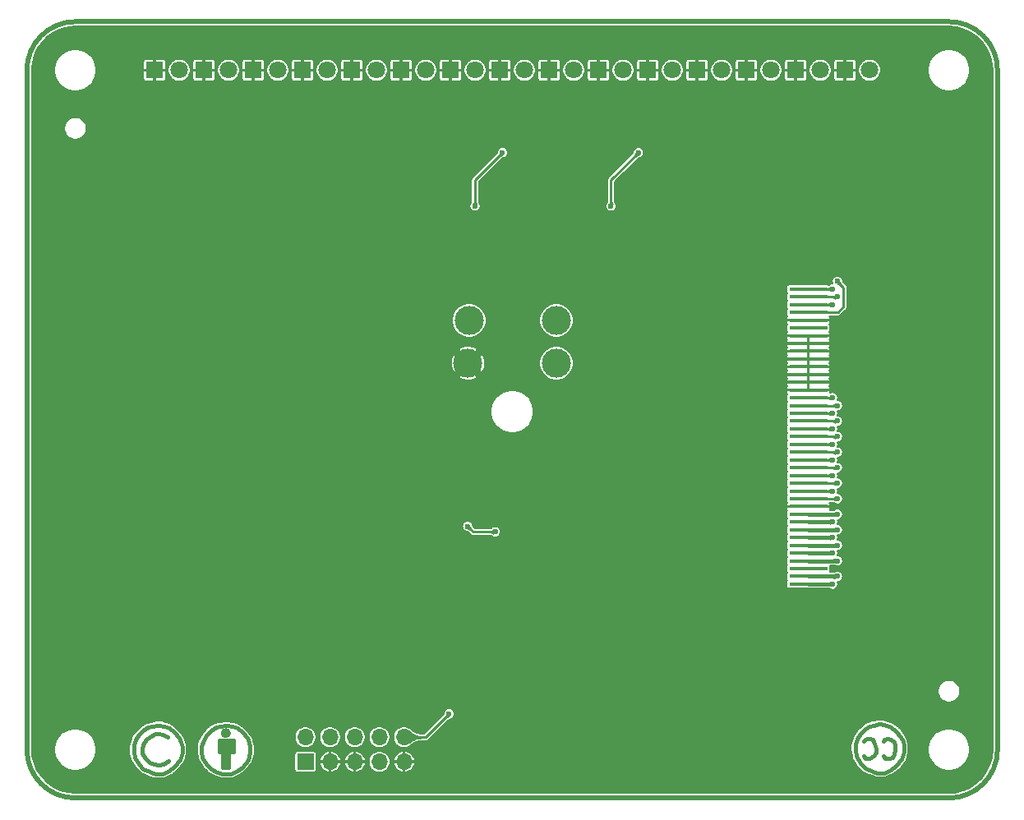
<source format=gbr>
G04 #@! TF.GenerationSoftware,KiCad,Pcbnew,(5.1.8)-1*
G04 #@! TF.CreationDate,2021-01-06T22:06:37-05:00*
G04 #@! TF.ProjectId,CANDash 2,43414e44-6173-4682-9032-2e6b69636164,2A*
G04 #@! TF.SameCoordinates,Original*
G04 #@! TF.FileFunction,Copper,L2,Bot*
G04 #@! TF.FilePolarity,Positive*
%FSLAX46Y46*%
G04 Gerber Fmt 4.6, Leading zero omitted, Abs format (unit mm)*
G04 Created by KiCad (PCBNEW (5.1.8)-1) date 2021-01-06 22:06:37*
%MOMM*%
%LPD*%
G01*
G04 APERTURE LIST*
G04 #@! TA.AperFunction,Profile*
%ADD10C,0.508000*%
G04 #@! TD*
G04 #@! TA.AperFunction,EtchedComponent*
%ADD11C,0.381000*%
G04 #@! TD*
G04 #@! TA.AperFunction,SMDPad,CuDef*
%ADD12R,4.000000X0.400000*%
G04 #@! TD*
G04 #@! TA.AperFunction,ComponentPad*
%ADD13C,3.000000*%
G04 #@! TD*
G04 #@! TA.AperFunction,ComponentPad*
%ADD14O,1.700000X1.700000*%
G04 #@! TD*
G04 #@! TA.AperFunction,ComponentPad*
%ADD15R,1.700000X1.700000*%
G04 #@! TD*
G04 #@! TA.AperFunction,ComponentPad*
%ADD16R,1.800000X1.800000*%
G04 #@! TD*
G04 #@! TA.AperFunction,ComponentPad*
%ADD17C,1.800000*%
G04 #@! TD*
G04 #@! TA.AperFunction,ViaPad*
%ADD18C,0.600000*%
G04 #@! TD*
G04 #@! TA.AperFunction,Conductor*
%ADD19C,0.254000*%
G04 #@! TD*
G04 #@! TA.AperFunction,Conductor*
%ADD20C,0.381000*%
G04 #@! TD*
G04 #@! TA.AperFunction,Conductor*
%ADD21C,0.127000*%
G04 #@! TD*
G04 #@! TA.AperFunction,Conductor*
%ADD22C,0.150000*%
G04 #@! TD*
G04 #@! TA.AperFunction,Conductor*
%ADD23C,0.025400*%
G04 #@! TD*
G04 APERTURE END LIST*
D10*
X105000000Y-65000000D02*
X195000000Y-65000000D01*
X200000000Y-70000000D02*
X200000000Y-140000000D01*
X200000000Y-70000000D02*
G75*
G03*
X195000000Y-65000000I-5000000J0D01*
G01*
X100000000Y-70000000D02*
X100000000Y-140000000D01*
X105000000Y-65000000D02*
G75*
G03*
X100000000Y-70000000I0J-5000000D01*
G01*
X195000000Y-145000000D02*
X105000000Y-145000000D01*
X195000000Y-145000000D02*
G75*
G03*
X200000000Y-140000000I0J5000000D01*
G01*
X100000000Y-140000000D02*
G75*
G03*
X105000000Y-145000000I5000000J0D01*
G01*
D11*
X187250560Y-137499700D02*
X187850000Y-137400640D01*
X186849240Y-137598760D02*
X187250560Y-137499700D01*
X186348860Y-137901020D02*
X186849240Y-137598760D01*
X185851020Y-138398860D02*
X186348860Y-137901020D01*
X185548760Y-138899240D02*
X185851020Y-138398860D01*
X185350640Y-139501220D02*
X185548760Y-138899240D01*
X185350640Y-140100660D02*
X185350640Y-139501220D01*
X185449700Y-140700100D02*
X185350640Y-140100660D01*
X185851020Y-141401140D02*
X185449700Y-140700100D01*
X186348860Y-141898980D02*
X185851020Y-141401140D01*
X186950840Y-142201240D02*
X186348860Y-141898980D01*
X187550280Y-142399360D02*
X186950840Y-142201240D01*
X188350380Y-142399360D02*
X187550280Y-142399360D01*
X189048880Y-142099640D02*
X188350380Y-142399360D01*
X189549260Y-141700860D02*
X189048880Y-142099640D01*
X190151240Y-140999820D02*
X189549260Y-141700860D01*
X190349360Y-140199720D02*
X190151240Y-140999820D01*
X190349360Y-139600280D02*
X190349360Y-140199720D01*
X190250300Y-139099900D02*
X190349360Y-139600280D01*
X190049640Y-138701120D02*
X190250300Y-139099900D01*
X189549260Y-138099140D02*
X190049640Y-138701120D01*
X189048880Y-137700360D02*
X189549260Y-138099140D01*
X188551040Y-137499700D02*
X189048880Y-137700360D01*
X187949060Y-137400640D02*
X188551040Y-137499700D01*
X187850000Y-137400640D02*
X187949060Y-137400640D01*
X188449440Y-140900760D02*
X188248780Y-140700100D01*
X188850760Y-140900760D02*
X188449440Y-140900760D01*
X189150480Y-140799160D02*
X188850760Y-140900760D01*
X189351140Y-140499440D02*
X189150480Y-140799160D01*
X189450200Y-139999060D02*
X189351140Y-140499440D01*
X189450200Y-139600280D02*
X189450200Y-139999060D01*
X189351140Y-139198960D02*
X189450200Y-139600280D01*
X189048880Y-139000840D02*
X189351140Y-139198960D01*
X188650100Y-138899240D02*
X189048880Y-139000840D01*
X188350380Y-139000840D02*
X188650100Y-138899240D01*
X188248780Y-139099900D02*
X188350380Y-139000840D01*
X186348860Y-140900760D02*
X186249800Y-140700100D01*
X186651120Y-140900760D02*
X186348860Y-140900760D01*
X186849240Y-140900760D02*
X186651120Y-140900760D01*
X187250560Y-140700100D02*
X186849240Y-140900760D01*
X187451220Y-140298780D02*
X187250560Y-140700100D01*
X187451220Y-139900000D02*
X187451220Y-140298780D01*
X187349620Y-139399620D02*
X187451220Y-139900000D01*
X187148960Y-139000840D02*
X187349620Y-139399620D01*
X186849240Y-138899240D02*
X187148960Y-139000840D01*
X186549520Y-138899240D02*
X186849240Y-138899240D01*
X186348860Y-139000840D02*
X186549520Y-138899240D01*
X186249800Y-139099900D02*
X186348860Y-139000840D01*
X119900560Y-137617200D02*
X120500000Y-137518140D01*
X119499240Y-137716260D02*
X119900560Y-137617200D01*
X118998860Y-138018520D02*
X119499240Y-137716260D01*
X118501020Y-138516360D02*
X118998860Y-138018520D01*
X118198760Y-139016740D02*
X118501020Y-138516360D01*
X118000640Y-139618720D02*
X118198760Y-139016740D01*
X118000640Y-140218160D02*
X118000640Y-139618720D01*
X118099700Y-140817600D02*
X118000640Y-140218160D01*
X118501020Y-141518640D02*
X118099700Y-140817600D01*
X118998860Y-142016480D02*
X118501020Y-141518640D01*
X119600840Y-142318740D02*
X118998860Y-142016480D01*
X120200280Y-142516860D02*
X119600840Y-142318740D01*
X121000380Y-142516860D02*
X120200280Y-142516860D01*
X121698880Y-142217140D02*
X121000380Y-142516860D01*
X122199260Y-141818360D02*
X121698880Y-142217140D01*
X122801240Y-141117320D02*
X122199260Y-141818360D01*
X122999360Y-140317220D02*
X122801240Y-141117320D01*
X122999360Y-139717780D02*
X122999360Y-140317220D01*
X122900300Y-139217400D02*
X122999360Y-139717780D01*
X122699640Y-138818620D02*
X122900300Y-139217400D01*
X122199260Y-138216640D02*
X122699640Y-138818620D01*
X121698880Y-137817860D02*
X122199260Y-138216640D01*
X121201040Y-137617200D02*
X121698880Y-137817860D01*
X120599060Y-137518140D02*
X121201040Y-137617200D01*
X120500000Y-137518140D02*
X120599060Y-137518140D01*
X120815666Y-138318240D02*
G75*
G03*
X120815666Y-138318240I-315666J0D01*
G01*
X121300100Y-140218160D02*
X121300100Y-139016740D01*
X119798960Y-140218160D02*
X121300100Y-140218160D01*
X119798960Y-139016740D02*
X119798960Y-140218160D01*
X121300100Y-139016740D02*
X119798960Y-139016740D01*
X120799720Y-141818360D02*
X120299340Y-141818360D01*
X120799720Y-140317220D02*
X120799720Y-141818360D01*
X120200280Y-141818360D02*
X120200280Y-140218160D01*
X120400940Y-141818360D02*
X120200280Y-141818360D01*
X120500000Y-140317220D02*
X120500000Y-141617700D01*
X121300100Y-139918440D02*
X119999620Y-139918440D01*
X119999620Y-139618720D02*
X121201040Y-139618720D01*
X121201040Y-139316460D02*
X119900560Y-139316460D01*
X120500000Y-138117580D02*
X120500000Y-138516360D01*
X112900560Y-137599700D02*
X113500000Y-137500640D01*
X112499240Y-137698760D02*
X112900560Y-137599700D01*
X111998860Y-138001020D02*
X112499240Y-137698760D01*
X111501020Y-138498860D02*
X111998860Y-138001020D01*
X111198760Y-138999240D02*
X111501020Y-138498860D01*
X111000640Y-139601220D02*
X111198760Y-138999240D01*
X111000640Y-140200660D02*
X111000640Y-139601220D01*
X111099700Y-140800100D02*
X111000640Y-140200660D01*
X111501020Y-141501140D02*
X111099700Y-140800100D01*
X111998860Y-141998980D02*
X111501020Y-141501140D01*
X112600840Y-142301240D02*
X111998860Y-141998980D01*
X113200280Y-142499360D02*
X112600840Y-142301240D01*
X114000380Y-142499360D02*
X113200280Y-142499360D01*
X114698880Y-142199640D02*
X114000380Y-142499360D01*
X115199260Y-141800860D02*
X114698880Y-142199640D01*
X115801240Y-141099820D02*
X115199260Y-141800860D01*
X115999360Y-140299720D02*
X115801240Y-141099820D01*
X115999360Y-139700280D02*
X115999360Y-140299720D01*
X115900300Y-139199900D02*
X115999360Y-139700280D01*
X115699640Y-138801120D02*
X115900300Y-139199900D01*
X115199260Y-138199140D02*
X115699640Y-138801120D01*
X114698880Y-137800360D02*
X115199260Y-138199140D01*
X114201040Y-137599700D02*
X114698880Y-137800360D01*
X113599060Y-137500640D02*
X114201040Y-137599700D01*
X113500000Y-137500640D02*
X113599060Y-137500640D01*
X114000380Y-138498860D02*
X114500760Y-138699520D01*
X113599060Y-138399800D02*
X114000380Y-138498860D01*
X113200280Y-138399800D02*
X113599060Y-138399800D01*
X112600840Y-138699520D02*
X113200280Y-138399800D01*
X112301120Y-138999240D02*
X112600840Y-138699520D01*
X111998860Y-139499620D02*
X112301120Y-138999240D01*
X111899800Y-140000000D02*
X111998860Y-139499620D01*
X111899800Y-140398780D02*
X111899800Y-140000000D01*
X112199520Y-140899160D02*
X111899800Y-140398780D01*
X112600840Y-141300480D02*
X112199520Y-140899160D01*
X113101220Y-141501140D02*
X112600840Y-141300480D01*
X113599060Y-141600200D02*
X113101220Y-141501140D01*
X114099440Y-141501140D02*
X113599060Y-141600200D01*
X114599820Y-141198880D02*
X114099440Y-141501140D01*
D12*
X180510000Y-122960000D03*
X180510000Y-122160000D03*
X180510000Y-121360000D03*
X180510000Y-120560000D03*
X180510000Y-119760000D03*
X180510000Y-118960000D03*
X180510000Y-118160000D03*
X180510000Y-117360000D03*
X180510000Y-116560000D03*
X180510000Y-115760000D03*
X180510000Y-114960000D03*
X180510000Y-114160000D03*
X180510000Y-113360000D03*
X180510000Y-112560000D03*
X180510000Y-111760000D03*
X180510000Y-110960000D03*
X180510000Y-110160000D03*
X180510000Y-109360000D03*
X180510000Y-108560000D03*
X180510000Y-107760000D03*
X180510000Y-106960000D03*
X180510000Y-106160000D03*
X180510000Y-105360000D03*
X180510000Y-104560000D03*
X180510000Y-103760000D03*
X180510000Y-102960000D03*
X180510000Y-102160000D03*
X180510000Y-101360000D03*
X180510000Y-100560000D03*
X180510000Y-99760000D03*
X180510000Y-98960000D03*
X180510000Y-98160000D03*
X180510000Y-97360000D03*
X180510000Y-96560000D03*
X180510000Y-95760000D03*
X180510000Y-94960000D03*
X180510000Y-94160000D03*
X180510000Y-93360000D03*
X180510000Y-92560000D03*
D13*
X145550000Y-95790000D03*
X145450000Y-100210000D03*
X154550000Y-100210000D03*
X154550000Y-95790000D03*
D14*
X138860000Y-138730000D03*
X138860000Y-141270000D03*
X136320000Y-138730000D03*
X136320000Y-141270000D03*
X133780000Y-138730000D03*
X133780000Y-141270000D03*
X131240000Y-138730000D03*
X131240000Y-141270000D03*
X128700000Y-138730000D03*
D15*
X128700000Y-141270000D03*
D16*
X113170000Y-70000000D03*
D17*
X115710000Y-70000000D03*
D16*
X118250000Y-70000000D03*
D17*
X120790000Y-70000000D03*
D16*
X123330000Y-70000000D03*
D17*
X125870000Y-70000000D03*
D16*
X128410000Y-70000000D03*
D17*
X130950000Y-70000000D03*
D16*
X133490000Y-70000000D03*
D17*
X136030000Y-70000000D03*
D16*
X138570000Y-70000000D03*
D17*
X141110000Y-70000000D03*
D16*
X143650000Y-70000000D03*
D17*
X146190000Y-70000000D03*
D16*
X148730000Y-70000000D03*
D17*
X151270000Y-70000000D03*
D16*
X153810000Y-70000000D03*
D17*
X156350000Y-70000000D03*
D16*
X158890000Y-70000000D03*
D17*
X161430000Y-70000000D03*
D16*
X163970000Y-70000000D03*
D17*
X166510000Y-70000000D03*
D16*
X169050000Y-70000000D03*
D17*
X171590000Y-70000000D03*
D16*
X174130000Y-70000000D03*
D17*
X176670000Y-70000000D03*
D16*
X179210000Y-70000000D03*
D17*
X181750000Y-70000000D03*
D16*
X184290000Y-70000000D03*
D17*
X186830000Y-70000000D03*
D18*
X128250000Y-108200000D03*
X139000000Y-109000000D03*
X131000000Y-112200000D03*
X136000000Y-112200000D03*
X132000000Y-112200000D03*
X135000000Y-112200000D03*
X133000000Y-112200000D03*
X134000000Y-112200000D03*
X134000000Y-111200000D03*
X131000000Y-111200000D03*
X132000000Y-111200000D03*
X136000000Y-111200000D03*
X135000000Y-111200000D03*
X133000000Y-111200000D03*
X138000000Y-108200000D03*
X129000000Y-106200000D03*
X129000000Y-105200000D03*
X138000000Y-106200000D03*
X138000000Y-105200000D03*
X131000000Y-108200000D03*
X130000000Y-108200000D03*
X131000000Y-107200000D03*
X130000000Y-107200000D03*
X131000000Y-110200000D03*
X137000000Y-108200000D03*
X136000000Y-108200000D03*
X137000000Y-107200000D03*
X136000000Y-107200000D03*
X136000000Y-110200000D03*
X134000000Y-110200000D03*
X133000000Y-110200000D03*
X132000000Y-110200000D03*
X135000000Y-110200000D03*
X129000000Y-107200000D03*
X138000000Y-107200000D03*
X137000000Y-104200000D03*
X129000000Y-104200000D03*
X136000000Y-104200000D03*
X135000000Y-104200000D03*
X134000000Y-104200000D03*
X131000000Y-104200000D03*
X130000000Y-104200000D03*
X138000000Y-104200000D03*
X133000000Y-104200000D03*
X132000000Y-104200000D03*
X132000000Y-105200000D03*
X133000000Y-105200000D03*
X134000000Y-105200000D03*
X135000000Y-105200000D03*
X131000000Y-105200000D03*
X131000000Y-106200000D03*
X130000000Y-105200000D03*
X130000000Y-106200000D03*
X136000000Y-106200000D03*
X137000000Y-106200000D03*
X136000000Y-105200000D03*
X137000000Y-105200000D03*
X134800000Y-102875000D03*
X135800000Y-102875000D03*
X136800000Y-102875000D03*
X136800000Y-99125000D03*
X135800000Y-99125000D03*
X134800000Y-99125000D03*
X133925000Y-100000000D03*
X133925000Y-101000000D03*
X133925000Y-102000000D03*
X164000000Y-85012500D03*
X165750000Y-85012500D03*
X150000000Y-85012500D03*
X137675000Y-100000000D03*
X137675000Y-102000000D03*
X137675000Y-101000000D03*
X172500000Y-98635000D03*
X151500000Y-77525000D03*
X188500000Y-110985000D03*
X188500000Y-111735000D03*
X178000000Y-119500000D03*
X178000000Y-123860000D03*
X178000000Y-122110000D03*
X188250000Y-123860000D03*
X188250000Y-122110000D03*
X188250000Y-120360000D03*
X188250000Y-118610000D03*
X188250000Y-116860000D03*
X188250000Y-115110000D03*
X188250000Y-113360000D03*
X183500000Y-102960000D03*
X183000000Y-102160000D03*
X183500000Y-101360000D03*
X183000000Y-100560000D03*
X183500000Y-99760000D03*
X183000000Y-98960000D03*
X183500000Y-98160000D03*
X183000000Y-97360000D03*
X183000000Y-95760000D03*
X155401160Y-118000000D03*
X144598840Y-123000000D03*
X147749920Y-115098240D03*
X126000000Y-109250000D03*
X140500000Y-109250000D03*
X147076160Y-121250000D03*
X158750000Y-125500000D03*
X152923240Y-119750000D03*
X158750000Y-115500000D03*
X141250000Y-115500000D03*
X150750000Y-123421520D03*
X150625000Y-127500000D03*
X148375000Y-127500000D03*
X144750000Y-130750000D03*
X144750000Y-134250000D03*
X141250000Y-125500000D03*
X141250000Y-127250000D03*
X158750000Y-127250000D03*
X159000000Y-130875000D03*
X159000000Y-130125000D03*
X158750000Y-134250000D03*
X137500000Y-77525000D03*
X149500000Y-135500000D03*
X135000000Y-106200000D03*
X134000000Y-106200000D03*
X133000000Y-106200000D03*
X132000000Y-106200000D03*
X154000200Y-125704600D03*
X144805400Y-128016000D03*
X149479000Y-118364000D03*
X177673000Y-115697000D03*
X164400000Y-98000000D03*
X129000000Y-108200000D03*
X127500000Y-108200000D03*
X151130000Y-81534000D03*
X170650000Y-88750000D03*
X164500000Y-102000000D03*
X164500000Y-103750000D03*
X162250000Y-98000000D03*
X101168000Y-70116000D03*
X101168000Y-78916000D03*
X101168000Y-87716000D03*
X101168000Y-96516000D03*
X101168000Y-105316000D03*
X101168000Y-114116000D03*
X101168000Y-122916000D03*
X101168000Y-131716000D03*
X101168000Y-140516000D03*
X105968000Y-66116000D03*
X105968000Y-82916000D03*
X105968000Y-91716000D03*
X105968000Y-100516000D03*
X105968000Y-109316000D03*
X105968000Y-118116000D03*
X105968000Y-126916000D03*
X105968000Y-135716000D03*
X106768000Y-74116000D03*
X106768000Y-143716000D03*
X110768000Y-78916000D03*
X110768000Y-87716000D03*
X110768000Y-96516000D03*
X110768000Y-105316000D03*
X110768000Y-114116000D03*
X110768000Y-122916000D03*
X110768000Y-131716000D03*
X113168000Y-67716000D03*
X115568000Y-74916000D03*
X115568000Y-92516000D03*
X115568000Y-101316000D03*
X115568000Y-110116000D03*
X115568000Y-127716000D03*
X116368000Y-135716000D03*
X117168000Y-143716000D03*
X120368000Y-66116000D03*
X120368000Y-78916000D03*
X120368000Y-87716000D03*
X120368000Y-96516000D03*
X120368000Y-105316000D03*
X120368000Y-114116000D03*
X120368000Y-122916000D03*
X121168000Y-130916000D03*
X122768000Y-72516000D03*
X125168000Y-82916000D03*
X125168000Y-91716000D03*
X125168000Y-100516000D03*
X125168000Y-118116000D03*
X125968000Y-126116000D03*
X125968000Y-143716000D03*
X126768000Y-134116000D03*
X127568000Y-67716000D03*
X128368000Y-77316000D03*
X129968000Y-86916000D03*
X130768000Y-121316000D03*
X131568000Y-94116000D03*
X131568000Y-129316000D03*
X132368000Y-71716000D03*
X132368000Y-102916000D03*
X133168000Y-81316000D03*
X133968000Y-142916000D03*
X135568000Y-66116000D03*
X135568000Y-116516000D03*
X136368000Y-89316000D03*
X137168000Y-97316000D03*
X137968000Y-136516000D03*
X140368000Y-79716000D03*
X141168000Y-71716000D03*
X141168000Y-102116000D03*
X141168000Y-128516000D03*
X141968000Y-92516000D03*
X141968000Y-110916000D03*
X141968000Y-141316000D03*
X143568000Y-85316000D03*
X144368000Y-66116000D03*
X145968000Y-106116000D03*
X147568000Y-98116000D03*
X147568000Y-119716000D03*
X148368000Y-74116000D03*
X148368000Y-89316000D03*
X148368000Y-143716000D03*
X149968000Y-81316000D03*
X150768000Y-110116000D03*
X151568000Y-67716000D03*
X152368000Y-94116000D03*
X152368000Y-102916000D03*
X154768000Y-86916000D03*
X154768000Y-141316000D03*
X155568000Y-124516000D03*
X156368000Y-71716000D03*
X157168000Y-79716000D03*
X157168000Y-98916000D03*
X157168000Y-107716000D03*
X157968000Y-118116000D03*
X158768000Y-91716000D03*
X158768000Y-132516000D03*
X159568000Y-66116000D03*
X161168000Y-138916000D03*
X161968000Y-102916000D03*
X161968000Y-113316000D03*
X162768000Y-83716000D03*
X163568000Y-95716000D03*
X164368000Y-126116000D03*
X165168000Y-77316000D03*
X165168000Y-143716000D03*
X165968000Y-89316000D03*
X165968000Y-107716000D03*
X165968000Y-134116000D03*
X166768000Y-67716000D03*
X168368000Y-99716000D03*
X169168000Y-122116000D03*
X169968000Y-138916000D03*
X170768000Y-80516000D03*
X170768000Y-93316000D03*
X170768000Y-129316000D03*
X171568000Y-71716000D03*
X173968000Y-143716000D03*
X174768000Y-66116000D03*
X174768000Y-134116000D03*
X175568000Y-84516000D03*
X175568000Y-118916000D03*
X177168000Y-74916000D03*
X177168000Y-126116000D03*
X177968000Y-90916000D03*
X178768000Y-138916000D03*
X180368000Y-80516000D03*
X181168000Y-130916000D03*
X181968000Y-67716000D03*
X182768000Y-86916000D03*
X182768000Y-143716000D03*
X184368000Y-124516000D03*
X185168000Y-75716000D03*
X185168000Y-135716000D03*
X185968000Y-92516000D03*
X185968000Y-101316000D03*
X185968000Y-110116000D03*
X187568000Y-82116000D03*
X188368000Y-129316000D03*
X189168000Y-66116000D03*
X189968000Y-114916000D03*
X190768000Y-87716000D03*
X190768000Y-96516000D03*
X190768000Y-105316000D03*
X191568000Y-72516000D03*
X191568000Y-122116000D03*
X192368000Y-134116000D03*
X194768000Y-110116000D03*
X194768000Y-143716000D03*
X195568000Y-81316000D03*
X195568000Y-91716000D03*
X195568000Y-100516000D03*
X195568000Y-126916000D03*
X196368000Y-117316000D03*
X197168000Y-67716000D03*
X197968000Y-137316000D03*
X198768000Y-74916000D03*
X138000000Y-109000000D03*
X143500000Y-136334500D03*
X183000000Y-113360000D03*
X183500000Y-112560000D03*
X183000000Y-111760000D03*
X183500000Y-110960000D03*
X183000000Y-110160000D03*
X183500000Y-109360000D03*
X183000000Y-108560000D03*
X183500000Y-107760000D03*
X183000000Y-106960000D03*
X183500000Y-106160000D03*
X183000000Y-105360000D03*
X183500000Y-104560000D03*
X183000000Y-103760000D03*
X183500000Y-93360000D03*
X183000000Y-92560000D03*
X183500000Y-91760000D03*
X183000000Y-94160000D03*
X183500000Y-114160000D03*
X146175000Y-84000000D03*
X149000000Y-78500000D03*
X163000000Y-78500000D03*
X160175000Y-84000000D03*
X148250080Y-117576760D03*
X145400000Y-117000000D03*
X183000000Y-122960000D03*
X183500000Y-122160000D03*
X183500000Y-120560000D03*
X183000000Y-119760000D03*
X183500000Y-118960000D03*
X183000000Y-118160000D03*
X183500000Y-117360000D03*
X183000000Y-116560000D03*
X183500000Y-115760000D03*
D19*
X141104500Y-138730000D02*
X143500000Y-136334500D01*
X138860000Y-138730000D02*
X141104500Y-138730000D01*
X180510000Y-113360000D02*
X183000000Y-113360000D01*
X182764000Y-112560000D02*
X183500000Y-112560000D01*
X180510000Y-112560000D02*
X182764000Y-112560000D01*
X180510000Y-111760000D02*
X183000000Y-111760000D01*
X182764000Y-110960000D02*
X183500000Y-110960000D01*
X180510000Y-110960000D02*
X182764000Y-110960000D01*
X180510000Y-110160000D02*
X183000000Y-110160000D01*
X182764000Y-109360000D02*
X183500000Y-109360000D01*
X180510000Y-109360000D02*
X182764000Y-109360000D01*
X180510000Y-108560000D02*
X183000000Y-108560000D01*
X182764000Y-107760000D02*
X183500000Y-107760000D01*
X180510000Y-107760000D02*
X182764000Y-107760000D01*
X180510000Y-106960000D02*
X183000000Y-106960000D01*
X182764000Y-106160000D02*
X183500000Y-106160000D01*
X180510000Y-106160000D02*
X182764000Y-106160000D01*
X180510000Y-105360000D02*
X183000000Y-105360000D01*
X182764000Y-104560000D02*
X183500000Y-104560000D01*
X180510000Y-104560000D02*
X182764000Y-104560000D01*
X180510000Y-103760000D02*
X183000000Y-103760000D01*
X180510000Y-93360000D02*
X183500000Y-93360000D01*
X180510000Y-92560000D02*
X183000000Y-92560000D01*
X183799999Y-92059999D02*
X183500000Y-91760000D01*
X184127001Y-92387001D02*
X183799999Y-92059999D01*
X180510000Y-94960000D02*
X183551000Y-94960000D01*
X184127001Y-94383999D02*
X184127001Y-92387001D01*
X183551000Y-94960000D02*
X184127001Y-94383999D01*
X180510000Y-94160000D02*
X183000000Y-94160000D01*
X182764000Y-114160000D02*
X183500000Y-114160000D01*
X180510000Y-114160000D02*
X182764000Y-114160000D01*
X146175000Y-81325000D02*
X149000000Y-78500000D01*
X146175000Y-84000000D02*
X146175000Y-81325000D01*
X160175000Y-81325000D02*
X163000000Y-78500000D01*
X160175000Y-84000000D02*
X160175000Y-81325000D01*
X145976760Y-117576760D02*
X148250080Y-117576760D01*
X145400000Y-117000000D02*
X145976760Y-117576760D01*
D20*
X180510000Y-122960000D02*
X183000000Y-122960000D01*
X180510000Y-122160000D02*
X183500000Y-122160000D01*
X180510000Y-120560000D02*
X183500000Y-120560000D01*
X180510000Y-119760000D02*
X183000000Y-119760000D01*
X180510000Y-118960000D02*
X183500000Y-118960000D01*
X180510000Y-118160000D02*
X183000000Y-118160000D01*
X180510000Y-117360000D02*
X183500000Y-117360000D01*
X180510000Y-116560000D02*
X183000000Y-116560000D01*
X180510000Y-115760000D02*
X183500000Y-115760000D01*
D21*
X195793420Y-65590368D02*
X196561754Y-65800560D01*
X197280732Y-66143495D01*
X197927615Y-66608328D01*
X198481956Y-67180363D01*
X198926244Y-67841535D01*
X199246423Y-68570921D01*
X199433335Y-69349463D01*
X199482500Y-70018973D01*
X199482501Y-139976944D01*
X199409633Y-140793415D01*
X199199440Y-141561755D01*
X198856505Y-142280732D01*
X198391672Y-142927615D01*
X197819637Y-143481956D01*
X197158467Y-143926243D01*
X196429079Y-144246423D01*
X195650536Y-144433335D01*
X194981027Y-144482500D01*
X105023044Y-144482500D01*
X104206585Y-144409633D01*
X103438245Y-144199440D01*
X102719268Y-143856505D01*
X102072385Y-143391672D01*
X101518044Y-142819637D01*
X101073757Y-142158467D01*
X100753577Y-141429079D01*
X100566665Y-140650536D01*
X100517500Y-139981027D01*
X100517500Y-139786914D01*
X102836500Y-139786914D01*
X102836500Y-140213086D01*
X102919642Y-140631070D01*
X103082731Y-141024801D01*
X103319500Y-141379151D01*
X103620849Y-141680500D01*
X103975199Y-141917269D01*
X104368930Y-142080358D01*
X104786914Y-142163500D01*
X105213086Y-142163500D01*
X105631070Y-142080358D01*
X106024801Y-141917269D01*
X106379151Y-141680500D01*
X106680500Y-141379151D01*
X106917269Y-141024801D01*
X107080358Y-140631070D01*
X107163500Y-140213086D01*
X107163500Y-140185803D01*
X110544687Y-140185803D01*
X110546640Y-140215537D01*
X110546640Y-140222954D01*
X110548103Y-140237803D01*
X110549080Y-140252684D01*
X110550289Y-140259997D01*
X110553210Y-140289658D01*
X110557560Y-140303998D01*
X110646783Y-140843907D01*
X110647192Y-140857983D01*
X110654055Y-140887914D01*
X110655411Y-140896118D01*
X110659041Y-140909659D01*
X110667180Y-140945152D01*
X110670602Y-140952779D01*
X110672768Y-140960858D01*
X110688878Y-140993514D01*
X110694617Y-141006305D01*
X110698750Y-141013525D01*
X110712334Y-141041060D01*
X110720906Y-141052228D01*
X111103776Y-141721041D01*
X111121708Y-141754588D01*
X111140107Y-141777007D01*
X111156931Y-141800668D01*
X111184646Y-141826818D01*
X111650356Y-142292529D01*
X111653722Y-142297298D01*
X111681883Y-142324056D01*
X111693598Y-142335771D01*
X111698105Y-142339470D01*
X111718553Y-142358899D01*
X111732576Y-142367759D01*
X111745410Y-142378292D01*
X111770310Y-142391601D01*
X111775217Y-142394702D01*
X111789955Y-142402102D01*
X111824281Y-142420450D01*
X111829877Y-142422148D01*
X112366975Y-142691831D01*
X112375928Y-142698138D01*
X112406810Y-142711832D01*
X112417044Y-142716971D01*
X112427247Y-142720895D01*
X112437201Y-142725309D01*
X112448033Y-142728889D01*
X112479604Y-142741031D01*
X112490410Y-142742895D01*
X113020720Y-142918167D01*
X113025701Y-142920830D01*
X113063107Y-142932177D01*
X113078977Y-142937422D01*
X113084460Y-142938654D01*
X113111281Y-142946790D01*
X113127992Y-142948436D01*
X113144374Y-142952117D01*
X113172386Y-142952808D01*
X113177985Y-142953360D01*
X113194726Y-142953360D01*
X113233777Y-142954324D01*
X113239337Y-142953360D01*
X113980965Y-142953360D01*
X114006141Y-142955519D01*
X114047666Y-142950898D01*
X114089379Y-142946790D01*
X114092153Y-142945948D01*
X114095024Y-142945629D01*
X114134837Y-142933001D01*
X114174959Y-142920830D01*
X114197261Y-142908909D01*
X114872319Y-142619249D01*
X114908137Y-142605011D01*
X114932097Y-142589494D01*
X114957099Y-142575721D01*
X114986590Y-142550888D01*
X115463367Y-142170920D01*
X115480733Y-142159868D01*
X115498224Y-142143140D01*
X115499646Y-142142007D01*
X115514389Y-142127681D01*
X115529173Y-142113542D01*
X115530351Y-142112170D01*
X115547716Y-142095296D01*
X115559402Y-142078338D01*
X116142137Y-141399710D01*
X116168392Y-141370585D01*
X116182665Y-141346625D01*
X116198673Y-141323787D01*
X116205498Y-141308296D01*
X116214161Y-141293754D01*
X116223484Y-141267474D01*
X116234731Y-141241947D01*
X116243241Y-141203647D01*
X116437228Y-140420240D01*
X116446790Y-140388719D01*
X116450142Y-140354691D01*
X116455064Y-140320875D01*
X116453360Y-140287998D01*
X116453360Y-140203303D01*
X117544687Y-140203303D01*
X117546640Y-140233037D01*
X117546640Y-140240454D01*
X117548103Y-140255303D01*
X117549080Y-140270184D01*
X117550289Y-140277497D01*
X117553210Y-140307158D01*
X117557560Y-140321498D01*
X117646783Y-140861407D01*
X117647192Y-140875483D01*
X117654055Y-140905414D01*
X117655411Y-140913618D01*
X117659041Y-140927159D01*
X117667180Y-140962652D01*
X117670602Y-140970279D01*
X117672768Y-140978358D01*
X117688878Y-141011014D01*
X117694617Y-141023805D01*
X117698750Y-141031025D01*
X117712334Y-141058560D01*
X117720906Y-141069728D01*
X118103776Y-141738541D01*
X118121708Y-141772088D01*
X118140107Y-141794507D01*
X118156931Y-141818168D01*
X118184646Y-141844318D01*
X118650356Y-142310029D01*
X118653722Y-142314798D01*
X118681883Y-142341556D01*
X118693598Y-142353271D01*
X118698105Y-142356970D01*
X118718553Y-142376399D01*
X118732576Y-142385259D01*
X118745410Y-142395792D01*
X118770310Y-142409101D01*
X118775217Y-142412202D01*
X118789955Y-142419602D01*
X118824281Y-142437950D01*
X118829877Y-142439648D01*
X119366975Y-142709331D01*
X119375928Y-142715638D01*
X119406810Y-142729332D01*
X119417044Y-142734471D01*
X119427247Y-142738395D01*
X119437201Y-142742809D01*
X119448033Y-142746389D01*
X119479604Y-142758531D01*
X119490410Y-142760395D01*
X120020720Y-142935667D01*
X120025701Y-142938330D01*
X120063107Y-142949677D01*
X120078977Y-142954922D01*
X120084460Y-142956154D01*
X120111281Y-142964290D01*
X120127992Y-142965936D01*
X120144374Y-142969617D01*
X120172386Y-142970308D01*
X120177985Y-142970860D01*
X120194726Y-142970860D01*
X120233777Y-142971824D01*
X120239337Y-142970860D01*
X120980965Y-142970860D01*
X121006141Y-142973019D01*
X121047666Y-142968398D01*
X121089379Y-142964290D01*
X121092153Y-142963448D01*
X121095024Y-142963129D01*
X121134837Y-142950501D01*
X121174959Y-142938330D01*
X121197261Y-142926409D01*
X121872319Y-142636749D01*
X121908137Y-142622511D01*
X121932097Y-142606994D01*
X121957099Y-142593221D01*
X121986590Y-142568388D01*
X122463367Y-142188420D01*
X122480733Y-142177368D01*
X122498224Y-142160640D01*
X122499646Y-142159507D01*
X122514389Y-142145181D01*
X122529173Y-142131042D01*
X122530351Y-142129670D01*
X122547716Y-142112796D01*
X122559402Y-142095838D01*
X123142137Y-141417210D01*
X123168392Y-141388085D01*
X123182665Y-141364125D01*
X123198673Y-141341287D01*
X123205498Y-141325796D01*
X123214161Y-141311254D01*
X123223484Y-141284974D01*
X123234731Y-141259447D01*
X123243241Y-141221147D01*
X123437228Y-140437740D01*
X123442609Y-140420000D01*
X127585226Y-140420000D01*
X127585226Y-142120000D01*
X127590314Y-142171655D01*
X127605381Y-142221325D01*
X127629848Y-142267101D01*
X127662777Y-142307223D01*
X127702899Y-142340152D01*
X127748675Y-142364619D01*
X127798345Y-142379686D01*
X127850000Y-142384774D01*
X129550000Y-142384774D01*
X129601655Y-142379686D01*
X129651325Y-142364619D01*
X129697101Y-142340152D01*
X129737223Y-142307223D01*
X129770152Y-142267101D01*
X129794619Y-142221325D01*
X129809686Y-142171655D01*
X129814774Y-142120000D01*
X129814774Y-141506625D01*
X130151929Y-141506625D01*
X130218999Y-141714350D01*
X130325306Y-141904999D01*
X130466764Y-142071246D01*
X130637937Y-142206701D01*
X130832247Y-142306159D01*
X131003375Y-142358068D01*
X131176500Y-142315699D01*
X131176500Y-141333500D01*
X131303500Y-141333500D01*
X131303500Y-142315699D01*
X131476625Y-142358068D01*
X131647753Y-142306159D01*
X131842063Y-142206701D01*
X132013236Y-142071246D01*
X132154694Y-141904999D01*
X132261001Y-141714350D01*
X132328071Y-141506625D01*
X132691929Y-141506625D01*
X132758999Y-141714350D01*
X132865306Y-141904999D01*
X133006764Y-142071246D01*
X133177937Y-142206701D01*
X133372247Y-142306159D01*
X133543375Y-142358068D01*
X133716500Y-142315699D01*
X133716500Y-141333500D01*
X133843500Y-141333500D01*
X133843500Y-142315699D01*
X134016625Y-142358068D01*
X134187753Y-142306159D01*
X134382063Y-142206701D01*
X134553236Y-142071246D01*
X134694694Y-141904999D01*
X134801001Y-141714350D01*
X134868071Y-141506625D01*
X134825816Y-141333500D01*
X133843500Y-141333500D01*
X133716500Y-141333500D01*
X132734184Y-141333500D01*
X132691929Y-141506625D01*
X132328071Y-141506625D01*
X132285816Y-141333500D01*
X131303500Y-141333500D01*
X131176500Y-141333500D01*
X130194184Y-141333500D01*
X130151929Y-141506625D01*
X129814774Y-141506625D01*
X129814774Y-141033375D01*
X130151929Y-141033375D01*
X130194184Y-141206500D01*
X131176500Y-141206500D01*
X131176500Y-140224301D01*
X131303500Y-140224301D01*
X131303500Y-141206500D01*
X132285816Y-141206500D01*
X132328071Y-141033375D01*
X132691929Y-141033375D01*
X132734184Y-141206500D01*
X133716500Y-141206500D01*
X133716500Y-140224301D01*
X133843500Y-140224301D01*
X133843500Y-141206500D01*
X134825816Y-141206500D01*
X134837084Y-141160330D01*
X135206500Y-141160330D01*
X135206500Y-141379670D01*
X135249291Y-141594796D01*
X135333229Y-141797440D01*
X135455088Y-141979815D01*
X135610185Y-142134912D01*
X135792560Y-142256771D01*
X135995204Y-142340709D01*
X136210330Y-142383500D01*
X136429670Y-142383500D01*
X136644796Y-142340709D01*
X136847440Y-142256771D01*
X137029815Y-142134912D01*
X137184912Y-141979815D01*
X137306771Y-141797440D01*
X137390709Y-141594796D01*
X137408247Y-141506625D01*
X137771929Y-141506625D01*
X137838999Y-141714350D01*
X137945306Y-141904999D01*
X138086764Y-142071246D01*
X138257937Y-142206701D01*
X138452247Y-142306159D01*
X138623375Y-142358068D01*
X138796500Y-142315699D01*
X138796500Y-141333500D01*
X138923500Y-141333500D01*
X138923500Y-142315699D01*
X139096625Y-142358068D01*
X139267753Y-142306159D01*
X139462063Y-142206701D01*
X139633236Y-142071246D01*
X139774694Y-141904999D01*
X139881001Y-141714350D01*
X139948071Y-141506625D01*
X139905816Y-141333500D01*
X138923500Y-141333500D01*
X138796500Y-141333500D01*
X137814184Y-141333500D01*
X137771929Y-141506625D01*
X137408247Y-141506625D01*
X137433500Y-141379670D01*
X137433500Y-141160330D01*
X137408248Y-141033375D01*
X137771929Y-141033375D01*
X137814184Y-141206500D01*
X138796500Y-141206500D01*
X138796500Y-140224301D01*
X138923500Y-140224301D01*
X138923500Y-141206500D01*
X139905816Y-141206500D01*
X139948071Y-141033375D01*
X139881001Y-140825650D01*
X139774694Y-140635001D01*
X139633236Y-140468754D01*
X139462063Y-140333299D01*
X139267753Y-140233841D01*
X139096625Y-140181932D01*
X138923500Y-140224301D01*
X138796500Y-140224301D01*
X138623375Y-140181932D01*
X138452247Y-140233841D01*
X138257937Y-140333299D01*
X138086764Y-140468754D01*
X137945306Y-140635001D01*
X137838999Y-140825650D01*
X137771929Y-141033375D01*
X137408248Y-141033375D01*
X137390709Y-140945204D01*
X137306771Y-140742560D01*
X137184912Y-140560185D01*
X137029815Y-140405088D01*
X136847440Y-140283229D01*
X136644796Y-140199291D01*
X136429670Y-140156500D01*
X136210330Y-140156500D01*
X135995204Y-140199291D01*
X135792560Y-140283229D01*
X135610185Y-140405088D01*
X135455088Y-140560185D01*
X135333229Y-140742560D01*
X135249291Y-140945204D01*
X135206500Y-141160330D01*
X134837084Y-141160330D01*
X134868071Y-141033375D01*
X134801001Y-140825650D01*
X134694694Y-140635001D01*
X134553236Y-140468754D01*
X134382063Y-140333299D01*
X134187753Y-140233841D01*
X134016625Y-140181932D01*
X133843500Y-140224301D01*
X133716500Y-140224301D01*
X133543375Y-140181932D01*
X133372247Y-140233841D01*
X133177937Y-140333299D01*
X133006764Y-140468754D01*
X132865306Y-140635001D01*
X132758999Y-140825650D01*
X132691929Y-141033375D01*
X132328071Y-141033375D01*
X132261001Y-140825650D01*
X132154694Y-140635001D01*
X132013236Y-140468754D01*
X131842063Y-140333299D01*
X131647753Y-140233841D01*
X131476625Y-140181932D01*
X131303500Y-140224301D01*
X131176500Y-140224301D01*
X131003375Y-140181932D01*
X130832247Y-140233841D01*
X130637937Y-140333299D01*
X130466764Y-140468754D01*
X130325306Y-140635001D01*
X130218999Y-140825650D01*
X130151929Y-141033375D01*
X129814774Y-141033375D01*
X129814774Y-140420000D01*
X129809686Y-140368345D01*
X129794619Y-140318675D01*
X129770152Y-140272899D01*
X129737223Y-140232777D01*
X129697101Y-140199848D01*
X129651325Y-140175381D01*
X129601655Y-140160314D01*
X129550000Y-140155226D01*
X127850000Y-140155226D01*
X127798345Y-140160314D01*
X127748675Y-140175381D01*
X127702899Y-140199848D01*
X127662777Y-140232777D01*
X127629848Y-140272899D01*
X127605381Y-140318675D01*
X127590314Y-140368345D01*
X127585226Y-140420000D01*
X123442609Y-140420000D01*
X123446790Y-140406219D01*
X123450142Y-140372191D01*
X123455064Y-140338375D01*
X123453360Y-140305498D01*
X123453360Y-140085803D01*
X184894687Y-140085803D01*
X184896640Y-140115537D01*
X184896640Y-140122954D01*
X184898103Y-140137803D01*
X184899080Y-140152684D01*
X184900289Y-140159997D01*
X184903210Y-140189658D01*
X184907560Y-140203998D01*
X184996783Y-140743907D01*
X184997192Y-140757983D01*
X185004055Y-140787914D01*
X185005411Y-140796118D01*
X185009041Y-140809659D01*
X185017180Y-140845152D01*
X185020602Y-140852779D01*
X185022768Y-140860858D01*
X185038878Y-140893514D01*
X185044617Y-140906305D01*
X185048750Y-140913525D01*
X185062334Y-140941060D01*
X185070906Y-140952228D01*
X185453776Y-141621041D01*
X185471708Y-141654588D01*
X185490107Y-141677007D01*
X185506931Y-141700668D01*
X185534646Y-141726818D01*
X186000356Y-142192529D01*
X186003722Y-142197298D01*
X186031883Y-142224056D01*
X186043598Y-142235771D01*
X186048105Y-142239470D01*
X186068553Y-142258899D01*
X186082576Y-142267759D01*
X186095410Y-142278292D01*
X186120310Y-142291601D01*
X186125217Y-142294702D01*
X186139955Y-142302102D01*
X186174281Y-142320450D01*
X186179877Y-142322148D01*
X186716975Y-142591831D01*
X186725928Y-142598138D01*
X186756810Y-142611832D01*
X186767044Y-142616971D01*
X186777247Y-142620895D01*
X186787201Y-142625309D01*
X186798033Y-142628889D01*
X186829604Y-142641031D01*
X186840410Y-142642895D01*
X187370720Y-142818167D01*
X187375701Y-142820830D01*
X187413107Y-142832177D01*
X187428977Y-142837422D01*
X187434460Y-142838654D01*
X187461281Y-142846790D01*
X187477992Y-142848436D01*
X187494374Y-142852117D01*
X187522386Y-142852808D01*
X187527985Y-142853360D01*
X187544726Y-142853360D01*
X187583777Y-142854324D01*
X187589337Y-142853360D01*
X188330965Y-142853360D01*
X188356141Y-142855519D01*
X188397666Y-142850898D01*
X188439379Y-142846790D01*
X188442153Y-142845948D01*
X188445024Y-142845629D01*
X188484837Y-142833001D01*
X188524959Y-142820830D01*
X188547261Y-142808909D01*
X189222319Y-142519249D01*
X189258137Y-142505011D01*
X189282097Y-142489494D01*
X189307099Y-142475721D01*
X189336590Y-142450888D01*
X189813367Y-142070920D01*
X189830733Y-142059868D01*
X189848224Y-142043140D01*
X189849646Y-142042007D01*
X189864389Y-142027681D01*
X189879173Y-142013542D01*
X189880351Y-142012170D01*
X189897716Y-141995296D01*
X189909402Y-141978338D01*
X190492137Y-141299710D01*
X190518392Y-141270585D01*
X190532665Y-141246625D01*
X190548673Y-141223787D01*
X190555498Y-141208296D01*
X190564161Y-141193754D01*
X190573484Y-141167474D01*
X190584731Y-141141947D01*
X190593241Y-141103647D01*
X190787228Y-140320240D01*
X190796790Y-140288719D01*
X190800142Y-140254691D01*
X190805064Y-140220875D01*
X190803360Y-140187998D01*
X190803360Y-139786914D01*
X192836500Y-139786914D01*
X192836500Y-140213086D01*
X192919642Y-140631070D01*
X193082731Y-141024801D01*
X193319500Y-141379151D01*
X193620849Y-141680500D01*
X193975199Y-141917269D01*
X194368930Y-142080358D01*
X194786914Y-142163500D01*
X195213086Y-142163500D01*
X195631070Y-142080358D01*
X196024801Y-141917269D01*
X196379151Y-141680500D01*
X196680500Y-141379151D01*
X196917269Y-141024801D01*
X197080358Y-140631070D01*
X197163500Y-140213086D01*
X197163500Y-139786914D01*
X197080358Y-139368930D01*
X196917269Y-138975199D01*
X196680500Y-138620849D01*
X196379151Y-138319500D01*
X196024801Y-138082731D01*
X195631070Y-137919642D01*
X195213086Y-137836500D01*
X194786914Y-137836500D01*
X194368930Y-137919642D01*
X193975199Y-138082731D01*
X193620849Y-138319500D01*
X193319500Y-138620849D01*
X193082731Y-138975199D01*
X192919642Y-139368930D01*
X192836500Y-139786914D01*
X190803360Y-139786914D01*
X190803360Y-139622775D01*
X190805555Y-139600693D01*
X190803360Y-139578197D01*
X190803360Y-139577985D01*
X190801083Y-139554864D01*
X190799046Y-139533983D01*
X190799006Y-139533782D01*
X190796790Y-139511281D01*
X190790346Y-139490039D01*
X190696702Y-139017019D01*
X190689987Y-138978287D01*
X190679976Y-138952325D01*
X190671928Y-138925705D01*
X190653450Y-138891059D01*
X190462050Y-138510682D01*
X190450612Y-138483552D01*
X190429466Y-138452330D01*
X190409319Y-138420504D01*
X190389031Y-138399189D01*
X189911472Y-137824666D01*
X189897716Y-137804704D01*
X189866906Y-137774765D01*
X189836451Y-137744690D01*
X189816223Y-137731357D01*
X189332509Y-137345859D01*
X189298692Y-137318643D01*
X189277864Y-137307765D01*
X189258137Y-137294989D01*
X189217736Y-137278929D01*
X188736433Y-137084934D01*
X188711508Y-137072659D01*
X188673494Y-137062494D01*
X188635759Y-137051441D01*
X188608089Y-137048982D01*
X188052252Y-136957515D01*
X188038059Y-136953210D01*
X188008241Y-136950273D01*
X188000778Y-136949045D01*
X187986056Y-136948088D01*
X187971355Y-136946640D01*
X187963782Y-136946640D01*
X187933893Y-136944697D01*
X187919195Y-136946640D01*
X187879710Y-136946640D01*
X187864857Y-136944687D01*
X187835123Y-136946640D01*
X187827705Y-136946640D01*
X187812855Y-136948103D01*
X187797975Y-136949080D01*
X187790662Y-136950289D01*
X187761001Y-136953210D01*
X187746661Y-136957560D01*
X187180979Y-137051042D01*
X187163407Y-137053587D01*
X187159006Y-137054673D01*
X187154542Y-137055411D01*
X187137419Y-137060002D01*
X186782319Y-137147652D01*
X186780750Y-137147735D01*
X186739112Y-137158318D01*
X186718797Y-137163332D01*
X186717306Y-137163860D01*
X186694075Y-137169764D01*
X186675263Y-137178740D01*
X186655611Y-137185696D01*
X186635009Y-137197948D01*
X186633582Y-137198629D01*
X186615655Y-137209458D01*
X186578746Y-137231408D01*
X186577579Y-137232458D01*
X186124322Y-137506254D01*
X186095410Y-137521708D01*
X186068845Y-137543510D01*
X186041338Y-137564057D01*
X186019424Y-137588403D01*
X185538415Y-138069412D01*
X185514057Y-138091338D01*
X185493497Y-138118861D01*
X185471708Y-138145412D01*
X185456261Y-138174311D01*
X185168261Y-138651083D01*
X185151579Y-138674827D01*
X185136173Y-138709687D01*
X185119763Y-138744076D01*
X185112617Y-138772196D01*
X184931697Y-139321916D01*
X184929171Y-139326641D01*
X184917748Y-139364299D01*
X184912426Y-139380469D01*
X184911262Y-139385680D01*
X184903211Y-139412221D01*
X184901537Y-139429217D01*
X184897814Y-139445884D01*
X184897164Y-139473617D01*
X184896641Y-139478925D01*
X184896641Y-139495920D01*
X184895718Y-139535289D01*
X184896641Y-139540573D01*
X184896640Y-140070950D01*
X184894687Y-140085803D01*
X123453360Y-140085803D01*
X123453360Y-139740275D01*
X123455555Y-139718193D01*
X123453360Y-139695697D01*
X123453360Y-139695485D01*
X123451083Y-139672364D01*
X123449046Y-139651483D01*
X123449006Y-139651282D01*
X123446790Y-139628781D01*
X123440346Y-139607539D01*
X123346702Y-139134519D01*
X123339987Y-139095787D01*
X123329976Y-139069825D01*
X123321928Y-139043205D01*
X123303450Y-139008559D01*
X123112050Y-138628182D01*
X123108740Y-138620330D01*
X127586500Y-138620330D01*
X127586500Y-138839670D01*
X127629291Y-139054796D01*
X127713229Y-139257440D01*
X127835088Y-139439815D01*
X127990185Y-139594912D01*
X128172560Y-139716771D01*
X128375204Y-139800709D01*
X128590330Y-139843500D01*
X128809670Y-139843500D01*
X129024796Y-139800709D01*
X129227440Y-139716771D01*
X129409815Y-139594912D01*
X129564912Y-139439815D01*
X129686771Y-139257440D01*
X129770709Y-139054796D01*
X129813500Y-138839670D01*
X129813500Y-138620330D01*
X130126500Y-138620330D01*
X130126500Y-138839670D01*
X130169291Y-139054796D01*
X130253229Y-139257440D01*
X130375088Y-139439815D01*
X130530185Y-139594912D01*
X130712560Y-139716771D01*
X130915204Y-139800709D01*
X131130330Y-139843500D01*
X131349670Y-139843500D01*
X131564796Y-139800709D01*
X131767440Y-139716771D01*
X131949815Y-139594912D01*
X132104912Y-139439815D01*
X132226771Y-139257440D01*
X132310709Y-139054796D01*
X132353500Y-138839670D01*
X132353500Y-138620330D01*
X132666500Y-138620330D01*
X132666500Y-138839670D01*
X132709291Y-139054796D01*
X132793229Y-139257440D01*
X132915088Y-139439815D01*
X133070185Y-139594912D01*
X133252560Y-139716771D01*
X133455204Y-139800709D01*
X133670330Y-139843500D01*
X133889670Y-139843500D01*
X134104796Y-139800709D01*
X134307440Y-139716771D01*
X134489815Y-139594912D01*
X134644912Y-139439815D01*
X134766771Y-139257440D01*
X134850709Y-139054796D01*
X134893500Y-138839670D01*
X134893500Y-138620330D01*
X135206500Y-138620330D01*
X135206500Y-138839670D01*
X135249291Y-139054796D01*
X135333229Y-139257440D01*
X135455088Y-139439815D01*
X135610185Y-139594912D01*
X135792560Y-139716771D01*
X135995204Y-139800709D01*
X136210330Y-139843500D01*
X136429670Y-139843500D01*
X136644796Y-139800709D01*
X136847440Y-139716771D01*
X137029815Y-139594912D01*
X137184912Y-139439815D01*
X137306771Y-139257440D01*
X137390709Y-139054796D01*
X137433500Y-138839670D01*
X137433500Y-138620330D01*
X137746500Y-138620330D01*
X137746500Y-138839670D01*
X137789291Y-139054796D01*
X137873229Y-139257440D01*
X137995088Y-139439815D01*
X138150185Y-139594912D01*
X138332560Y-139716771D01*
X138535204Y-139800709D01*
X138750330Y-139843500D01*
X138969670Y-139843500D01*
X139184796Y-139800709D01*
X139387440Y-139716771D01*
X139569815Y-139594912D01*
X139651914Y-139512813D01*
X139734650Y-139434511D01*
X139816757Y-139368108D01*
X139901714Y-139310090D01*
X139989772Y-139260120D01*
X140081295Y-139217915D01*
X140176702Y-139183289D01*
X140276460Y-139156162D01*
X140380962Y-139136582D01*
X140490577Y-139124681D01*
X140610078Y-139120500D01*
X141085322Y-139120500D01*
X141104500Y-139122389D01*
X141123678Y-139120500D01*
X141127963Y-139120078D01*
X141181051Y-139114849D01*
X141205729Y-139107363D01*
X141254661Y-139092520D01*
X141322500Y-139056260D01*
X141381961Y-139007461D01*
X141394190Y-138992560D01*
X143477588Y-136909162D01*
X143484836Y-136902399D01*
X143487720Y-136900075D01*
X143489504Y-136898848D01*
X143490266Y-136898410D01*
X143490437Y-136898378D01*
X143491787Y-136898233D01*
X143500116Y-136898000D01*
X143555500Y-136898000D01*
X143664367Y-136876345D01*
X143766918Y-136833868D01*
X143859211Y-136772199D01*
X143937699Y-136693711D01*
X143999368Y-136601418D01*
X144041845Y-136498867D01*
X144063500Y-136390000D01*
X144063500Y-136279000D01*
X144041845Y-136170133D01*
X143999368Y-136067582D01*
X143937699Y-135975289D01*
X143859211Y-135896801D01*
X143766918Y-135835132D01*
X143664367Y-135792655D01*
X143555500Y-135771000D01*
X143444500Y-135771000D01*
X143335633Y-135792655D01*
X143233082Y-135835132D01*
X143140789Y-135896801D01*
X143062301Y-135975289D01*
X143000632Y-136067582D01*
X142958155Y-136170133D01*
X142936500Y-136279000D01*
X142936500Y-136334366D01*
X142936266Y-136342720D01*
X142936123Y-136344056D01*
X142936089Y-136344233D01*
X142935651Y-136344995D01*
X142934424Y-136346779D01*
X142932093Y-136349671D01*
X142925333Y-136356916D01*
X140942750Y-138339500D01*
X140610081Y-138339500D01*
X140490577Y-138335318D01*
X140380962Y-138323417D01*
X140276460Y-138303837D01*
X140176702Y-138276710D01*
X140081295Y-138242084D01*
X139989772Y-138199879D01*
X139901714Y-138149909D01*
X139816757Y-138091891D01*
X139734650Y-138025488D01*
X139651912Y-137947185D01*
X139569815Y-137865088D01*
X139387440Y-137743229D01*
X139184796Y-137659291D01*
X138969670Y-137616500D01*
X138750330Y-137616500D01*
X138535204Y-137659291D01*
X138332560Y-137743229D01*
X138150185Y-137865088D01*
X137995088Y-138020185D01*
X137873229Y-138202560D01*
X137789291Y-138405204D01*
X137746500Y-138620330D01*
X137433500Y-138620330D01*
X137390709Y-138405204D01*
X137306771Y-138202560D01*
X137184912Y-138020185D01*
X137029815Y-137865088D01*
X136847440Y-137743229D01*
X136644796Y-137659291D01*
X136429670Y-137616500D01*
X136210330Y-137616500D01*
X135995204Y-137659291D01*
X135792560Y-137743229D01*
X135610185Y-137865088D01*
X135455088Y-138020185D01*
X135333229Y-138202560D01*
X135249291Y-138405204D01*
X135206500Y-138620330D01*
X134893500Y-138620330D01*
X134850709Y-138405204D01*
X134766771Y-138202560D01*
X134644912Y-138020185D01*
X134489815Y-137865088D01*
X134307440Y-137743229D01*
X134104796Y-137659291D01*
X133889670Y-137616500D01*
X133670330Y-137616500D01*
X133455204Y-137659291D01*
X133252560Y-137743229D01*
X133070185Y-137865088D01*
X132915088Y-138020185D01*
X132793229Y-138202560D01*
X132709291Y-138405204D01*
X132666500Y-138620330D01*
X132353500Y-138620330D01*
X132310709Y-138405204D01*
X132226771Y-138202560D01*
X132104912Y-138020185D01*
X131949815Y-137865088D01*
X131767440Y-137743229D01*
X131564796Y-137659291D01*
X131349670Y-137616500D01*
X131130330Y-137616500D01*
X130915204Y-137659291D01*
X130712560Y-137743229D01*
X130530185Y-137865088D01*
X130375088Y-138020185D01*
X130253229Y-138202560D01*
X130169291Y-138405204D01*
X130126500Y-138620330D01*
X129813500Y-138620330D01*
X129770709Y-138405204D01*
X129686771Y-138202560D01*
X129564912Y-138020185D01*
X129409815Y-137865088D01*
X129227440Y-137743229D01*
X129024796Y-137659291D01*
X128809670Y-137616500D01*
X128590330Y-137616500D01*
X128375204Y-137659291D01*
X128172560Y-137743229D01*
X127990185Y-137865088D01*
X127835088Y-138020185D01*
X127713229Y-138202560D01*
X127629291Y-138405204D01*
X127586500Y-138620330D01*
X123108740Y-138620330D01*
X123100612Y-138601052D01*
X123079466Y-138569830D01*
X123059319Y-138538004D01*
X123039031Y-138516689D01*
X122561472Y-137942166D01*
X122547716Y-137922204D01*
X122516906Y-137892265D01*
X122486451Y-137862190D01*
X122466223Y-137848857D01*
X121982509Y-137463359D01*
X121948692Y-137436143D01*
X121927864Y-137425265D01*
X121908137Y-137412489D01*
X121867736Y-137396429D01*
X121386433Y-137202434D01*
X121361508Y-137190159D01*
X121323494Y-137179994D01*
X121285759Y-137168941D01*
X121258089Y-137166482D01*
X120702252Y-137075015D01*
X120688059Y-137070710D01*
X120658241Y-137067773D01*
X120650778Y-137066545D01*
X120636056Y-137065588D01*
X120621355Y-137064140D01*
X120613782Y-137064140D01*
X120583893Y-137062197D01*
X120569195Y-137064140D01*
X120529710Y-137064140D01*
X120514857Y-137062187D01*
X120485123Y-137064140D01*
X120477705Y-137064140D01*
X120462855Y-137065603D01*
X120447975Y-137066580D01*
X120440662Y-137067789D01*
X120411001Y-137070710D01*
X120396661Y-137075060D01*
X119830979Y-137168542D01*
X119813407Y-137171087D01*
X119809006Y-137172173D01*
X119804542Y-137172911D01*
X119787419Y-137177502D01*
X119432319Y-137265152D01*
X119430750Y-137265235D01*
X119389112Y-137275818D01*
X119368797Y-137280832D01*
X119367306Y-137281360D01*
X119344075Y-137287264D01*
X119325263Y-137296240D01*
X119305611Y-137303196D01*
X119285009Y-137315448D01*
X119283582Y-137316129D01*
X119265655Y-137326958D01*
X119228746Y-137348908D01*
X119227579Y-137349958D01*
X118774322Y-137623754D01*
X118745410Y-137639208D01*
X118718845Y-137661010D01*
X118691338Y-137681557D01*
X118669424Y-137705903D01*
X118188415Y-138186912D01*
X118164057Y-138208838D01*
X118143497Y-138236361D01*
X118121708Y-138262912D01*
X118106261Y-138291811D01*
X117818261Y-138768583D01*
X117801579Y-138792327D01*
X117786173Y-138827187D01*
X117769763Y-138861576D01*
X117762617Y-138889696D01*
X117581697Y-139439416D01*
X117579171Y-139444141D01*
X117567748Y-139481799D01*
X117562426Y-139497969D01*
X117561262Y-139503180D01*
X117553211Y-139529721D01*
X117551537Y-139546717D01*
X117547814Y-139563384D01*
X117547164Y-139591117D01*
X117546641Y-139596425D01*
X117546641Y-139613420D01*
X117545718Y-139652789D01*
X117546641Y-139658073D01*
X117546640Y-140188450D01*
X117544687Y-140203303D01*
X116453360Y-140203303D01*
X116453360Y-139722775D01*
X116455555Y-139700693D01*
X116453360Y-139678197D01*
X116453360Y-139677985D01*
X116451083Y-139654864D01*
X116449046Y-139633983D01*
X116449006Y-139633782D01*
X116446790Y-139611281D01*
X116440346Y-139590039D01*
X116346702Y-139117019D01*
X116339987Y-139078287D01*
X116329976Y-139052325D01*
X116321928Y-139025705D01*
X116303450Y-138991059D01*
X116112050Y-138610682D01*
X116100612Y-138583552D01*
X116079466Y-138552330D01*
X116059319Y-138520504D01*
X116039031Y-138499189D01*
X115561472Y-137924666D01*
X115547716Y-137904704D01*
X115516906Y-137874765D01*
X115486451Y-137844690D01*
X115466223Y-137831357D01*
X114982509Y-137445859D01*
X114948692Y-137418643D01*
X114927864Y-137407765D01*
X114908137Y-137394989D01*
X114867736Y-137378929D01*
X114386433Y-137184934D01*
X114361508Y-137172659D01*
X114323494Y-137162494D01*
X114285759Y-137151441D01*
X114258089Y-137148982D01*
X113702252Y-137057515D01*
X113688059Y-137053210D01*
X113658241Y-137050273D01*
X113650778Y-137049045D01*
X113636056Y-137048088D01*
X113621355Y-137046640D01*
X113613782Y-137046640D01*
X113583893Y-137044697D01*
X113569195Y-137046640D01*
X113529710Y-137046640D01*
X113514857Y-137044687D01*
X113485123Y-137046640D01*
X113477705Y-137046640D01*
X113462855Y-137048103D01*
X113447975Y-137049080D01*
X113440662Y-137050289D01*
X113411001Y-137053210D01*
X113396661Y-137057560D01*
X112830979Y-137151042D01*
X112813407Y-137153587D01*
X112809006Y-137154673D01*
X112804542Y-137155411D01*
X112787419Y-137160002D01*
X112432319Y-137247652D01*
X112430750Y-137247735D01*
X112389112Y-137258318D01*
X112368797Y-137263332D01*
X112367306Y-137263860D01*
X112344075Y-137269764D01*
X112325263Y-137278740D01*
X112305611Y-137285696D01*
X112285009Y-137297948D01*
X112283582Y-137298629D01*
X112265655Y-137309458D01*
X112228746Y-137331408D01*
X112227579Y-137332458D01*
X111774322Y-137606254D01*
X111745410Y-137621708D01*
X111718845Y-137643510D01*
X111691338Y-137664057D01*
X111669424Y-137688403D01*
X111188415Y-138169412D01*
X111164057Y-138191338D01*
X111143497Y-138218861D01*
X111121708Y-138245412D01*
X111106261Y-138274311D01*
X110818261Y-138751083D01*
X110801579Y-138774827D01*
X110786173Y-138809687D01*
X110769763Y-138844076D01*
X110762617Y-138872196D01*
X110581697Y-139421916D01*
X110579171Y-139426641D01*
X110567748Y-139464299D01*
X110562426Y-139480469D01*
X110561262Y-139485680D01*
X110553211Y-139512221D01*
X110551537Y-139529217D01*
X110547814Y-139545884D01*
X110547164Y-139573617D01*
X110546641Y-139578925D01*
X110546641Y-139595920D01*
X110545718Y-139635289D01*
X110546641Y-139640573D01*
X110546640Y-140170950D01*
X110544687Y-140185803D01*
X107163500Y-140185803D01*
X107163500Y-139786914D01*
X107080358Y-139368930D01*
X106917269Y-138975199D01*
X106680500Y-138620849D01*
X106379151Y-138319500D01*
X106024801Y-138082731D01*
X105631070Y-137919642D01*
X105213086Y-137836500D01*
X104786914Y-137836500D01*
X104368930Y-137919642D01*
X103975199Y-138082731D01*
X103620849Y-138319500D01*
X103319500Y-138620849D01*
X103082731Y-138975199D01*
X102919642Y-139368930D01*
X102836500Y-139786914D01*
X100517500Y-139786914D01*
X100517500Y-133887769D01*
X193860500Y-133887769D01*
X193860500Y-134112231D01*
X193904290Y-134332380D01*
X193990188Y-134539756D01*
X194114892Y-134726389D01*
X194273611Y-134885108D01*
X194460244Y-135009812D01*
X194667620Y-135095710D01*
X194887769Y-135139500D01*
X195112231Y-135139500D01*
X195332380Y-135095710D01*
X195539756Y-135009812D01*
X195726389Y-134885108D01*
X195885108Y-134726389D01*
X196009812Y-134539756D01*
X196095710Y-134332380D01*
X196139500Y-134112231D01*
X196139500Y-133887769D01*
X196095710Y-133667620D01*
X196009812Y-133460244D01*
X195885108Y-133273611D01*
X195726389Y-133114892D01*
X195539756Y-132990188D01*
X195332380Y-132904290D01*
X195112231Y-132860500D01*
X194887769Y-132860500D01*
X194667620Y-132904290D01*
X194460244Y-132990188D01*
X194273611Y-133114892D01*
X194114892Y-133273611D01*
X193990188Y-133460244D01*
X193904290Y-133667620D01*
X193860500Y-133887769D01*
X100517500Y-133887769D01*
X100517500Y-116944500D01*
X144836500Y-116944500D01*
X144836500Y-117055500D01*
X144858155Y-117164367D01*
X144900632Y-117266918D01*
X144962301Y-117359211D01*
X145040789Y-117437699D01*
X145133082Y-117499368D01*
X145235633Y-117541845D01*
X145344500Y-117563500D01*
X145399884Y-117563500D01*
X145408212Y-117563733D01*
X145409562Y-117563878D01*
X145409733Y-117563910D01*
X145410495Y-117564348D01*
X145412279Y-117565575D01*
X145415164Y-117567900D01*
X145422425Y-117574676D01*
X145687074Y-117839325D01*
X145699299Y-117854221D01*
X145758760Y-117903020D01*
X145812459Y-117931722D01*
X145826599Y-117939280D01*
X145900208Y-117961610D01*
X145976760Y-117969149D01*
X145995941Y-117967260D01*
X147827879Y-117967260D01*
X147837792Y-117967602D01*
X147841473Y-117967998D01*
X147843604Y-117968393D01*
X147844451Y-117968621D01*
X147844593Y-117968717D01*
X147845660Y-117969578D01*
X147851692Y-117975282D01*
X147890869Y-118014459D01*
X147983162Y-118076128D01*
X148085713Y-118118605D01*
X148194580Y-118140260D01*
X148305580Y-118140260D01*
X148414447Y-118118605D01*
X148516998Y-118076128D01*
X148609291Y-118014459D01*
X148687779Y-117935971D01*
X148749448Y-117843678D01*
X148791925Y-117741127D01*
X148813580Y-117632260D01*
X148813580Y-117521260D01*
X148791925Y-117412393D01*
X148749448Y-117309842D01*
X148687779Y-117217549D01*
X148609291Y-117139061D01*
X148516998Y-117077392D01*
X148414447Y-117034915D01*
X148305580Y-117013260D01*
X148194580Y-117013260D01*
X148085713Y-117034915D01*
X147983162Y-117077392D01*
X147890869Y-117139061D01*
X147851703Y-117178227D01*
X147845661Y-117183940D01*
X147844593Y-117184802D01*
X147844451Y-117184898D01*
X147843604Y-117185126D01*
X147841473Y-117185521D01*
X147837791Y-117185917D01*
X147827863Y-117186260D01*
X146138511Y-117186260D01*
X145974676Y-117022425D01*
X145967900Y-117015164D01*
X145965575Y-117012279D01*
X145964348Y-117010495D01*
X145963910Y-117009733D01*
X145963878Y-117009562D01*
X145963733Y-117008212D01*
X145963500Y-116999884D01*
X145963500Y-116944500D01*
X145941845Y-116835633D01*
X145899368Y-116733082D01*
X145837699Y-116640789D01*
X145759211Y-116562301D01*
X145666918Y-116500632D01*
X145564367Y-116458155D01*
X145455500Y-116436500D01*
X145344500Y-116436500D01*
X145235633Y-116458155D01*
X145133082Y-116500632D01*
X145040789Y-116562301D01*
X144962301Y-116640789D01*
X144900632Y-116733082D01*
X144858155Y-116835633D01*
X144836500Y-116944500D01*
X100517500Y-116944500D01*
X100517500Y-115160000D01*
X178245225Y-115160000D01*
X178250313Y-115211655D01*
X178265380Y-115261325D01*
X178289848Y-115307101D01*
X178322776Y-115347224D01*
X178338344Y-115360001D01*
X178322777Y-115372777D01*
X178289848Y-115412899D01*
X178265381Y-115458675D01*
X178250314Y-115508345D01*
X178245226Y-115560000D01*
X178245226Y-115960000D01*
X178250314Y-116011655D01*
X178265381Y-116061325D01*
X178289848Y-116107101D01*
X178322777Y-116147223D01*
X178338345Y-116160000D01*
X178322777Y-116172777D01*
X178289848Y-116212899D01*
X178265381Y-116258675D01*
X178250314Y-116308345D01*
X178245226Y-116360000D01*
X178245226Y-116760000D01*
X178250314Y-116811655D01*
X178265381Y-116861325D01*
X178289848Y-116907101D01*
X178322777Y-116947223D01*
X178338345Y-116960000D01*
X178322777Y-116972777D01*
X178289848Y-117012899D01*
X178265381Y-117058675D01*
X178250314Y-117108345D01*
X178245226Y-117160000D01*
X178245226Y-117560000D01*
X178250314Y-117611655D01*
X178265381Y-117661325D01*
X178289848Y-117707101D01*
X178322777Y-117747223D01*
X178338345Y-117760000D01*
X178322777Y-117772777D01*
X178289848Y-117812899D01*
X178265381Y-117858675D01*
X178250314Y-117908345D01*
X178245226Y-117960000D01*
X178245226Y-118360000D01*
X178250314Y-118411655D01*
X178265381Y-118461325D01*
X178289848Y-118507101D01*
X178322777Y-118547223D01*
X178338345Y-118560000D01*
X178322777Y-118572777D01*
X178289848Y-118612899D01*
X178265381Y-118658675D01*
X178250314Y-118708345D01*
X178245226Y-118760000D01*
X178245226Y-119160000D01*
X178250314Y-119211655D01*
X178265381Y-119261325D01*
X178289848Y-119307101D01*
X178322777Y-119347223D01*
X178338345Y-119360000D01*
X178322777Y-119372777D01*
X178289848Y-119412899D01*
X178265381Y-119458675D01*
X178250314Y-119508345D01*
X178245226Y-119560000D01*
X178245226Y-119960000D01*
X178250314Y-120011655D01*
X178265381Y-120061325D01*
X178289848Y-120107101D01*
X178322777Y-120147223D01*
X178338345Y-120160000D01*
X178322777Y-120172777D01*
X178289848Y-120212899D01*
X178265381Y-120258675D01*
X178250314Y-120308345D01*
X178245226Y-120360000D01*
X178245226Y-120760000D01*
X178250314Y-120811655D01*
X178265381Y-120861325D01*
X178289848Y-120907101D01*
X178322777Y-120947223D01*
X178338345Y-120960000D01*
X178322777Y-120972777D01*
X178289848Y-121012899D01*
X178265381Y-121058675D01*
X178250314Y-121108345D01*
X178245226Y-121160000D01*
X178245226Y-121560000D01*
X178250314Y-121611655D01*
X178265381Y-121661325D01*
X178289848Y-121707101D01*
X178322777Y-121747223D01*
X178338345Y-121760000D01*
X178322777Y-121772777D01*
X178289848Y-121812899D01*
X178265381Y-121858675D01*
X178250314Y-121908345D01*
X178245226Y-121960000D01*
X178245226Y-122360000D01*
X178250314Y-122411655D01*
X178265381Y-122461325D01*
X178289848Y-122507101D01*
X178322777Y-122547223D01*
X178338345Y-122560000D01*
X178322777Y-122572777D01*
X178289848Y-122612899D01*
X178265381Y-122658675D01*
X178250314Y-122708345D01*
X178245226Y-122760000D01*
X178245226Y-123160000D01*
X178250314Y-123211655D01*
X178265381Y-123261325D01*
X178289848Y-123307101D01*
X178322777Y-123347223D01*
X178362899Y-123380152D01*
X178408675Y-123404619D01*
X178458345Y-123419686D01*
X178510000Y-123424774D01*
X182510000Y-123424774D01*
X182561655Y-123419686D01*
X182580400Y-123414000D01*
X182609219Y-123414000D01*
X182636242Y-123414175D01*
X182659057Y-123414666D01*
X182666633Y-123414968D01*
X182733082Y-123459368D01*
X182835633Y-123501845D01*
X182944500Y-123523500D01*
X183055500Y-123523500D01*
X183164367Y-123501845D01*
X183266918Y-123459368D01*
X183359211Y-123397699D01*
X183437699Y-123319211D01*
X183499368Y-123226918D01*
X183541845Y-123124367D01*
X183563500Y-123015500D01*
X183563500Y-122904500D01*
X183541845Y-122795633D01*
X183511967Y-122723500D01*
X183555500Y-122723500D01*
X183664367Y-122701845D01*
X183766918Y-122659368D01*
X183859211Y-122597699D01*
X183937699Y-122519211D01*
X183999368Y-122426918D01*
X184041845Y-122324367D01*
X184063500Y-122215500D01*
X184063500Y-122104500D01*
X184041845Y-121995633D01*
X183999368Y-121893082D01*
X183937699Y-121800789D01*
X183859211Y-121722301D01*
X183766918Y-121660632D01*
X183664367Y-121618155D01*
X183555500Y-121596500D01*
X183444500Y-121596500D01*
X183335633Y-121618155D01*
X183233082Y-121660632D01*
X183166635Y-121705031D01*
X183159057Y-121705333D01*
X183136241Y-121705824D01*
X183109207Y-121706000D01*
X182730740Y-121706000D01*
X182754619Y-121661325D01*
X182769686Y-121611655D01*
X182774774Y-121560000D01*
X182774774Y-121160000D01*
X182769686Y-121108345D01*
X182754619Y-121058675D01*
X182730740Y-121014000D01*
X183109219Y-121014000D01*
X183136242Y-121014175D01*
X183159057Y-121014666D01*
X183166633Y-121014968D01*
X183233082Y-121059368D01*
X183335633Y-121101845D01*
X183444500Y-121123500D01*
X183555500Y-121123500D01*
X183664367Y-121101845D01*
X183766918Y-121059368D01*
X183859211Y-120997699D01*
X183937699Y-120919211D01*
X183999368Y-120826918D01*
X184041845Y-120724367D01*
X184063500Y-120615500D01*
X184063500Y-120504500D01*
X184041845Y-120395633D01*
X183999368Y-120293082D01*
X183937699Y-120200789D01*
X183859211Y-120122301D01*
X183766918Y-120060632D01*
X183664367Y-120018155D01*
X183555500Y-119996500D01*
X183511967Y-119996500D01*
X183541845Y-119924367D01*
X183563500Y-119815500D01*
X183563500Y-119704500D01*
X183541845Y-119595633D01*
X183511967Y-119523500D01*
X183555500Y-119523500D01*
X183664367Y-119501845D01*
X183766918Y-119459368D01*
X183859211Y-119397699D01*
X183937699Y-119319211D01*
X183999368Y-119226918D01*
X184041845Y-119124367D01*
X184063500Y-119015500D01*
X184063500Y-118904500D01*
X184041845Y-118795633D01*
X183999368Y-118693082D01*
X183937699Y-118600789D01*
X183859211Y-118522301D01*
X183766918Y-118460632D01*
X183664367Y-118418155D01*
X183555500Y-118396500D01*
X183511967Y-118396500D01*
X183541845Y-118324367D01*
X183563500Y-118215500D01*
X183563500Y-118104500D01*
X183541845Y-117995633D01*
X183511967Y-117923500D01*
X183555500Y-117923500D01*
X183664367Y-117901845D01*
X183766918Y-117859368D01*
X183859211Y-117797699D01*
X183937699Y-117719211D01*
X183999368Y-117626918D01*
X184041845Y-117524367D01*
X184063500Y-117415500D01*
X184063500Y-117304500D01*
X184041845Y-117195633D01*
X183999368Y-117093082D01*
X183937699Y-117000789D01*
X183859211Y-116922301D01*
X183766918Y-116860632D01*
X183664367Y-116818155D01*
X183555500Y-116796500D01*
X183511967Y-116796500D01*
X183541845Y-116724367D01*
X183563500Y-116615500D01*
X183563500Y-116504500D01*
X183541845Y-116395633D01*
X183511967Y-116323500D01*
X183555500Y-116323500D01*
X183664367Y-116301845D01*
X183766918Y-116259368D01*
X183859211Y-116197699D01*
X183937699Y-116119211D01*
X183999368Y-116026918D01*
X184041845Y-115924367D01*
X184063500Y-115815500D01*
X184063500Y-115704500D01*
X184041845Y-115595633D01*
X183999368Y-115493082D01*
X183937699Y-115400789D01*
X183859211Y-115322301D01*
X183766918Y-115260632D01*
X183664367Y-115218155D01*
X183555500Y-115196500D01*
X183444500Y-115196500D01*
X183335633Y-115218155D01*
X183233082Y-115260632D01*
X183166635Y-115305031D01*
X183159057Y-115305333D01*
X183136241Y-115305824D01*
X183109207Y-115306000D01*
X182730741Y-115306000D01*
X182754620Y-115261325D01*
X182769687Y-115211655D01*
X182774775Y-115160000D01*
X182773500Y-115089375D01*
X182707625Y-115023500D01*
X180573500Y-115023500D01*
X180573500Y-115043500D01*
X180446500Y-115043500D01*
X180446500Y-115023500D01*
X178312375Y-115023500D01*
X178246500Y-115089375D01*
X178245225Y-115160000D01*
X100517500Y-115160000D01*
X100517500Y-104961989D01*
X147786500Y-104961989D01*
X147786500Y-105398011D01*
X147871564Y-105825654D01*
X148038422Y-106228485D01*
X148280662Y-106591024D01*
X148588976Y-106899338D01*
X148951515Y-107141578D01*
X149354346Y-107308436D01*
X149781989Y-107393500D01*
X150218011Y-107393500D01*
X150645654Y-107308436D01*
X151048485Y-107141578D01*
X151411024Y-106899338D01*
X151719338Y-106591024D01*
X151961578Y-106228485D01*
X152128436Y-105825654D01*
X152213500Y-105398011D01*
X152213500Y-104961989D01*
X152128436Y-104534346D01*
X151961578Y-104131515D01*
X151719338Y-103768976D01*
X151411024Y-103460662D01*
X151048485Y-103218422D01*
X150907442Y-103160000D01*
X178245225Y-103160000D01*
X178250313Y-103211655D01*
X178265380Y-103261325D01*
X178289848Y-103307101D01*
X178322776Y-103347224D01*
X178338344Y-103360001D01*
X178322777Y-103372777D01*
X178289848Y-103412899D01*
X178265381Y-103458675D01*
X178250314Y-103508345D01*
X178245226Y-103560000D01*
X178245226Y-103960000D01*
X178250314Y-104011655D01*
X178265381Y-104061325D01*
X178289848Y-104107101D01*
X178322777Y-104147223D01*
X178338345Y-104160000D01*
X178322777Y-104172777D01*
X178289848Y-104212899D01*
X178265381Y-104258675D01*
X178250314Y-104308345D01*
X178245226Y-104360000D01*
X178245226Y-104760000D01*
X178250314Y-104811655D01*
X178265381Y-104861325D01*
X178289848Y-104907101D01*
X178322777Y-104947223D01*
X178338345Y-104960000D01*
X178322777Y-104972777D01*
X178289848Y-105012899D01*
X178265381Y-105058675D01*
X178250314Y-105108345D01*
X178245226Y-105160000D01*
X178245226Y-105560000D01*
X178250314Y-105611655D01*
X178265381Y-105661325D01*
X178289848Y-105707101D01*
X178322777Y-105747223D01*
X178338345Y-105760000D01*
X178322777Y-105772777D01*
X178289848Y-105812899D01*
X178265381Y-105858675D01*
X178250314Y-105908345D01*
X178245226Y-105960000D01*
X178245226Y-106360000D01*
X178250314Y-106411655D01*
X178265381Y-106461325D01*
X178289848Y-106507101D01*
X178322777Y-106547223D01*
X178338345Y-106560000D01*
X178322777Y-106572777D01*
X178289848Y-106612899D01*
X178265381Y-106658675D01*
X178250314Y-106708345D01*
X178245226Y-106760000D01*
X178245226Y-107160000D01*
X178250314Y-107211655D01*
X178265381Y-107261325D01*
X178289848Y-107307101D01*
X178322777Y-107347223D01*
X178338345Y-107360000D01*
X178322777Y-107372777D01*
X178289848Y-107412899D01*
X178265381Y-107458675D01*
X178250314Y-107508345D01*
X178245226Y-107560000D01*
X178245226Y-107960000D01*
X178250314Y-108011655D01*
X178265381Y-108061325D01*
X178289848Y-108107101D01*
X178322777Y-108147223D01*
X178338345Y-108160000D01*
X178322777Y-108172777D01*
X178289848Y-108212899D01*
X178265381Y-108258675D01*
X178250314Y-108308345D01*
X178245226Y-108360000D01*
X178245226Y-108760000D01*
X178250314Y-108811655D01*
X178265381Y-108861325D01*
X178289848Y-108907101D01*
X178322777Y-108947223D01*
X178338345Y-108960000D01*
X178322777Y-108972777D01*
X178289848Y-109012899D01*
X178265381Y-109058675D01*
X178250314Y-109108345D01*
X178245226Y-109160000D01*
X178245226Y-109560000D01*
X178250314Y-109611655D01*
X178265381Y-109661325D01*
X178289848Y-109707101D01*
X178322777Y-109747223D01*
X178338345Y-109760000D01*
X178322777Y-109772777D01*
X178289848Y-109812899D01*
X178265381Y-109858675D01*
X178250314Y-109908345D01*
X178245226Y-109960000D01*
X178245226Y-110360000D01*
X178250314Y-110411655D01*
X178265381Y-110461325D01*
X178289848Y-110507101D01*
X178322777Y-110547223D01*
X178338345Y-110560000D01*
X178322777Y-110572777D01*
X178289848Y-110612899D01*
X178265381Y-110658675D01*
X178250314Y-110708345D01*
X178245226Y-110760000D01*
X178245226Y-111160000D01*
X178250314Y-111211655D01*
X178265381Y-111261325D01*
X178289848Y-111307101D01*
X178322777Y-111347223D01*
X178338345Y-111360000D01*
X178322777Y-111372777D01*
X178289848Y-111412899D01*
X178265381Y-111458675D01*
X178250314Y-111508345D01*
X178245226Y-111560000D01*
X178245226Y-111960000D01*
X178250314Y-112011655D01*
X178265381Y-112061325D01*
X178289848Y-112107101D01*
X178322777Y-112147223D01*
X178338345Y-112160000D01*
X178322777Y-112172777D01*
X178289848Y-112212899D01*
X178265381Y-112258675D01*
X178250314Y-112308345D01*
X178245226Y-112360000D01*
X178245226Y-112760000D01*
X178250314Y-112811655D01*
X178265381Y-112861325D01*
X178289848Y-112907101D01*
X178322777Y-112947223D01*
X178338345Y-112960000D01*
X178322777Y-112972777D01*
X178289848Y-113012899D01*
X178265381Y-113058675D01*
X178250314Y-113108345D01*
X178245226Y-113160000D01*
X178245226Y-113560000D01*
X178250314Y-113611655D01*
X178265381Y-113661325D01*
X178289848Y-113707101D01*
X178322777Y-113747223D01*
X178338345Y-113760000D01*
X178322777Y-113772777D01*
X178289848Y-113812899D01*
X178265381Y-113858675D01*
X178250314Y-113908345D01*
X178245226Y-113960000D01*
X178245226Y-114360000D01*
X178250314Y-114411655D01*
X178265381Y-114461325D01*
X178289848Y-114507101D01*
X178322777Y-114547223D01*
X178338344Y-114559999D01*
X178322776Y-114572776D01*
X178289848Y-114612899D01*
X178265380Y-114658675D01*
X178250313Y-114708345D01*
X178245225Y-114760000D01*
X178246500Y-114830625D01*
X178312375Y-114896500D01*
X180446500Y-114896500D01*
X180446500Y-114876500D01*
X180573500Y-114876500D01*
X180573500Y-114896500D01*
X182707625Y-114896500D01*
X182773500Y-114830625D01*
X182774775Y-114760000D01*
X182769687Y-114708345D01*
X182754620Y-114658675D01*
X182730152Y-114612899D01*
X182697224Y-114572776D01*
X182681656Y-114559999D01*
X182693230Y-114550500D01*
X183077799Y-114550500D01*
X183087712Y-114550842D01*
X183091393Y-114551238D01*
X183093524Y-114551633D01*
X183094371Y-114551861D01*
X183094513Y-114551957D01*
X183095580Y-114552818D01*
X183101612Y-114558522D01*
X183140789Y-114597699D01*
X183233082Y-114659368D01*
X183335633Y-114701845D01*
X183444500Y-114723500D01*
X183555500Y-114723500D01*
X183664367Y-114701845D01*
X183766918Y-114659368D01*
X183859211Y-114597699D01*
X183937699Y-114519211D01*
X183999368Y-114426918D01*
X184041845Y-114324367D01*
X184063500Y-114215500D01*
X184063500Y-114104500D01*
X184041845Y-113995633D01*
X183999368Y-113893082D01*
X183937699Y-113800789D01*
X183859211Y-113722301D01*
X183766918Y-113660632D01*
X183664367Y-113618155D01*
X183555500Y-113596500D01*
X183511967Y-113596500D01*
X183541845Y-113524367D01*
X183563500Y-113415500D01*
X183563500Y-113304500D01*
X183541845Y-113195633D01*
X183511967Y-113123500D01*
X183555500Y-113123500D01*
X183664367Y-113101845D01*
X183766918Y-113059368D01*
X183859211Y-112997699D01*
X183937699Y-112919211D01*
X183999368Y-112826918D01*
X184041845Y-112724367D01*
X184063500Y-112615500D01*
X184063500Y-112504500D01*
X184041845Y-112395633D01*
X183999368Y-112293082D01*
X183937699Y-112200789D01*
X183859211Y-112122301D01*
X183766918Y-112060632D01*
X183664367Y-112018155D01*
X183555500Y-111996500D01*
X183511967Y-111996500D01*
X183541845Y-111924367D01*
X183563500Y-111815500D01*
X183563500Y-111704500D01*
X183541845Y-111595633D01*
X183511967Y-111523500D01*
X183555500Y-111523500D01*
X183664367Y-111501845D01*
X183766918Y-111459368D01*
X183859211Y-111397699D01*
X183937699Y-111319211D01*
X183999368Y-111226918D01*
X184041845Y-111124367D01*
X184063500Y-111015500D01*
X184063500Y-110904500D01*
X184041845Y-110795633D01*
X183999368Y-110693082D01*
X183937699Y-110600789D01*
X183859211Y-110522301D01*
X183766918Y-110460632D01*
X183664367Y-110418155D01*
X183555500Y-110396500D01*
X183511967Y-110396500D01*
X183541845Y-110324367D01*
X183563500Y-110215500D01*
X183563500Y-110104500D01*
X183541845Y-109995633D01*
X183511967Y-109923500D01*
X183555500Y-109923500D01*
X183664367Y-109901845D01*
X183766918Y-109859368D01*
X183859211Y-109797699D01*
X183937699Y-109719211D01*
X183999368Y-109626918D01*
X184041845Y-109524367D01*
X184063500Y-109415500D01*
X184063500Y-109304500D01*
X184041845Y-109195633D01*
X183999368Y-109093082D01*
X183937699Y-109000789D01*
X183859211Y-108922301D01*
X183766918Y-108860632D01*
X183664367Y-108818155D01*
X183555500Y-108796500D01*
X183511967Y-108796500D01*
X183541845Y-108724367D01*
X183563500Y-108615500D01*
X183563500Y-108504500D01*
X183541845Y-108395633D01*
X183511967Y-108323500D01*
X183555500Y-108323500D01*
X183664367Y-108301845D01*
X183766918Y-108259368D01*
X183859211Y-108197699D01*
X183937699Y-108119211D01*
X183999368Y-108026918D01*
X184041845Y-107924367D01*
X184063500Y-107815500D01*
X184063500Y-107704500D01*
X184041845Y-107595633D01*
X183999368Y-107493082D01*
X183937699Y-107400789D01*
X183859211Y-107322301D01*
X183766918Y-107260632D01*
X183664367Y-107218155D01*
X183555500Y-107196500D01*
X183511967Y-107196500D01*
X183541845Y-107124367D01*
X183563500Y-107015500D01*
X183563500Y-106904500D01*
X183541845Y-106795633D01*
X183511967Y-106723500D01*
X183555500Y-106723500D01*
X183664367Y-106701845D01*
X183766918Y-106659368D01*
X183859211Y-106597699D01*
X183937699Y-106519211D01*
X183999368Y-106426918D01*
X184041845Y-106324367D01*
X184063500Y-106215500D01*
X184063500Y-106104500D01*
X184041845Y-105995633D01*
X183999368Y-105893082D01*
X183937699Y-105800789D01*
X183859211Y-105722301D01*
X183766918Y-105660632D01*
X183664367Y-105618155D01*
X183555500Y-105596500D01*
X183511967Y-105596500D01*
X183541845Y-105524367D01*
X183563500Y-105415500D01*
X183563500Y-105304500D01*
X183541845Y-105195633D01*
X183511967Y-105123500D01*
X183555500Y-105123500D01*
X183664367Y-105101845D01*
X183766918Y-105059368D01*
X183859211Y-104997699D01*
X183937699Y-104919211D01*
X183999368Y-104826918D01*
X184041845Y-104724367D01*
X184063500Y-104615500D01*
X184063500Y-104504500D01*
X184041845Y-104395633D01*
X183999368Y-104293082D01*
X183937699Y-104200789D01*
X183859211Y-104122301D01*
X183766918Y-104060632D01*
X183664367Y-104018155D01*
X183555500Y-103996500D01*
X183511967Y-103996500D01*
X183541845Y-103924367D01*
X183563500Y-103815500D01*
X183563500Y-103704500D01*
X183541845Y-103595633D01*
X183499368Y-103493082D01*
X183437699Y-103400789D01*
X183359211Y-103322301D01*
X183266918Y-103260632D01*
X183164367Y-103218155D01*
X183055500Y-103196500D01*
X182944500Y-103196500D01*
X182835633Y-103218155D01*
X182757955Y-103250329D01*
X182769687Y-103211655D01*
X182774775Y-103160000D01*
X182773500Y-103089375D01*
X182707625Y-103023500D01*
X180573500Y-103023500D01*
X180573500Y-103043500D01*
X180446500Y-103043500D01*
X180446500Y-103023500D01*
X178312375Y-103023500D01*
X178246500Y-103089375D01*
X178245225Y-103160000D01*
X150907442Y-103160000D01*
X150645654Y-103051564D01*
X150218011Y-102966500D01*
X149781989Y-102966500D01*
X149354346Y-103051564D01*
X148951515Y-103218422D01*
X148588976Y-103460662D01*
X148280662Y-103768976D01*
X148038422Y-104131515D01*
X147871564Y-104534346D01*
X147786500Y-104961989D01*
X100517500Y-104961989D01*
X100517500Y-102360000D01*
X178245225Y-102360000D01*
X178250313Y-102411655D01*
X178265380Y-102461325D01*
X178289848Y-102507101D01*
X178322776Y-102547224D01*
X178338344Y-102560000D01*
X178322776Y-102572776D01*
X178289848Y-102612899D01*
X178265380Y-102658675D01*
X178250313Y-102708345D01*
X178245225Y-102760000D01*
X178246500Y-102830625D01*
X178312375Y-102896500D01*
X180446500Y-102896500D01*
X180446500Y-102562375D01*
X180444125Y-102560000D01*
X180446500Y-102557625D01*
X180446500Y-102223500D01*
X180573500Y-102223500D01*
X180573500Y-102557625D01*
X180575875Y-102560000D01*
X180573500Y-102562375D01*
X180573500Y-102896500D01*
X182707625Y-102896500D01*
X182773500Y-102830625D01*
X182774775Y-102760000D01*
X182769687Y-102708345D01*
X182754620Y-102658675D01*
X182730152Y-102612899D01*
X182697224Y-102572776D01*
X182681656Y-102560000D01*
X182697224Y-102547224D01*
X182730152Y-102507101D01*
X182754620Y-102461325D01*
X182769687Y-102411655D01*
X182774775Y-102360000D01*
X182773500Y-102289375D01*
X182707625Y-102223500D01*
X180573500Y-102223500D01*
X180446500Y-102223500D01*
X178312375Y-102223500D01*
X178246500Y-102289375D01*
X178245225Y-102360000D01*
X100517500Y-102360000D01*
X100517500Y-101619869D01*
X144489144Y-101619869D01*
X144682144Y-101807027D01*
X145008462Y-101926142D01*
X145351748Y-101979306D01*
X145698811Y-101964478D01*
X146036312Y-101882226D01*
X146217856Y-101807027D01*
X146410856Y-101619869D01*
X145450000Y-100659013D01*
X144489144Y-101619869D01*
X100517500Y-101619869D01*
X100517500Y-100111748D01*
X143680694Y-100111748D01*
X143695522Y-100458811D01*
X143777774Y-100796312D01*
X143852973Y-100977856D01*
X144040131Y-101170856D01*
X145000987Y-100210000D01*
X145899013Y-100210000D01*
X146859869Y-101170856D01*
X147047027Y-100977856D01*
X147166142Y-100651538D01*
X147219306Y-100308252D01*
X147207688Y-100036310D01*
X152786500Y-100036310D01*
X152786500Y-100383690D01*
X152854270Y-100724394D01*
X152987206Y-101045331D01*
X153180200Y-101334166D01*
X153425834Y-101579800D01*
X153714669Y-101772794D01*
X154035606Y-101905730D01*
X154376310Y-101973500D01*
X154723690Y-101973500D01*
X155064394Y-101905730D01*
X155385331Y-101772794D01*
X155674166Y-101579800D01*
X155693966Y-101560000D01*
X178245225Y-101560000D01*
X178250313Y-101611655D01*
X178265380Y-101661325D01*
X178289848Y-101707101D01*
X178322776Y-101747224D01*
X178338344Y-101760000D01*
X178322776Y-101772776D01*
X178289848Y-101812899D01*
X178265380Y-101858675D01*
X178250313Y-101908345D01*
X178245225Y-101960000D01*
X178246500Y-102030625D01*
X178312375Y-102096500D01*
X180446500Y-102096500D01*
X180446500Y-101762375D01*
X180444125Y-101760000D01*
X180446500Y-101757625D01*
X180446500Y-101423500D01*
X180573500Y-101423500D01*
X180573500Y-101757625D01*
X180575875Y-101760000D01*
X180573500Y-101762375D01*
X180573500Y-102096500D01*
X182707625Y-102096500D01*
X182773500Y-102030625D01*
X182774775Y-101960000D01*
X182769687Y-101908345D01*
X182754620Y-101858675D01*
X182730152Y-101812899D01*
X182697224Y-101772776D01*
X182681656Y-101760000D01*
X182697224Y-101747224D01*
X182730152Y-101707101D01*
X182754620Y-101661325D01*
X182769687Y-101611655D01*
X182774775Y-101560000D01*
X182773500Y-101489375D01*
X182707625Y-101423500D01*
X180573500Y-101423500D01*
X180446500Y-101423500D01*
X178312375Y-101423500D01*
X178246500Y-101489375D01*
X178245225Y-101560000D01*
X155693966Y-101560000D01*
X155919800Y-101334166D01*
X156112794Y-101045331D01*
X156230981Y-100760000D01*
X178245225Y-100760000D01*
X178250313Y-100811655D01*
X178265380Y-100861325D01*
X178289848Y-100907101D01*
X178322776Y-100947224D01*
X178338344Y-100960000D01*
X178322776Y-100972776D01*
X178289848Y-101012899D01*
X178265380Y-101058675D01*
X178250313Y-101108345D01*
X178245225Y-101160000D01*
X178246500Y-101230625D01*
X178312375Y-101296500D01*
X180446500Y-101296500D01*
X180446500Y-100962375D01*
X180444125Y-100960000D01*
X180446500Y-100957625D01*
X180446500Y-100623500D01*
X180573500Y-100623500D01*
X180573500Y-100957625D01*
X180575875Y-100960000D01*
X180573500Y-100962375D01*
X180573500Y-101296500D01*
X182707625Y-101296500D01*
X182773500Y-101230625D01*
X182774775Y-101160000D01*
X182769687Y-101108345D01*
X182754620Y-101058675D01*
X182730152Y-101012899D01*
X182697224Y-100972776D01*
X182681656Y-100960000D01*
X182697224Y-100947224D01*
X182730152Y-100907101D01*
X182754620Y-100861325D01*
X182769687Y-100811655D01*
X182774775Y-100760000D01*
X182773500Y-100689375D01*
X182707625Y-100623500D01*
X180573500Y-100623500D01*
X180446500Y-100623500D01*
X178312375Y-100623500D01*
X178246500Y-100689375D01*
X178245225Y-100760000D01*
X156230981Y-100760000D01*
X156245730Y-100724394D01*
X156313500Y-100383690D01*
X156313500Y-100036310D01*
X156298322Y-99960000D01*
X178245225Y-99960000D01*
X178250313Y-100011655D01*
X178265380Y-100061325D01*
X178289848Y-100107101D01*
X178322776Y-100147224D01*
X178338344Y-100160000D01*
X178322776Y-100172776D01*
X178289848Y-100212899D01*
X178265380Y-100258675D01*
X178250313Y-100308345D01*
X178245225Y-100360000D01*
X178246500Y-100430625D01*
X178312375Y-100496500D01*
X180446500Y-100496500D01*
X180446500Y-100162375D01*
X180444125Y-100160000D01*
X180446500Y-100157625D01*
X180446500Y-99823500D01*
X180573500Y-99823500D01*
X180573500Y-100157625D01*
X180575875Y-100160000D01*
X180573500Y-100162375D01*
X180573500Y-100496500D01*
X182707625Y-100496500D01*
X182773500Y-100430625D01*
X182774775Y-100360000D01*
X182769687Y-100308345D01*
X182754620Y-100258675D01*
X182730152Y-100212899D01*
X182697224Y-100172776D01*
X182681656Y-100160000D01*
X182697224Y-100147224D01*
X182730152Y-100107101D01*
X182754620Y-100061325D01*
X182769687Y-100011655D01*
X182774775Y-99960000D01*
X182773500Y-99889375D01*
X182707625Y-99823500D01*
X180573500Y-99823500D01*
X180446500Y-99823500D01*
X178312375Y-99823500D01*
X178246500Y-99889375D01*
X178245225Y-99960000D01*
X156298322Y-99960000D01*
X156245730Y-99695606D01*
X156112794Y-99374669D01*
X155969357Y-99160000D01*
X178245225Y-99160000D01*
X178250313Y-99211655D01*
X178265380Y-99261325D01*
X178289848Y-99307101D01*
X178322776Y-99347224D01*
X178338344Y-99360000D01*
X178322776Y-99372776D01*
X178289848Y-99412899D01*
X178265380Y-99458675D01*
X178250313Y-99508345D01*
X178245225Y-99560000D01*
X178246500Y-99630625D01*
X178312375Y-99696500D01*
X180446500Y-99696500D01*
X180446500Y-99362375D01*
X180444125Y-99360000D01*
X180446500Y-99357625D01*
X180446500Y-99023500D01*
X180573500Y-99023500D01*
X180573500Y-99357625D01*
X180575875Y-99360000D01*
X180573500Y-99362375D01*
X180573500Y-99696500D01*
X182707625Y-99696500D01*
X182773500Y-99630625D01*
X182774775Y-99560000D01*
X182769687Y-99508345D01*
X182754620Y-99458675D01*
X182730152Y-99412899D01*
X182697224Y-99372776D01*
X182681656Y-99360000D01*
X182697224Y-99347224D01*
X182730152Y-99307101D01*
X182754620Y-99261325D01*
X182769687Y-99211655D01*
X182774775Y-99160000D01*
X182773500Y-99089375D01*
X182707625Y-99023500D01*
X180573500Y-99023500D01*
X180446500Y-99023500D01*
X178312375Y-99023500D01*
X178246500Y-99089375D01*
X178245225Y-99160000D01*
X155969357Y-99160000D01*
X155919800Y-99085834D01*
X155674166Y-98840200D01*
X155385331Y-98647206D01*
X155064394Y-98514270D01*
X154723690Y-98446500D01*
X154376310Y-98446500D01*
X154035606Y-98514270D01*
X153714669Y-98647206D01*
X153425834Y-98840200D01*
X153180200Y-99085834D01*
X152987206Y-99374669D01*
X152854270Y-99695606D01*
X152786500Y-100036310D01*
X147207688Y-100036310D01*
X147204478Y-99961189D01*
X147122226Y-99623688D01*
X147047027Y-99442144D01*
X146859869Y-99249144D01*
X145899013Y-100210000D01*
X145000987Y-100210000D01*
X144040131Y-99249144D01*
X143852973Y-99442144D01*
X143733858Y-99768462D01*
X143680694Y-100111748D01*
X100517500Y-100111748D01*
X100517500Y-98800131D01*
X144489144Y-98800131D01*
X145450000Y-99760987D01*
X146410856Y-98800131D01*
X146217856Y-98612973D01*
X145891538Y-98493858D01*
X145548252Y-98440694D01*
X145201189Y-98455522D01*
X144863688Y-98537774D01*
X144682144Y-98612973D01*
X144489144Y-98800131D01*
X100517500Y-98800131D01*
X100517500Y-98360000D01*
X178245225Y-98360000D01*
X178250313Y-98411655D01*
X178265380Y-98461325D01*
X178289848Y-98507101D01*
X178322776Y-98547224D01*
X178338344Y-98560000D01*
X178322776Y-98572776D01*
X178289848Y-98612899D01*
X178265380Y-98658675D01*
X178250313Y-98708345D01*
X178245225Y-98760000D01*
X178246500Y-98830625D01*
X178312375Y-98896500D01*
X180446500Y-98896500D01*
X180446500Y-98562375D01*
X180444125Y-98560000D01*
X180446500Y-98557625D01*
X180446500Y-98223500D01*
X180573500Y-98223500D01*
X180573500Y-98557625D01*
X180575875Y-98560000D01*
X180573500Y-98562375D01*
X180573500Y-98896500D01*
X182707625Y-98896500D01*
X182773500Y-98830625D01*
X182774775Y-98760000D01*
X182769687Y-98708345D01*
X182754620Y-98658675D01*
X182730152Y-98612899D01*
X182697224Y-98572776D01*
X182681656Y-98560000D01*
X182697224Y-98547224D01*
X182730152Y-98507101D01*
X182754620Y-98461325D01*
X182769687Y-98411655D01*
X182774775Y-98360000D01*
X182773500Y-98289375D01*
X182707625Y-98223500D01*
X180573500Y-98223500D01*
X180446500Y-98223500D01*
X178312375Y-98223500D01*
X178246500Y-98289375D01*
X178245225Y-98360000D01*
X100517500Y-98360000D01*
X100517500Y-97560000D01*
X178245225Y-97560000D01*
X178250313Y-97611655D01*
X178265380Y-97661325D01*
X178289848Y-97707101D01*
X178322776Y-97747224D01*
X178338344Y-97760000D01*
X178322776Y-97772776D01*
X178289848Y-97812899D01*
X178265380Y-97858675D01*
X178250313Y-97908345D01*
X178245225Y-97960000D01*
X178246500Y-98030625D01*
X178312375Y-98096500D01*
X180446500Y-98096500D01*
X180446500Y-97762375D01*
X180444125Y-97760000D01*
X180446500Y-97757625D01*
X180446500Y-97423500D01*
X180573500Y-97423500D01*
X180573500Y-97757625D01*
X180575875Y-97760000D01*
X180573500Y-97762375D01*
X180573500Y-98096500D01*
X182707625Y-98096500D01*
X182773500Y-98030625D01*
X182774775Y-97960000D01*
X182769687Y-97908345D01*
X182754620Y-97858675D01*
X182730152Y-97812899D01*
X182697224Y-97772776D01*
X182681656Y-97760000D01*
X182697224Y-97747224D01*
X182730152Y-97707101D01*
X182754620Y-97661325D01*
X182769687Y-97611655D01*
X182774775Y-97560000D01*
X182773500Y-97489375D01*
X182707625Y-97423500D01*
X180573500Y-97423500D01*
X180446500Y-97423500D01*
X178312375Y-97423500D01*
X178246500Y-97489375D01*
X178245225Y-97560000D01*
X100517500Y-97560000D01*
X100517500Y-95616310D01*
X143786500Y-95616310D01*
X143786500Y-95963690D01*
X143854270Y-96304394D01*
X143987206Y-96625331D01*
X144180200Y-96914166D01*
X144425834Y-97159800D01*
X144714669Y-97352794D01*
X145035606Y-97485730D01*
X145376310Y-97553500D01*
X145723690Y-97553500D01*
X146064394Y-97485730D01*
X146385331Y-97352794D01*
X146674166Y-97159800D01*
X146919800Y-96914166D01*
X147112794Y-96625331D01*
X147245730Y-96304394D01*
X147313500Y-95963690D01*
X147313500Y-95616310D01*
X152786500Y-95616310D01*
X152786500Y-95963690D01*
X152854270Y-96304394D01*
X152987206Y-96625331D01*
X153180200Y-96914166D01*
X153425834Y-97159800D01*
X153714669Y-97352794D01*
X154035606Y-97485730D01*
X154376310Y-97553500D01*
X154723690Y-97553500D01*
X155064394Y-97485730D01*
X155385331Y-97352794D01*
X155674166Y-97159800D01*
X155919800Y-96914166D01*
X156112794Y-96625331D01*
X156245730Y-96304394D01*
X156313500Y-95963690D01*
X156313500Y-95960000D01*
X178245225Y-95960000D01*
X178250313Y-96011655D01*
X178265380Y-96061325D01*
X178289848Y-96107101D01*
X178322776Y-96147224D01*
X178338344Y-96160001D01*
X178322777Y-96172777D01*
X178289848Y-96212899D01*
X178265381Y-96258675D01*
X178250314Y-96308345D01*
X178245226Y-96360000D01*
X178245226Y-96760000D01*
X178250314Y-96811655D01*
X178265381Y-96861325D01*
X178289848Y-96907101D01*
X178322777Y-96947223D01*
X178338344Y-96959999D01*
X178322776Y-96972776D01*
X178289848Y-97012899D01*
X178265380Y-97058675D01*
X178250313Y-97108345D01*
X178245225Y-97160000D01*
X178246500Y-97230625D01*
X178312375Y-97296500D01*
X180446500Y-97296500D01*
X180446500Y-97276500D01*
X180573500Y-97276500D01*
X180573500Y-97296500D01*
X182707625Y-97296500D01*
X182773500Y-97230625D01*
X182774775Y-97160000D01*
X182769687Y-97108345D01*
X182754620Y-97058675D01*
X182730152Y-97012899D01*
X182697224Y-96972776D01*
X182681656Y-96959999D01*
X182697223Y-96947223D01*
X182730152Y-96907101D01*
X182754619Y-96861325D01*
X182769686Y-96811655D01*
X182774774Y-96760000D01*
X182774774Y-96360000D01*
X182769686Y-96308345D01*
X182754619Y-96258675D01*
X182730152Y-96212899D01*
X182697223Y-96172777D01*
X182681656Y-96160001D01*
X182697224Y-96147224D01*
X182730152Y-96107101D01*
X182754620Y-96061325D01*
X182769687Y-96011655D01*
X182774775Y-95960000D01*
X182773500Y-95889375D01*
X182707625Y-95823500D01*
X180573500Y-95823500D01*
X180573500Y-95843500D01*
X180446500Y-95843500D01*
X180446500Y-95823500D01*
X178312375Y-95823500D01*
X178246500Y-95889375D01*
X178245225Y-95960000D01*
X156313500Y-95960000D01*
X156313500Y-95616310D01*
X156302300Y-95560000D01*
X178245225Y-95560000D01*
X178246500Y-95630625D01*
X178312375Y-95696500D01*
X180446500Y-95696500D01*
X180446500Y-95676500D01*
X180573500Y-95676500D01*
X180573500Y-95696500D01*
X182707625Y-95696500D01*
X182773500Y-95630625D01*
X182774775Y-95560000D01*
X182769687Y-95508345D01*
X182754620Y-95458675D01*
X182730152Y-95412899D01*
X182697224Y-95372776D01*
X182681656Y-95359999D01*
X182693230Y-95350500D01*
X183531822Y-95350500D01*
X183551000Y-95352389D01*
X183570178Y-95350500D01*
X183603449Y-95347223D01*
X183627551Y-95344849D01*
X183644037Y-95339848D01*
X183701161Y-95322520D01*
X183769000Y-95286260D01*
X183828461Y-95237461D01*
X183840690Y-95222560D01*
X184389562Y-94673688D01*
X184404462Y-94661460D01*
X184453261Y-94601999D01*
X184489521Y-94534160D01*
X184511850Y-94460550D01*
X184517501Y-94403177D01*
X184517501Y-94403171D01*
X184519389Y-94384000D01*
X184517501Y-94364829D01*
X184517501Y-92406182D01*
X184519390Y-92387001D01*
X184511851Y-92310449D01*
X184489521Y-92236840D01*
X184487864Y-92233740D01*
X184453261Y-92169001D01*
X184404462Y-92109540D01*
X184389566Y-92097315D01*
X184089689Y-91797439D01*
X184089685Y-91797434D01*
X184074669Y-91782418D01*
X184067900Y-91775164D01*
X184065575Y-91772279D01*
X184064348Y-91770495D01*
X184063910Y-91769733D01*
X184063878Y-91769562D01*
X184063733Y-91768212D01*
X184063500Y-91759884D01*
X184063500Y-91704500D01*
X184041845Y-91595633D01*
X183999368Y-91493082D01*
X183937699Y-91400789D01*
X183859211Y-91322301D01*
X183766918Y-91260632D01*
X183664367Y-91218155D01*
X183555500Y-91196500D01*
X183444500Y-91196500D01*
X183335633Y-91218155D01*
X183233082Y-91260632D01*
X183140789Y-91322301D01*
X183062301Y-91400789D01*
X183000632Y-91493082D01*
X182958155Y-91595633D01*
X182936500Y-91704500D01*
X182936500Y-91815500D01*
X182958155Y-91924367D01*
X182988033Y-91996500D01*
X182944500Y-91996500D01*
X182835633Y-92018155D01*
X182733082Y-92060632D01*
X182640789Y-92122301D01*
X182635036Y-92128054D01*
X182611325Y-92115381D01*
X182561655Y-92100314D01*
X182510000Y-92095226D01*
X178510000Y-92095226D01*
X178458345Y-92100314D01*
X178408675Y-92115381D01*
X178362899Y-92139848D01*
X178322777Y-92172777D01*
X178289848Y-92212899D01*
X178265381Y-92258675D01*
X178250314Y-92308345D01*
X178245226Y-92360000D01*
X178245226Y-92760000D01*
X178250314Y-92811655D01*
X178265381Y-92861325D01*
X178289848Y-92907101D01*
X178322777Y-92947223D01*
X178338345Y-92960000D01*
X178322777Y-92972777D01*
X178289848Y-93012899D01*
X178265381Y-93058675D01*
X178250314Y-93108345D01*
X178245226Y-93160000D01*
X178245226Y-93560000D01*
X178250314Y-93611655D01*
X178265381Y-93661325D01*
X178289848Y-93707101D01*
X178322777Y-93747223D01*
X178338345Y-93760000D01*
X178322777Y-93772777D01*
X178289848Y-93812899D01*
X178265381Y-93858675D01*
X178250314Y-93908345D01*
X178245226Y-93960000D01*
X178245226Y-94360000D01*
X178250314Y-94411655D01*
X178265381Y-94461325D01*
X178289848Y-94507101D01*
X178322777Y-94547223D01*
X178338345Y-94560000D01*
X178322777Y-94572777D01*
X178289848Y-94612899D01*
X178265381Y-94658675D01*
X178250314Y-94708345D01*
X178245226Y-94760000D01*
X178245226Y-95160000D01*
X178250314Y-95211655D01*
X178265381Y-95261325D01*
X178289848Y-95307101D01*
X178322777Y-95347223D01*
X178338344Y-95359999D01*
X178322776Y-95372776D01*
X178289848Y-95412899D01*
X178265380Y-95458675D01*
X178250313Y-95508345D01*
X178245225Y-95560000D01*
X156302300Y-95560000D01*
X156245730Y-95275606D01*
X156112794Y-94954669D01*
X155919800Y-94665834D01*
X155674166Y-94420200D01*
X155385331Y-94227206D01*
X155064394Y-94094270D01*
X154723690Y-94026500D01*
X154376310Y-94026500D01*
X154035606Y-94094270D01*
X153714669Y-94227206D01*
X153425834Y-94420200D01*
X153180200Y-94665834D01*
X152987206Y-94954669D01*
X152854270Y-95275606D01*
X152786500Y-95616310D01*
X147313500Y-95616310D01*
X147245730Y-95275606D01*
X147112794Y-94954669D01*
X146919800Y-94665834D01*
X146674166Y-94420200D01*
X146385331Y-94227206D01*
X146064394Y-94094270D01*
X145723690Y-94026500D01*
X145376310Y-94026500D01*
X145035606Y-94094270D01*
X144714669Y-94227206D01*
X144425834Y-94420200D01*
X144180200Y-94665834D01*
X143987206Y-94954669D01*
X143854270Y-95275606D01*
X143786500Y-95616310D01*
X100517500Y-95616310D01*
X100517500Y-83944500D01*
X145611500Y-83944500D01*
X145611500Y-84055500D01*
X145633155Y-84164367D01*
X145675632Y-84266918D01*
X145737301Y-84359211D01*
X145815789Y-84437699D01*
X145908082Y-84499368D01*
X146010633Y-84541845D01*
X146119500Y-84563500D01*
X146230500Y-84563500D01*
X146339367Y-84541845D01*
X146441918Y-84499368D01*
X146534211Y-84437699D01*
X146612699Y-84359211D01*
X146674368Y-84266918D01*
X146716845Y-84164367D01*
X146738500Y-84055500D01*
X146738500Y-83944500D01*
X159611500Y-83944500D01*
X159611500Y-84055500D01*
X159633155Y-84164367D01*
X159675632Y-84266918D01*
X159737301Y-84359211D01*
X159815789Y-84437699D01*
X159908082Y-84499368D01*
X160010633Y-84541845D01*
X160119500Y-84563500D01*
X160230500Y-84563500D01*
X160339367Y-84541845D01*
X160441918Y-84499368D01*
X160534211Y-84437699D01*
X160612699Y-84359211D01*
X160674368Y-84266918D01*
X160716845Y-84164367D01*
X160738500Y-84055500D01*
X160738500Y-83944500D01*
X160716845Y-83835633D01*
X160674368Y-83733082D01*
X160612699Y-83640789D01*
X160573522Y-83601612D01*
X160567818Y-83595580D01*
X160566957Y-83594513D01*
X160566861Y-83594371D01*
X160566633Y-83593524D01*
X160566238Y-83591393D01*
X160565842Y-83587712D01*
X160565500Y-83577799D01*
X160565500Y-81486750D01*
X162977575Y-79074675D01*
X162984836Y-79067899D01*
X162987720Y-79065575D01*
X162989504Y-79064348D01*
X162990266Y-79063910D01*
X162990437Y-79063878D01*
X162991787Y-79063733D01*
X163000116Y-79063500D01*
X163055500Y-79063500D01*
X163164367Y-79041845D01*
X163266918Y-78999368D01*
X163359211Y-78937699D01*
X163437699Y-78859211D01*
X163499368Y-78766918D01*
X163541845Y-78664367D01*
X163563500Y-78555500D01*
X163563500Y-78444500D01*
X163541845Y-78335633D01*
X163499368Y-78233082D01*
X163437699Y-78140789D01*
X163359211Y-78062301D01*
X163266918Y-78000632D01*
X163164367Y-77958155D01*
X163055500Y-77936500D01*
X162944500Y-77936500D01*
X162835633Y-77958155D01*
X162733082Y-78000632D01*
X162640789Y-78062301D01*
X162562301Y-78140789D01*
X162500632Y-78233082D01*
X162458155Y-78335633D01*
X162436500Y-78444500D01*
X162436500Y-78499866D01*
X162436266Y-78508220D01*
X162436123Y-78509556D01*
X162436089Y-78509733D01*
X162435651Y-78510495D01*
X162434424Y-78512279D01*
X162432093Y-78515171D01*
X162425321Y-78522429D01*
X159912436Y-81035314D01*
X159897540Y-81047539D01*
X159848741Y-81107000D01*
X159829359Y-81143261D01*
X159812480Y-81174840D01*
X159790151Y-81248449D01*
X159782611Y-81325000D01*
X159784501Y-81344188D01*
X159784500Y-83577778D01*
X159784157Y-83587711D01*
X159783761Y-83591393D01*
X159783366Y-83593524D01*
X159783138Y-83594371D01*
X159783042Y-83594513D01*
X159782180Y-83595581D01*
X159776467Y-83601623D01*
X159737301Y-83640789D01*
X159675632Y-83733082D01*
X159633155Y-83835633D01*
X159611500Y-83944500D01*
X146738500Y-83944500D01*
X146716845Y-83835633D01*
X146674368Y-83733082D01*
X146612699Y-83640789D01*
X146573522Y-83601612D01*
X146567818Y-83595580D01*
X146566957Y-83594513D01*
X146566861Y-83594371D01*
X146566633Y-83593524D01*
X146566238Y-83591393D01*
X146565842Y-83587712D01*
X146565500Y-83577799D01*
X146565500Y-81486750D01*
X148977575Y-79074675D01*
X148984836Y-79067899D01*
X148987720Y-79065575D01*
X148989504Y-79064348D01*
X148990266Y-79063910D01*
X148990437Y-79063878D01*
X148991787Y-79063733D01*
X149000116Y-79063500D01*
X149055500Y-79063500D01*
X149164367Y-79041845D01*
X149266918Y-78999368D01*
X149359211Y-78937699D01*
X149437699Y-78859211D01*
X149499368Y-78766918D01*
X149541845Y-78664367D01*
X149563500Y-78555500D01*
X149563500Y-78444500D01*
X149541845Y-78335633D01*
X149499368Y-78233082D01*
X149437699Y-78140789D01*
X149359211Y-78062301D01*
X149266918Y-78000632D01*
X149164367Y-77958155D01*
X149055500Y-77936500D01*
X148944500Y-77936500D01*
X148835633Y-77958155D01*
X148733082Y-78000632D01*
X148640789Y-78062301D01*
X148562301Y-78140789D01*
X148500632Y-78233082D01*
X148458155Y-78335633D01*
X148436500Y-78444500D01*
X148436500Y-78499866D01*
X148436266Y-78508220D01*
X148436123Y-78509556D01*
X148436089Y-78509733D01*
X148435651Y-78510495D01*
X148434424Y-78512279D01*
X148432093Y-78515171D01*
X148425321Y-78522429D01*
X145912436Y-81035314D01*
X145897540Y-81047539D01*
X145848741Y-81107000D01*
X145829359Y-81143261D01*
X145812480Y-81174840D01*
X145790151Y-81248449D01*
X145782611Y-81325000D01*
X145784501Y-81344188D01*
X145784500Y-83577778D01*
X145784157Y-83587711D01*
X145783761Y-83591393D01*
X145783366Y-83593524D01*
X145783138Y-83594371D01*
X145783042Y-83594513D01*
X145782180Y-83595581D01*
X145776467Y-83601623D01*
X145737301Y-83640789D01*
X145675632Y-83733082D01*
X145633155Y-83835633D01*
X145611500Y-83944500D01*
X100517500Y-83944500D01*
X100517500Y-75887769D01*
X103860500Y-75887769D01*
X103860500Y-76112231D01*
X103904290Y-76332380D01*
X103990188Y-76539756D01*
X104114892Y-76726389D01*
X104273611Y-76885108D01*
X104460244Y-77009812D01*
X104667620Y-77095710D01*
X104887769Y-77139500D01*
X105112231Y-77139500D01*
X105332380Y-77095710D01*
X105539756Y-77009812D01*
X105726389Y-76885108D01*
X105885108Y-76726389D01*
X106009812Y-76539756D01*
X106095710Y-76332380D01*
X106139500Y-76112231D01*
X106139500Y-75887769D01*
X106095710Y-75667620D01*
X106009812Y-75460244D01*
X105885108Y-75273611D01*
X105726389Y-75114892D01*
X105539756Y-74990188D01*
X105332380Y-74904290D01*
X105112231Y-74860500D01*
X104887769Y-74860500D01*
X104667620Y-74904290D01*
X104460244Y-74990188D01*
X104273611Y-75114892D01*
X104114892Y-75273611D01*
X103990188Y-75460244D01*
X103904290Y-75667620D01*
X103860500Y-75887769D01*
X100517500Y-75887769D01*
X100517500Y-70023044D01*
X100538574Y-69786914D01*
X102836500Y-69786914D01*
X102836500Y-70213086D01*
X102919642Y-70631070D01*
X103082731Y-71024801D01*
X103319500Y-71379151D01*
X103620849Y-71680500D01*
X103975199Y-71917269D01*
X104368930Y-72080358D01*
X104786914Y-72163500D01*
X105213086Y-72163500D01*
X105631070Y-72080358D01*
X106024801Y-71917269D01*
X106379151Y-71680500D01*
X106680500Y-71379151D01*
X106917269Y-71024801D01*
X106968963Y-70900000D01*
X112005225Y-70900000D01*
X112010313Y-70951655D01*
X112025380Y-71001325D01*
X112049848Y-71047101D01*
X112082776Y-71087224D01*
X112122899Y-71120152D01*
X112168675Y-71144620D01*
X112218345Y-71159687D01*
X112270000Y-71164775D01*
X113040625Y-71163500D01*
X113106500Y-71097625D01*
X113106500Y-70063500D01*
X113233500Y-70063500D01*
X113233500Y-71097625D01*
X113299375Y-71163500D01*
X114070000Y-71164775D01*
X114121655Y-71159687D01*
X114171325Y-71144620D01*
X114217101Y-71120152D01*
X114257224Y-71087224D01*
X114290152Y-71047101D01*
X114314620Y-71001325D01*
X114329687Y-70951655D01*
X114334775Y-70900000D01*
X114333500Y-70129375D01*
X114267625Y-70063500D01*
X113233500Y-70063500D01*
X113106500Y-70063500D01*
X112072375Y-70063500D01*
X112006500Y-70129375D01*
X112005225Y-70900000D01*
X106968963Y-70900000D01*
X107080358Y-70631070D01*
X107163500Y-70213086D01*
X107163500Y-69786914D01*
X107080358Y-69368930D01*
X106968964Y-69100000D01*
X112005225Y-69100000D01*
X112006500Y-69870625D01*
X112072375Y-69936500D01*
X113106500Y-69936500D01*
X113106500Y-68902375D01*
X113233500Y-68902375D01*
X113233500Y-69936500D01*
X114267625Y-69936500D01*
X114318720Y-69885405D01*
X114546500Y-69885405D01*
X114546500Y-70114595D01*
X114591212Y-70339381D01*
X114678919Y-70551124D01*
X114806250Y-70741688D01*
X114968312Y-70903750D01*
X115158876Y-71031081D01*
X115370619Y-71118788D01*
X115595405Y-71163500D01*
X115824595Y-71163500D01*
X116049381Y-71118788D01*
X116261124Y-71031081D01*
X116451688Y-70903750D01*
X116455438Y-70900000D01*
X117085225Y-70900000D01*
X117090313Y-70951655D01*
X117105380Y-71001325D01*
X117129848Y-71047101D01*
X117162776Y-71087224D01*
X117202899Y-71120152D01*
X117248675Y-71144620D01*
X117298345Y-71159687D01*
X117350000Y-71164775D01*
X118120625Y-71163500D01*
X118186500Y-71097625D01*
X118186500Y-70063500D01*
X118313500Y-70063500D01*
X118313500Y-71097625D01*
X118379375Y-71163500D01*
X119150000Y-71164775D01*
X119201655Y-71159687D01*
X119251325Y-71144620D01*
X119297101Y-71120152D01*
X119337224Y-71087224D01*
X119370152Y-71047101D01*
X119394620Y-71001325D01*
X119409687Y-70951655D01*
X119414775Y-70900000D01*
X119413500Y-70129375D01*
X119347625Y-70063500D01*
X118313500Y-70063500D01*
X118186500Y-70063500D01*
X117152375Y-70063500D01*
X117086500Y-70129375D01*
X117085225Y-70900000D01*
X116455438Y-70900000D01*
X116613750Y-70741688D01*
X116741081Y-70551124D01*
X116828788Y-70339381D01*
X116873500Y-70114595D01*
X116873500Y-69885405D01*
X116828788Y-69660619D01*
X116741081Y-69448876D01*
X116613750Y-69258312D01*
X116455438Y-69100000D01*
X117085225Y-69100000D01*
X117086500Y-69870625D01*
X117152375Y-69936500D01*
X118186500Y-69936500D01*
X118186500Y-68902375D01*
X118313500Y-68902375D01*
X118313500Y-69936500D01*
X119347625Y-69936500D01*
X119398720Y-69885405D01*
X119626500Y-69885405D01*
X119626500Y-70114595D01*
X119671212Y-70339381D01*
X119758919Y-70551124D01*
X119886250Y-70741688D01*
X120048312Y-70903750D01*
X120238876Y-71031081D01*
X120450619Y-71118788D01*
X120675405Y-71163500D01*
X120904595Y-71163500D01*
X121129381Y-71118788D01*
X121341124Y-71031081D01*
X121531688Y-70903750D01*
X121535438Y-70900000D01*
X122165225Y-70900000D01*
X122170313Y-70951655D01*
X122185380Y-71001325D01*
X122209848Y-71047101D01*
X122242776Y-71087224D01*
X122282899Y-71120152D01*
X122328675Y-71144620D01*
X122378345Y-71159687D01*
X122430000Y-71164775D01*
X123200625Y-71163500D01*
X123266500Y-71097625D01*
X123266500Y-70063500D01*
X123393500Y-70063500D01*
X123393500Y-71097625D01*
X123459375Y-71163500D01*
X124230000Y-71164775D01*
X124281655Y-71159687D01*
X124331325Y-71144620D01*
X124377101Y-71120152D01*
X124417224Y-71087224D01*
X124450152Y-71047101D01*
X124474620Y-71001325D01*
X124489687Y-70951655D01*
X124494775Y-70900000D01*
X124493500Y-70129375D01*
X124427625Y-70063500D01*
X123393500Y-70063500D01*
X123266500Y-70063500D01*
X122232375Y-70063500D01*
X122166500Y-70129375D01*
X122165225Y-70900000D01*
X121535438Y-70900000D01*
X121693750Y-70741688D01*
X121821081Y-70551124D01*
X121908788Y-70339381D01*
X121953500Y-70114595D01*
X121953500Y-69885405D01*
X121908788Y-69660619D01*
X121821081Y-69448876D01*
X121693750Y-69258312D01*
X121535438Y-69100000D01*
X122165225Y-69100000D01*
X122166500Y-69870625D01*
X122232375Y-69936500D01*
X123266500Y-69936500D01*
X123266500Y-68902375D01*
X123393500Y-68902375D01*
X123393500Y-69936500D01*
X124427625Y-69936500D01*
X124478720Y-69885405D01*
X124706500Y-69885405D01*
X124706500Y-70114595D01*
X124751212Y-70339381D01*
X124838919Y-70551124D01*
X124966250Y-70741688D01*
X125128312Y-70903750D01*
X125318876Y-71031081D01*
X125530619Y-71118788D01*
X125755405Y-71163500D01*
X125984595Y-71163500D01*
X126209381Y-71118788D01*
X126421124Y-71031081D01*
X126611688Y-70903750D01*
X126615438Y-70900000D01*
X127245225Y-70900000D01*
X127250313Y-70951655D01*
X127265380Y-71001325D01*
X127289848Y-71047101D01*
X127322776Y-71087224D01*
X127362899Y-71120152D01*
X127408675Y-71144620D01*
X127458345Y-71159687D01*
X127510000Y-71164775D01*
X128280625Y-71163500D01*
X128346500Y-71097625D01*
X128346500Y-70063500D01*
X128473500Y-70063500D01*
X128473500Y-71097625D01*
X128539375Y-71163500D01*
X129310000Y-71164775D01*
X129361655Y-71159687D01*
X129411325Y-71144620D01*
X129457101Y-71120152D01*
X129497224Y-71087224D01*
X129530152Y-71047101D01*
X129554620Y-71001325D01*
X129569687Y-70951655D01*
X129574775Y-70900000D01*
X129573500Y-70129375D01*
X129507625Y-70063500D01*
X128473500Y-70063500D01*
X128346500Y-70063500D01*
X127312375Y-70063500D01*
X127246500Y-70129375D01*
X127245225Y-70900000D01*
X126615438Y-70900000D01*
X126773750Y-70741688D01*
X126901081Y-70551124D01*
X126988788Y-70339381D01*
X127033500Y-70114595D01*
X127033500Y-69885405D01*
X126988788Y-69660619D01*
X126901081Y-69448876D01*
X126773750Y-69258312D01*
X126615438Y-69100000D01*
X127245225Y-69100000D01*
X127246500Y-69870625D01*
X127312375Y-69936500D01*
X128346500Y-69936500D01*
X128346500Y-68902375D01*
X128473500Y-68902375D01*
X128473500Y-69936500D01*
X129507625Y-69936500D01*
X129558720Y-69885405D01*
X129786500Y-69885405D01*
X129786500Y-70114595D01*
X129831212Y-70339381D01*
X129918919Y-70551124D01*
X130046250Y-70741688D01*
X130208312Y-70903750D01*
X130398876Y-71031081D01*
X130610619Y-71118788D01*
X130835405Y-71163500D01*
X131064595Y-71163500D01*
X131289381Y-71118788D01*
X131501124Y-71031081D01*
X131691688Y-70903750D01*
X131695438Y-70900000D01*
X132325225Y-70900000D01*
X132330313Y-70951655D01*
X132345380Y-71001325D01*
X132369848Y-71047101D01*
X132402776Y-71087224D01*
X132442899Y-71120152D01*
X132488675Y-71144620D01*
X132538345Y-71159687D01*
X132590000Y-71164775D01*
X133360625Y-71163500D01*
X133426500Y-71097625D01*
X133426500Y-70063500D01*
X133553500Y-70063500D01*
X133553500Y-71097625D01*
X133619375Y-71163500D01*
X134390000Y-71164775D01*
X134441655Y-71159687D01*
X134491325Y-71144620D01*
X134537101Y-71120152D01*
X134577224Y-71087224D01*
X134610152Y-71047101D01*
X134634620Y-71001325D01*
X134649687Y-70951655D01*
X134654775Y-70900000D01*
X134653500Y-70129375D01*
X134587625Y-70063500D01*
X133553500Y-70063500D01*
X133426500Y-70063500D01*
X132392375Y-70063500D01*
X132326500Y-70129375D01*
X132325225Y-70900000D01*
X131695438Y-70900000D01*
X131853750Y-70741688D01*
X131981081Y-70551124D01*
X132068788Y-70339381D01*
X132113500Y-70114595D01*
X132113500Y-69885405D01*
X132068788Y-69660619D01*
X131981081Y-69448876D01*
X131853750Y-69258312D01*
X131695438Y-69100000D01*
X132325225Y-69100000D01*
X132326500Y-69870625D01*
X132392375Y-69936500D01*
X133426500Y-69936500D01*
X133426500Y-68902375D01*
X133553500Y-68902375D01*
X133553500Y-69936500D01*
X134587625Y-69936500D01*
X134638720Y-69885405D01*
X134866500Y-69885405D01*
X134866500Y-70114595D01*
X134911212Y-70339381D01*
X134998919Y-70551124D01*
X135126250Y-70741688D01*
X135288312Y-70903750D01*
X135478876Y-71031081D01*
X135690619Y-71118788D01*
X135915405Y-71163500D01*
X136144595Y-71163500D01*
X136369381Y-71118788D01*
X136581124Y-71031081D01*
X136771688Y-70903750D01*
X136775438Y-70900000D01*
X137405225Y-70900000D01*
X137410313Y-70951655D01*
X137425380Y-71001325D01*
X137449848Y-71047101D01*
X137482776Y-71087224D01*
X137522899Y-71120152D01*
X137568675Y-71144620D01*
X137618345Y-71159687D01*
X137670000Y-71164775D01*
X138440625Y-71163500D01*
X138506500Y-71097625D01*
X138506500Y-70063500D01*
X138633500Y-70063500D01*
X138633500Y-71097625D01*
X138699375Y-71163500D01*
X139470000Y-71164775D01*
X139521655Y-71159687D01*
X139571325Y-71144620D01*
X139617101Y-71120152D01*
X139657224Y-71087224D01*
X139690152Y-71047101D01*
X139714620Y-71001325D01*
X139729687Y-70951655D01*
X139734775Y-70900000D01*
X139733500Y-70129375D01*
X139667625Y-70063500D01*
X138633500Y-70063500D01*
X138506500Y-70063500D01*
X137472375Y-70063500D01*
X137406500Y-70129375D01*
X137405225Y-70900000D01*
X136775438Y-70900000D01*
X136933750Y-70741688D01*
X137061081Y-70551124D01*
X137148788Y-70339381D01*
X137193500Y-70114595D01*
X137193500Y-69885405D01*
X137148788Y-69660619D01*
X137061081Y-69448876D01*
X136933750Y-69258312D01*
X136775438Y-69100000D01*
X137405225Y-69100000D01*
X137406500Y-69870625D01*
X137472375Y-69936500D01*
X138506500Y-69936500D01*
X138506500Y-68902375D01*
X138633500Y-68902375D01*
X138633500Y-69936500D01*
X139667625Y-69936500D01*
X139718720Y-69885405D01*
X139946500Y-69885405D01*
X139946500Y-70114595D01*
X139991212Y-70339381D01*
X140078919Y-70551124D01*
X140206250Y-70741688D01*
X140368312Y-70903750D01*
X140558876Y-71031081D01*
X140770619Y-71118788D01*
X140995405Y-71163500D01*
X141224595Y-71163500D01*
X141449381Y-71118788D01*
X141661124Y-71031081D01*
X141851688Y-70903750D01*
X141855438Y-70900000D01*
X142485225Y-70900000D01*
X142490313Y-70951655D01*
X142505380Y-71001325D01*
X142529848Y-71047101D01*
X142562776Y-71087224D01*
X142602899Y-71120152D01*
X142648675Y-71144620D01*
X142698345Y-71159687D01*
X142750000Y-71164775D01*
X143520625Y-71163500D01*
X143586500Y-71097625D01*
X143586500Y-70063500D01*
X143713500Y-70063500D01*
X143713500Y-71097625D01*
X143779375Y-71163500D01*
X144550000Y-71164775D01*
X144601655Y-71159687D01*
X144651325Y-71144620D01*
X144697101Y-71120152D01*
X144737224Y-71087224D01*
X144770152Y-71047101D01*
X144794620Y-71001325D01*
X144809687Y-70951655D01*
X144814775Y-70900000D01*
X144813500Y-70129375D01*
X144747625Y-70063500D01*
X143713500Y-70063500D01*
X143586500Y-70063500D01*
X142552375Y-70063500D01*
X142486500Y-70129375D01*
X142485225Y-70900000D01*
X141855438Y-70900000D01*
X142013750Y-70741688D01*
X142141081Y-70551124D01*
X142228788Y-70339381D01*
X142273500Y-70114595D01*
X142273500Y-69885405D01*
X142228788Y-69660619D01*
X142141081Y-69448876D01*
X142013750Y-69258312D01*
X141855438Y-69100000D01*
X142485225Y-69100000D01*
X142486500Y-69870625D01*
X142552375Y-69936500D01*
X143586500Y-69936500D01*
X143586500Y-68902375D01*
X143713500Y-68902375D01*
X143713500Y-69936500D01*
X144747625Y-69936500D01*
X144798720Y-69885405D01*
X145026500Y-69885405D01*
X145026500Y-70114595D01*
X145071212Y-70339381D01*
X145158919Y-70551124D01*
X145286250Y-70741688D01*
X145448312Y-70903750D01*
X145638876Y-71031081D01*
X145850619Y-71118788D01*
X146075405Y-71163500D01*
X146304595Y-71163500D01*
X146529381Y-71118788D01*
X146741124Y-71031081D01*
X146931688Y-70903750D01*
X146935438Y-70900000D01*
X147565225Y-70900000D01*
X147570313Y-70951655D01*
X147585380Y-71001325D01*
X147609848Y-71047101D01*
X147642776Y-71087224D01*
X147682899Y-71120152D01*
X147728675Y-71144620D01*
X147778345Y-71159687D01*
X147830000Y-71164775D01*
X148600625Y-71163500D01*
X148666500Y-71097625D01*
X148666500Y-70063500D01*
X148793500Y-70063500D01*
X148793500Y-71097625D01*
X148859375Y-71163500D01*
X149630000Y-71164775D01*
X149681655Y-71159687D01*
X149731325Y-71144620D01*
X149777101Y-71120152D01*
X149817224Y-71087224D01*
X149850152Y-71047101D01*
X149874620Y-71001325D01*
X149889687Y-70951655D01*
X149894775Y-70900000D01*
X149893500Y-70129375D01*
X149827625Y-70063500D01*
X148793500Y-70063500D01*
X148666500Y-70063500D01*
X147632375Y-70063500D01*
X147566500Y-70129375D01*
X147565225Y-70900000D01*
X146935438Y-70900000D01*
X147093750Y-70741688D01*
X147221081Y-70551124D01*
X147308788Y-70339381D01*
X147353500Y-70114595D01*
X147353500Y-69885405D01*
X147308788Y-69660619D01*
X147221081Y-69448876D01*
X147093750Y-69258312D01*
X146935438Y-69100000D01*
X147565225Y-69100000D01*
X147566500Y-69870625D01*
X147632375Y-69936500D01*
X148666500Y-69936500D01*
X148666500Y-68902375D01*
X148793500Y-68902375D01*
X148793500Y-69936500D01*
X149827625Y-69936500D01*
X149878720Y-69885405D01*
X150106500Y-69885405D01*
X150106500Y-70114595D01*
X150151212Y-70339381D01*
X150238919Y-70551124D01*
X150366250Y-70741688D01*
X150528312Y-70903750D01*
X150718876Y-71031081D01*
X150930619Y-71118788D01*
X151155405Y-71163500D01*
X151384595Y-71163500D01*
X151609381Y-71118788D01*
X151821124Y-71031081D01*
X152011688Y-70903750D01*
X152015438Y-70900000D01*
X152645225Y-70900000D01*
X152650313Y-70951655D01*
X152665380Y-71001325D01*
X152689848Y-71047101D01*
X152722776Y-71087224D01*
X152762899Y-71120152D01*
X152808675Y-71144620D01*
X152858345Y-71159687D01*
X152910000Y-71164775D01*
X153680625Y-71163500D01*
X153746500Y-71097625D01*
X153746500Y-70063500D01*
X153873500Y-70063500D01*
X153873500Y-71097625D01*
X153939375Y-71163500D01*
X154710000Y-71164775D01*
X154761655Y-71159687D01*
X154811325Y-71144620D01*
X154857101Y-71120152D01*
X154897224Y-71087224D01*
X154930152Y-71047101D01*
X154954620Y-71001325D01*
X154969687Y-70951655D01*
X154974775Y-70900000D01*
X154973500Y-70129375D01*
X154907625Y-70063500D01*
X153873500Y-70063500D01*
X153746500Y-70063500D01*
X152712375Y-70063500D01*
X152646500Y-70129375D01*
X152645225Y-70900000D01*
X152015438Y-70900000D01*
X152173750Y-70741688D01*
X152301081Y-70551124D01*
X152388788Y-70339381D01*
X152433500Y-70114595D01*
X152433500Y-69885405D01*
X152388788Y-69660619D01*
X152301081Y-69448876D01*
X152173750Y-69258312D01*
X152015438Y-69100000D01*
X152645225Y-69100000D01*
X152646500Y-69870625D01*
X152712375Y-69936500D01*
X153746500Y-69936500D01*
X153746500Y-68902375D01*
X153873500Y-68902375D01*
X153873500Y-69936500D01*
X154907625Y-69936500D01*
X154958720Y-69885405D01*
X155186500Y-69885405D01*
X155186500Y-70114595D01*
X155231212Y-70339381D01*
X155318919Y-70551124D01*
X155446250Y-70741688D01*
X155608312Y-70903750D01*
X155798876Y-71031081D01*
X156010619Y-71118788D01*
X156235405Y-71163500D01*
X156464595Y-71163500D01*
X156689381Y-71118788D01*
X156901124Y-71031081D01*
X157091688Y-70903750D01*
X157095438Y-70900000D01*
X157725225Y-70900000D01*
X157730313Y-70951655D01*
X157745380Y-71001325D01*
X157769848Y-71047101D01*
X157802776Y-71087224D01*
X157842899Y-71120152D01*
X157888675Y-71144620D01*
X157938345Y-71159687D01*
X157990000Y-71164775D01*
X158760625Y-71163500D01*
X158826500Y-71097625D01*
X158826500Y-70063500D01*
X158953500Y-70063500D01*
X158953500Y-71097625D01*
X159019375Y-71163500D01*
X159790000Y-71164775D01*
X159841655Y-71159687D01*
X159891325Y-71144620D01*
X159937101Y-71120152D01*
X159977224Y-71087224D01*
X160010152Y-71047101D01*
X160034620Y-71001325D01*
X160049687Y-70951655D01*
X160054775Y-70900000D01*
X160053500Y-70129375D01*
X159987625Y-70063500D01*
X158953500Y-70063500D01*
X158826500Y-70063500D01*
X157792375Y-70063500D01*
X157726500Y-70129375D01*
X157725225Y-70900000D01*
X157095438Y-70900000D01*
X157253750Y-70741688D01*
X157381081Y-70551124D01*
X157468788Y-70339381D01*
X157513500Y-70114595D01*
X157513500Y-69885405D01*
X157468788Y-69660619D01*
X157381081Y-69448876D01*
X157253750Y-69258312D01*
X157095438Y-69100000D01*
X157725225Y-69100000D01*
X157726500Y-69870625D01*
X157792375Y-69936500D01*
X158826500Y-69936500D01*
X158826500Y-68902375D01*
X158953500Y-68902375D01*
X158953500Y-69936500D01*
X159987625Y-69936500D01*
X160038720Y-69885405D01*
X160266500Y-69885405D01*
X160266500Y-70114595D01*
X160311212Y-70339381D01*
X160398919Y-70551124D01*
X160526250Y-70741688D01*
X160688312Y-70903750D01*
X160878876Y-71031081D01*
X161090619Y-71118788D01*
X161315405Y-71163500D01*
X161544595Y-71163500D01*
X161769381Y-71118788D01*
X161981124Y-71031081D01*
X162171688Y-70903750D01*
X162175438Y-70900000D01*
X162805225Y-70900000D01*
X162810313Y-70951655D01*
X162825380Y-71001325D01*
X162849848Y-71047101D01*
X162882776Y-71087224D01*
X162922899Y-71120152D01*
X162968675Y-71144620D01*
X163018345Y-71159687D01*
X163070000Y-71164775D01*
X163840625Y-71163500D01*
X163906500Y-71097625D01*
X163906500Y-70063500D01*
X164033500Y-70063500D01*
X164033500Y-71097625D01*
X164099375Y-71163500D01*
X164870000Y-71164775D01*
X164921655Y-71159687D01*
X164971325Y-71144620D01*
X165017101Y-71120152D01*
X165057224Y-71087224D01*
X165090152Y-71047101D01*
X165114620Y-71001325D01*
X165129687Y-70951655D01*
X165134775Y-70900000D01*
X165133500Y-70129375D01*
X165067625Y-70063500D01*
X164033500Y-70063500D01*
X163906500Y-70063500D01*
X162872375Y-70063500D01*
X162806500Y-70129375D01*
X162805225Y-70900000D01*
X162175438Y-70900000D01*
X162333750Y-70741688D01*
X162461081Y-70551124D01*
X162548788Y-70339381D01*
X162593500Y-70114595D01*
X162593500Y-69885405D01*
X162548788Y-69660619D01*
X162461081Y-69448876D01*
X162333750Y-69258312D01*
X162175438Y-69100000D01*
X162805225Y-69100000D01*
X162806500Y-69870625D01*
X162872375Y-69936500D01*
X163906500Y-69936500D01*
X163906500Y-68902375D01*
X164033500Y-68902375D01*
X164033500Y-69936500D01*
X165067625Y-69936500D01*
X165118720Y-69885405D01*
X165346500Y-69885405D01*
X165346500Y-70114595D01*
X165391212Y-70339381D01*
X165478919Y-70551124D01*
X165606250Y-70741688D01*
X165768312Y-70903750D01*
X165958876Y-71031081D01*
X166170619Y-71118788D01*
X166395405Y-71163500D01*
X166624595Y-71163500D01*
X166849381Y-71118788D01*
X167061124Y-71031081D01*
X167251688Y-70903750D01*
X167255438Y-70900000D01*
X167885225Y-70900000D01*
X167890313Y-70951655D01*
X167905380Y-71001325D01*
X167929848Y-71047101D01*
X167962776Y-71087224D01*
X168002899Y-71120152D01*
X168048675Y-71144620D01*
X168098345Y-71159687D01*
X168150000Y-71164775D01*
X168920625Y-71163500D01*
X168986500Y-71097625D01*
X168986500Y-70063500D01*
X169113500Y-70063500D01*
X169113500Y-71097625D01*
X169179375Y-71163500D01*
X169950000Y-71164775D01*
X170001655Y-71159687D01*
X170051325Y-71144620D01*
X170097101Y-71120152D01*
X170137224Y-71087224D01*
X170170152Y-71047101D01*
X170194620Y-71001325D01*
X170209687Y-70951655D01*
X170214775Y-70900000D01*
X170213500Y-70129375D01*
X170147625Y-70063500D01*
X169113500Y-70063500D01*
X168986500Y-70063500D01*
X167952375Y-70063500D01*
X167886500Y-70129375D01*
X167885225Y-70900000D01*
X167255438Y-70900000D01*
X167413750Y-70741688D01*
X167541081Y-70551124D01*
X167628788Y-70339381D01*
X167673500Y-70114595D01*
X167673500Y-69885405D01*
X167628788Y-69660619D01*
X167541081Y-69448876D01*
X167413750Y-69258312D01*
X167255438Y-69100000D01*
X167885225Y-69100000D01*
X167886500Y-69870625D01*
X167952375Y-69936500D01*
X168986500Y-69936500D01*
X168986500Y-68902375D01*
X169113500Y-68902375D01*
X169113500Y-69936500D01*
X170147625Y-69936500D01*
X170198720Y-69885405D01*
X170426500Y-69885405D01*
X170426500Y-70114595D01*
X170471212Y-70339381D01*
X170558919Y-70551124D01*
X170686250Y-70741688D01*
X170848312Y-70903750D01*
X171038876Y-71031081D01*
X171250619Y-71118788D01*
X171475405Y-71163500D01*
X171704595Y-71163500D01*
X171929381Y-71118788D01*
X172141124Y-71031081D01*
X172331688Y-70903750D01*
X172335438Y-70900000D01*
X172965225Y-70900000D01*
X172970313Y-70951655D01*
X172985380Y-71001325D01*
X173009848Y-71047101D01*
X173042776Y-71087224D01*
X173082899Y-71120152D01*
X173128675Y-71144620D01*
X173178345Y-71159687D01*
X173230000Y-71164775D01*
X174000625Y-71163500D01*
X174066500Y-71097625D01*
X174066500Y-70063500D01*
X174193500Y-70063500D01*
X174193500Y-71097625D01*
X174259375Y-71163500D01*
X175030000Y-71164775D01*
X175081655Y-71159687D01*
X175131325Y-71144620D01*
X175177101Y-71120152D01*
X175217224Y-71087224D01*
X175250152Y-71047101D01*
X175274620Y-71001325D01*
X175289687Y-70951655D01*
X175294775Y-70900000D01*
X175293500Y-70129375D01*
X175227625Y-70063500D01*
X174193500Y-70063500D01*
X174066500Y-70063500D01*
X173032375Y-70063500D01*
X172966500Y-70129375D01*
X172965225Y-70900000D01*
X172335438Y-70900000D01*
X172493750Y-70741688D01*
X172621081Y-70551124D01*
X172708788Y-70339381D01*
X172753500Y-70114595D01*
X172753500Y-69885405D01*
X172708788Y-69660619D01*
X172621081Y-69448876D01*
X172493750Y-69258312D01*
X172335438Y-69100000D01*
X172965225Y-69100000D01*
X172966500Y-69870625D01*
X173032375Y-69936500D01*
X174066500Y-69936500D01*
X174066500Y-68902375D01*
X174193500Y-68902375D01*
X174193500Y-69936500D01*
X175227625Y-69936500D01*
X175278720Y-69885405D01*
X175506500Y-69885405D01*
X175506500Y-70114595D01*
X175551212Y-70339381D01*
X175638919Y-70551124D01*
X175766250Y-70741688D01*
X175928312Y-70903750D01*
X176118876Y-71031081D01*
X176330619Y-71118788D01*
X176555405Y-71163500D01*
X176784595Y-71163500D01*
X177009381Y-71118788D01*
X177221124Y-71031081D01*
X177411688Y-70903750D01*
X177415438Y-70900000D01*
X178045225Y-70900000D01*
X178050313Y-70951655D01*
X178065380Y-71001325D01*
X178089848Y-71047101D01*
X178122776Y-71087224D01*
X178162899Y-71120152D01*
X178208675Y-71144620D01*
X178258345Y-71159687D01*
X178310000Y-71164775D01*
X179080625Y-71163500D01*
X179146500Y-71097625D01*
X179146500Y-70063500D01*
X179273500Y-70063500D01*
X179273500Y-71097625D01*
X179339375Y-71163500D01*
X180110000Y-71164775D01*
X180161655Y-71159687D01*
X180211325Y-71144620D01*
X180257101Y-71120152D01*
X180297224Y-71087224D01*
X180330152Y-71047101D01*
X180354620Y-71001325D01*
X180369687Y-70951655D01*
X180374775Y-70900000D01*
X180373500Y-70129375D01*
X180307625Y-70063500D01*
X179273500Y-70063500D01*
X179146500Y-70063500D01*
X178112375Y-70063500D01*
X178046500Y-70129375D01*
X178045225Y-70900000D01*
X177415438Y-70900000D01*
X177573750Y-70741688D01*
X177701081Y-70551124D01*
X177788788Y-70339381D01*
X177833500Y-70114595D01*
X177833500Y-69885405D01*
X177788788Y-69660619D01*
X177701081Y-69448876D01*
X177573750Y-69258312D01*
X177415438Y-69100000D01*
X178045225Y-69100000D01*
X178046500Y-69870625D01*
X178112375Y-69936500D01*
X179146500Y-69936500D01*
X179146500Y-68902375D01*
X179273500Y-68902375D01*
X179273500Y-69936500D01*
X180307625Y-69936500D01*
X180358720Y-69885405D01*
X180586500Y-69885405D01*
X180586500Y-70114595D01*
X180631212Y-70339381D01*
X180718919Y-70551124D01*
X180846250Y-70741688D01*
X181008312Y-70903750D01*
X181198876Y-71031081D01*
X181410619Y-71118788D01*
X181635405Y-71163500D01*
X181864595Y-71163500D01*
X182089381Y-71118788D01*
X182301124Y-71031081D01*
X182491688Y-70903750D01*
X182495438Y-70900000D01*
X183125225Y-70900000D01*
X183130313Y-70951655D01*
X183145380Y-71001325D01*
X183169848Y-71047101D01*
X183202776Y-71087224D01*
X183242899Y-71120152D01*
X183288675Y-71144620D01*
X183338345Y-71159687D01*
X183390000Y-71164775D01*
X184160625Y-71163500D01*
X184226500Y-71097625D01*
X184226500Y-70063500D01*
X184353500Y-70063500D01*
X184353500Y-71097625D01*
X184419375Y-71163500D01*
X185190000Y-71164775D01*
X185241655Y-71159687D01*
X185291325Y-71144620D01*
X185337101Y-71120152D01*
X185377224Y-71087224D01*
X185410152Y-71047101D01*
X185434620Y-71001325D01*
X185449687Y-70951655D01*
X185454775Y-70900000D01*
X185453500Y-70129375D01*
X185387625Y-70063500D01*
X184353500Y-70063500D01*
X184226500Y-70063500D01*
X183192375Y-70063500D01*
X183126500Y-70129375D01*
X183125225Y-70900000D01*
X182495438Y-70900000D01*
X182653750Y-70741688D01*
X182781081Y-70551124D01*
X182868788Y-70339381D01*
X182913500Y-70114595D01*
X182913500Y-69885405D01*
X182868788Y-69660619D01*
X182781081Y-69448876D01*
X182653750Y-69258312D01*
X182495438Y-69100000D01*
X183125225Y-69100000D01*
X183126500Y-69870625D01*
X183192375Y-69936500D01*
X184226500Y-69936500D01*
X184226500Y-68902375D01*
X184353500Y-68902375D01*
X184353500Y-69936500D01*
X185387625Y-69936500D01*
X185438720Y-69885405D01*
X185666500Y-69885405D01*
X185666500Y-70114595D01*
X185711212Y-70339381D01*
X185798919Y-70551124D01*
X185926250Y-70741688D01*
X186088312Y-70903750D01*
X186278876Y-71031081D01*
X186490619Y-71118788D01*
X186715405Y-71163500D01*
X186944595Y-71163500D01*
X187169381Y-71118788D01*
X187381124Y-71031081D01*
X187571688Y-70903750D01*
X187733750Y-70741688D01*
X187861081Y-70551124D01*
X187948788Y-70339381D01*
X187993500Y-70114595D01*
X187993500Y-69885405D01*
X187973910Y-69786914D01*
X192836500Y-69786914D01*
X192836500Y-70213086D01*
X192919642Y-70631070D01*
X193082731Y-71024801D01*
X193319500Y-71379151D01*
X193620849Y-71680500D01*
X193975199Y-71917269D01*
X194368930Y-72080358D01*
X194786914Y-72163500D01*
X195213086Y-72163500D01*
X195631070Y-72080358D01*
X196024801Y-71917269D01*
X196379151Y-71680500D01*
X196680500Y-71379151D01*
X196917269Y-71024801D01*
X197080358Y-70631070D01*
X197163500Y-70213086D01*
X197163500Y-69786914D01*
X197080358Y-69368930D01*
X196917269Y-68975199D01*
X196680500Y-68620849D01*
X196379151Y-68319500D01*
X196024801Y-68082731D01*
X195631070Y-67919642D01*
X195213086Y-67836500D01*
X194786914Y-67836500D01*
X194368930Y-67919642D01*
X193975199Y-68082731D01*
X193620849Y-68319500D01*
X193319500Y-68620849D01*
X193082731Y-68975199D01*
X192919642Y-69368930D01*
X192836500Y-69786914D01*
X187973910Y-69786914D01*
X187948788Y-69660619D01*
X187861081Y-69448876D01*
X187733750Y-69258312D01*
X187571688Y-69096250D01*
X187381124Y-68968919D01*
X187169381Y-68881212D01*
X186944595Y-68836500D01*
X186715405Y-68836500D01*
X186490619Y-68881212D01*
X186278876Y-68968919D01*
X186088312Y-69096250D01*
X185926250Y-69258312D01*
X185798919Y-69448876D01*
X185711212Y-69660619D01*
X185666500Y-69885405D01*
X185438720Y-69885405D01*
X185453500Y-69870625D01*
X185454775Y-69100000D01*
X185449687Y-69048345D01*
X185434620Y-68998675D01*
X185410152Y-68952899D01*
X185377224Y-68912776D01*
X185337101Y-68879848D01*
X185291325Y-68855380D01*
X185241655Y-68840313D01*
X185190000Y-68835225D01*
X184419375Y-68836500D01*
X184353500Y-68902375D01*
X184226500Y-68902375D01*
X184160625Y-68836500D01*
X183390000Y-68835225D01*
X183338345Y-68840313D01*
X183288675Y-68855380D01*
X183242899Y-68879848D01*
X183202776Y-68912776D01*
X183169848Y-68952899D01*
X183145380Y-68998675D01*
X183130313Y-69048345D01*
X183125225Y-69100000D01*
X182495438Y-69100000D01*
X182491688Y-69096250D01*
X182301124Y-68968919D01*
X182089381Y-68881212D01*
X181864595Y-68836500D01*
X181635405Y-68836500D01*
X181410619Y-68881212D01*
X181198876Y-68968919D01*
X181008312Y-69096250D01*
X180846250Y-69258312D01*
X180718919Y-69448876D01*
X180631212Y-69660619D01*
X180586500Y-69885405D01*
X180358720Y-69885405D01*
X180373500Y-69870625D01*
X180374775Y-69100000D01*
X180369687Y-69048345D01*
X180354620Y-68998675D01*
X180330152Y-68952899D01*
X180297224Y-68912776D01*
X180257101Y-68879848D01*
X180211325Y-68855380D01*
X180161655Y-68840313D01*
X180110000Y-68835225D01*
X179339375Y-68836500D01*
X179273500Y-68902375D01*
X179146500Y-68902375D01*
X179080625Y-68836500D01*
X178310000Y-68835225D01*
X178258345Y-68840313D01*
X178208675Y-68855380D01*
X178162899Y-68879848D01*
X178122776Y-68912776D01*
X178089848Y-68952899D01*
X178065380Y-68998675D01*
X178050313Y-69048345D01*
X178045225Y-69100000D01*
X177415438Y-69100000D01*
X177411688Y-69096250D01*
X177221124Y-68968919D01*
X177009381Y-68881212D01*
X176784595Y-68836500D01*
X176555405Y-68836500D01*
X176330619Y-68881212D01*
X176118876Y-68968919D01*
X175928312Y-69096250D01*
X175766250Y-69258312D01*
X175638919Y-69448876D01*
X175551212Y-69660619D01*
X175506500Y-69885405D01*
X175278720Y-69885405D01*
X175293500Y-69870625D01*
X175294775Y-69100000D01*
X175289687Y-69048345D01*
X175274620Y-68998675D01*
X175250152Y-68952899D01*
X175217224Y-68912776D01*
X175177101Y-68879848D01*
X175131325Y-68855380D01*
X175081655Y-68840313D01*
X175030000Y-68835225D01*
X174259375Y-68836500D01*
X174193500Y-68902375D01*
X174066500Y-68902375D01*
X174000625Y-68836500D01*
X173230000Y-68835225D01*
X173178345Y-68840313D01*
X173128675Y-68855380D01*
X173082899Y-68879848D01*
X173042776Y-68912776D01*
X173009848Y-68952899D01*
X172985380Y-68998675D01*
X172970313Y-69048345D01*
X172965225Y-69100000D01*
X172335438Y-69100000D01*
X172331688Y-69096250D01*
X172141124Y-68968919D01*
X171929381Y-68881212D01*
X171704595Y-68836500D01*
X171475405Y-68836500D01*
X171250619Y-68881212D01*
X171038876Y-68968919D01*
X170848312Y-69096250D01*
X170686250Y-69258312D01*
X170558919Y-69448876D01*
X170471212Y-69660619D01*
X170426500Y-69885405D01*
X170198720Y-69885405D01*
X170213500Y-69870625D01*
X170214775Y-69100000D01*
X170209687Y-69048345D01*
X170194620Y-68998675D01*
X170170152Y-68952899D01*
X170137224Y-68912776D01*
X170097101Y-68879848D01*
X170051325Y-68855380D01*
X170001655Y-68840313D01*
X169950000Y-68835225D01*
X169179375Y-68836500D01*
X169113500Y-68902375D01*
X168986500Y-68902375D01*
X168920625Y-68836500D01*
X168150000Y-68835225D01*
X168098345Y-68840313D01*
X168048675Y-68855380D01*
X168002899Y-68879848D01*
X167962776Y-68912776D01*
X167929848Y-68952899D01*
X167905380Y-68998675D01*
X167890313Y-69048345D01*
X167885225Y-69100000D01*
X167255438Y-69100000D01*
X167251688Y-69096250D01*
X167061124Y-68968919D01*
X166849381Y-68881212D01*
X166624595Y-68836500D01*
X166395405Y-68836500D01*
X166170619Y-68881212D01*
X165958876Y-68968919D01*
X165768312Y-69096250D01*
X165606250Y-69258312D01*
X165478919Y-69448876D01*
X165391212Y-69660619D01*
X165346500Y-69885405D01*
X165118720Y-69885405D01*
X165133500Y-69870625D01*
X165134775Y-69100000D01*
X165129687Y-69048345D01*
X165114620Y-68998675D01*
X165090152Y-68952899D01*
X165057224Y-68912776D01*
X165017101Y-68879848D01*
X164971325Y-68855380D01*
X164921655Y-68840313D01*
X164870000Y-68835225D01*
X164099375Y-68836500D01*
X164033500Y-68902375D01*
X163906500Y-68902375D01*
X163840625Y-68836500D01*
X163070000Y-68835225D01*
X163018345Y-68840313D01*
X162968675Y-68855380D01*
X162922899Y-68879848D01*
X162882776Y-68912776D01*
X162849848Y-68952899D01*
X162825380Y-68998675D01*
X162810313Y-69048345D01*
X162805225Y-69100000D01*
X162175438Y-69100000D01*
X162171688Y-69096250D01*
X161981124Y-68968919D01*
X161769381Y-68881212D01*
X161544595Y-68836500D01*
X161315405Y-68836500D01*
X161090619Y-68881212D01*
X160878876Y-68968919D01*
X160688312Y-69096250D01*
X160526250Y-69258312D01*
X160398919Y-69448876D01*
X160311212Y-69660619D01*
X160266500Y-69885405D01*
X160038720Y-69885405D01*
X160053500Y-69870625D01*
X160054775Y-69100000D01*
X160049687Y-69048345D01*
X160034620Y-68998675D01*
X160010152Y-68952899D01*
X159977224Y-68912776D01*
X159937101Y-68879848D01*
X159891325Y-68855380D01*
X159841655Y-68840313D01*
X159790000Y-68835225D01*
X159019375Y-68836500D01*
X158953500Y-68902375D01*
X158826500Y-68902375D01*
X158760625Y-68836500D01*
X157990000Y-68835225D01*
X157938345Y-68840313D01*
X157888675Y-68855380D01*
X157842899Y-68879848D01*
X157802776Y-68912776D01*
X157769848Y-68952899D01*
X157745380Y-68998675D01*
X157730313Y-69048345D01*
X157725225Y-69100000D01*
X157095438Y-69100000D01*
X157091688Y-69096250D01*
X156901124Y-68968919D01*
X156689381Y-68881212D01*
X156464595Y-68836500D01*
X156235405Y-68836500D01*
X156010619Y-68881212D01*
X155798876Y-68968919D01*
X155608312Y-69096250D01*
X155446250Y-69258312D01*
X155318919Y-69448876D01*
X155231212Y-69660619D01*
X155186500Y-69885405D01*
X154958720Y-69885405D01*
X154973500Y-69870625D01*
X154974775Y-69100000D01*
X154969687Y-69048345D01*
X154954620Y-68998675D01*
X154930152Y-68952899D01*
X154897224Y-68912776D01*
X154857101Y-68879848D01*
X154811325Y-68855380D01*
X154761655Y-68840313D01*
X154710000Y-68835225D01*
X153939375Y-68836500D01*
X153873500Y-68902375D01*
X153746500Y-68902375D01*
X153680625Y-68836500D01*
X152910000Y-68835225D01*
X152858345Y-68840313D01*
X152808675Y-68855380D01*
X152762899Y-68879848D01*
X152722776Y-68912776D01*
X152689848Y-68952899D01*
X152665380Y-68998675D01*
X152650313Y-69048345D01*
X152645225Y-69100000D01*
X152015438Y-69100000D01*
X152011688Y-69096250D01*
X151821124Y-68968919D01*
X151609381Y-68881212D01*
X151384595Y-68836500D01*
X151155405Y-68836500D01*
X150930619Y-68881212D01*
X150718876Y-68968919D01*
X150528312Y-69096250D01*
X150366250Y-69258312D01*
X150238919Y-69448876D01*
X150151212Y-69660619D01*
X150106500Y-69885405D01*
X149878720Y-69885405D01*
X149893500Y-69870625D01*
X149894775Y-69100000D01*
X149889687Y-69048345D01*
X149874620Y-68998675D01*
X149850152Y-68952899D01*
X149817224Y-68912776D01*
X149777101Y-68879848D01*
X149731325Y-68855380D01*
X149681655Y-68840313D01*
X149630000Y-68835225D01*
X148859375Y-68836500D01*
X148793500Y-68902375D01*
X148666500Y-68902375D01*
X148600625Y-68836500D01*
X147830000Y-68835225D01*
X147778345Y-68840313D01*
X147728675Y-68855380D01*
X147682899Y-68879848D01*
X147642776Y-68912776D01*
X147609848Y-68952899D01*
X147585380Y-68998675D01*
X147570313Y-69048345D01*
X147565225Y-69100000D01*
X146935438Y-69100000D01*
X146931688Y-69096250D01*
X146741124Y-68968919D01*
X146529381Y-68881212D01*
X146304595Y-68836500D01*
X146075405Y-68836500D01*
X145850619Y-68881212D01*
X145638876Y-68968919D01*
X145448312Y-69096250D01*
X145286250Y-69258312D01*
X145158919Y-69448876D01*
X145071212Y-69660619D01*
X145026500Y-69885405D01*
X144798720Y-69885405D01*
X144813500Y-69870625D01*
X144814775Y-69100000D01*
X144809687Y-69048345D01*
X144794620Y-68998675D01*
X144770152Y-68952899D01*
X144737224Y-68912776D01*
X144697101Y-68879848D01*
X144651325Y-68855380D01*
X144601655Y-68840313D01*
X144550000Y-68835225D01*
X143779375Y-68836500D01*
X143713500Y-68902375D01*
X143586500Y-68902375D01*
X143520625Y-68836500D01*
X142750000Y-68835225D01*
X142698345Y-68840313D01*
X142648675Y-68855380D01*
X142602899Y-68879848D01*
X142562776Y-68912776D01*
X142529848Y-68952899D01*
X142505380Y-68998675D01*
X142490313Y-69048345D01*
X142485225Y-69100000D01*
X141855438Y-69100000D01*
X141851688Y-69096250D01*
X141661124Y-68968919D01*
X141449381Y-68881212D01*
X141224595Y-68836500D01*
X140995405Y-68836500D01*
X140770619Y-68881212D01*
X140558876Y-68968919D01*
X140368312Y-69096250D01*
X140206250Y-69258312D01*
X140078919Y-69448876D01*
X139991212Y-69660619D01*
X139946500Y-69885405D01*
X139718720Y-69885405D01*
X139733500Y-69870625D01*
X139734775Y-69100000D01*
X139729687Y-69048345D01*
X139714620Y-68998675D01*
X139690152Y-68952899D01*
X139657224Y-68912776D01*
X139617101Y-68879848D01*
X139571325Y-68855380D01*
X139521655Y-68840313D01*
X139470000Y-68835225D01*
X138699375Y-68836500D01*
X138633500Y-68902375D01*
X138506500Y-68902375D01*
X138440625Y-68836500D01*
X137670000Y-68835225D01*
X137618345Y-68840313D01*
X137568675Y-68855380D01*
X137522899Y-68879848D01*
X137482776Y-68912776D01*
X137449848Y-68952899D01*
X137425380Y-68998675D01*
X137410313Y-69048345D01*
X137405225Y-69100000D01*
X136775438Y-69100000D01*
X136771688Y-69096250D01*
X136581124Y-68968919D01*
X136369381Y-68881212D01*
X136144595Y-68836500D01*
X135915405Y-68836500D01*
X135690619Y-68881212D01*
X135478876Y-68968919D01*
X135288312Y-69096250D01*
X135126250Y-69258312D01*
X134998919Y-69448876D01*
X134911212Y-69660619D01*
X134866500Y-69885405D01*
X134638720Y-69885405D01*
X134653500Y-69870625D01*
X134654775Y-69100000D01*
X134649687Y-69048345D01*
X134634620Y-68998675D01*
X134610152Y-68952899D01*
X134577224Y-68912776D01*
X134537101Y-68879848D01*
X134491325Y-68855380D01*
X134441655Y-68840313D01*
X134390000Y-68835225D01*
X133619375Y-68836500D01*
X133553500Y-68902375D01*
X133426500Y-68902375D01*
X133360625Y-68836500D01*
X132590000Y-68835225D01*
X132538345Y-68840313D01*
X132488675Y-68855380D01*
X132442899Y-68879848D01*
X132402776Y-68912776D01*
X132369848Y-68952899D01*
X132345380Y-68998675D01*
X132330313Y-69048345D01*
X132325225Y-69100000D01*
X131695438Y-69100000D01*
X131691688Y-69096250D01*
X131501124Y-68968919D01*
X131289381Y-68881212D01*
X131064595Y-68836500D01*
X130835405Y-68836500D01*
X130610619Y-68881212D01*
X130398876Y-68968919D01*
X130208312Y-69096250D01*
X130046250Y-69258312D01*
X129918919Y-69448876D01*
X129831212Y-69660619D01*
X129786500Y-69885405D01*
X129558720Y-69885405D01*
X129573500Y-69870625D01*
X129574775Y-69100000D01*
X129569687Y-69048345D01*
X129554620Y-68998675D01*
X129530152Y-68952899D01*
X129497224Y-68912776D01*
X129457101Y-68879848D01*
X129411325Y-68855380D01*
X129361655Y-68840313D01*
X129310000Y-68835225D01*
X128539375Y-68836500D01*
X128473500Y-68902375D01*
X128346500Y-68902375D01*
X128280625Y-68836500D01*
X127510000Y-68835225D01*
X127458345Y-68840313D01*
X127408675Y-68855380D01*
X127362899Y-68879848D01*
X127322776Y-68912776D01*
X127289848Y-68952899D01*
X127265380Y-68998675D01*
X127250313Y-69048345D01*
X127245225Y-69100000D01*
X126615438Y-69100000D01*
X126611688Y-69096250D01*
X126421124Y-68968919D01*
X126209381Y-68881212D01*
X125984595Y-68836500D01*
X125755405Y-68836500D01*
X125530619Y-68881212D01*
X125318876Y-68968919D01*
X125128312Y-69096250D01*
X124966250Y-69258312D01*
X124838919Y-69448876D01*
X124751212Y-69660619D01*
X124706500Y-69885405D01*
X124478720Y-69885405D01*
X124493500Y-69870625D01*
X124494775Y-69100000D01*
X124489687Y-69048345D01*
X124474620Y-68998675D01*
X124450152Y-68952899D01*
X124417224Y-68912776D01*
X124377101Y-68879848D01*
X124331325Y-68855380D01*
X124281655Y-68840313D01*
X124230000Y-68835225D01*
X123459375Y-68836500D01*
X123393500Y-68902375D01*
X123266500Y-68902375D01*
X123200625Y-68836500D01*
X122430000Y-68835225D01*
X122378345Y-68840313D01*
X122328675Y-68855380D01*
X122282899Y-68879848D01*
X122242776Y-68912776D01*
X122209848Y-68952899D01*
X122185380Y-68998675D01*
X122170313Y-69048345D01*
X122165225Y-69100000D01*
X121535438Y-69100000D01*
X121531688Y-69096250D01*
X121341124Y-68968919D01*
X121129381Y-68881212D01*
X120904595Y-68836500D01*
X120675405Y-68836500D01*
X120450619Y-68881212D01*
X120238876Y-68968919D01*
X120048312Y-69096250D01*
X119886250Y-69258312D01*
X119758919Y-69448876D01*
X119671212Y-69660619D01*
X119626500Y-69885405D01*
X119398720Y-69885405D01*
X119413500Y-69870625D01*
X119414775Y-69100000D01*
X119409687Y-69048345D01*
X119394620Y-68998675D01*
X119370152Y-68952899D01*
X119337224Y-68912776D01*
X119297101Y-68879848D01*
X119251325Y-68855380D01*
X119201655Y-68840313D01*
X119150000Y-68835225D01*
X118379375Y-68836500D01*
X118313500Y-68902375D01*
X118186500Y-68902375D01*
X118120625Y-68836500D01*
X117350000Y-68835225D01*
X117298345Y-68840313D01*
X117248675Y-68855380D01*
X117202899Y-68879848D01*
X117162776Y-68912776D01*
X117129848Y-68952899D01*
X117105380Y-68998675D01*
X117090313Y-69048345D01*
X117085225Y-69100000D01*
X116455438Y-69100000D01*
X116451688Y-69096250D01*
X116261124Y-68968919D01*
X116049381Y-68881212D01*
X115824595Y-68836500D01*
X115595405Y-68836500D01*
X115370619Y-68881212D01*
X115158876Y-68968919D01*
X114968312Y-69096250D01*
X114806250Y-69258312D01*
X114678919Y-69448876D01*
X114591212Y-69660619D01*
X114546500Y-69885405D01*
X114318720Y-69885405D01*
X114333500Y-69870625D01*
X114334775Y-69100000D01*
X114329687Y-69048345D01*
X114314620Y-68998675D01*
X114290152Y-68952899D01*
X114257224Y-68912776D01*
X114217101Y-68879848D01*
X114171325Y-68855380D01*
X114121655Y-68840313D01*
X114070000Y-68835225D01*
X113299375Y-68836500D01*
X113233500Y-68902375D01*
X113106500Y-68902375D01*
X113040625Y-68836500D01*
X112270000Y-68835225D01*
X112218345Y-68840313D01*
X112168675Y-68855380D01*
X112122899Y-68879848D01*
X112082776Y-68912776D01*
X112049848Y-68952899D01*
X112025380Y-68998675D01*
X112010313Y-69048345D01*
X112005225Y-69100000D01*
X106968964Y-69100000D01*
X106917269Y-68975199D01*
X106680500Y-68620849D01*
X106379151Y-68319500D01*
X106024801Y-68082731D01*
X105631070Y-67919642D01*
X105213086Y-67836500D01*
X104786914Y-67836500D01*
X104368930Y-67919642D01*
X103975199Y-68082731D01*
X103620849Y-68319500D01*
X103319500Y-68620849D01*
X103082731Y-68975199D01*
X102919642Y-69368930D01*
X102836500Y-69786914D01*
X100538574Y-69786914D01*
X100590368Y-69206580D01*
X100800560Y-68438246D01*
X101143495Y-67719268D01*
X101608328Y-67072385D01*
X102180363Y-66518044D01*
X102841535Y-66073756D01*
X103570921Y-65753577D01*
X104349463Y-65566665D01*
X105018973Y-65517500D01*
X194976956Y-65517500D01*
X195793420Y-65590368D01*
G04 #@! TA.AperFunction,Conductor*
D22*
G36*
X195793420Y-65590368D02*
G01*
X196561754Y-65800560D01*
X197280732Y-66143495D01*
X197927615Y-66608328D01*
X198481956Y-67180363D01*
X198926244Y-67841535D01*
X199246423Y-68570921D01*
X199433335Y-69349463D01*
X199482500Y-70018973D01*
X199482501Y-139976944D01*
X199409633Y-140793415D01*
X199199440Y-141561755D01*
X198856505Y-142280732D01*
X198391672Y-142927615D01*
X197819637Y-143481956D01*
X197158467Y-143926243D01*
X196429079Y-144246423D01*
X195650536Y-144433335D01*
X194981027Y-144482500D01*
X105023044Y-144482500D01*
X104206585Y-144409633D01*
X103438245Y-144199440D01*
X102719268Y-143856505D01*
X102072385Y-143391672D01*
X101518044Y-142819637D01*
X101073757Y-142158467D01*
X100753577Y-141429079D01*
X100566665Y-140650536D01*
X100517500Y-139981027D01*
X100517500Y-139786914D01*
X102836500Y-139786914D01*
X102836500Y-140213086D01*
X102919642Y-140631070D01*
X103082731Y-141024801D01*
X103319500Y-141379151D01*
X103620849Y-141680500D01*
X103975199Y-141917269D01*
X104368930Y-142080358D01*
X104786914Y-142163500D01*
X105213086Y-142163500D01*
X105631070Y-142080358D01*
X106024801Y-141917269D01*
X106379151Y-141680500D01*
X106680500Y-141379151D01*
X106917269Y-141024801D01*
X107080358Y-140631070D01*
X107163500Y-140213086D01*
X107163500Y-140185803D01*
X110544687Y-140185803D01*
X110546640Y-140215537D01*
X110546640Y-140222954D01*
X110548103Y-140237803D01*
X110549080Y-140252684D01*
X110550289Y-140259997D01*
X110553210Y-140289658D01*
X110557560Y-140303998D01*
X110646783Y-140843907D01*
X110647192Y-140857983D01*
X110654055Y-140887914D01*
X110655411Y-140896118D01*
X110659041Y-140909659D01*
X110667180Y-140945152D01*
X110670602Y-140952779D01*
X110672768Y-140960858D01*
X110688878Y-140993514D01*
X110694617Y-141006305D01*
X110698750Y-141013525D01*
X110712334Y-141041060D01*
X110720906Y-141052228D01*
X111103776Y-141721041D01*
X111121708Y-141754588D01*
X111140107Y-141777007D01*
X111156931Y-141800668D01*
X111184646Y-141826818D01*
X111650356Y-142292529D01*
X111653722Y-142297298D01*
X111681883Y-142324056D01*
X111693598Y-142335771D01*
X111698105Y-142339470D01*
X111718553Y-142358899D01*
X111732576Y-142367759D01*
X111745410Y-142378292D01*
X111770310Y-142391601D01*
X111775217Y-142394702D01*
X111789955Y-142402102D01*
X111824281Y-142420450D01*
X111829877Y-142422148D01*
X112366975Y-142691831D01*
X112375928Y-142698138D01*
X112406810Y-142711832D01*
X112417044Y-142716971D01*
X112427247Y-142720895D01*
X112437201Y-142725309D01*
X112448033Y-142728889D01*
X112479604Y-142741031D01*
X112490410Y-142742895D01*
X113020720Y-142918167D01*
X113025701Y-142920830D01*
X113063107Y-142932177D01*
X113078977Y-142937422D01*
X113084460Y-142938654D01*
X113111281Y-142946790D01*
X113127992Y-142948436D01*
X113144374Y-142952117D01*
X113172386Y-142952808D01*
X113177985Y-142953360D01*
X113194726Y-142953360D01*
X113233777Y-142954324D01*
X113239337Y-142953360D01*
X113980965Y-142953360D01*
X114006141Y-142955519D01*
X114047666Y-142950898D01*
X114089379Y-142946790D01*
X114092153Y-142945948D01*
X114095024Y-142945629D01*
X114134837Y-142933001D01*
X114174959Y-142920830D01*
X114197261Y-142908909D01*
X114872319Y-142619249D01*
X114908137Y-142605011D01*
X114932097Y-142589494D01*
X114957099Y-142575721D01*
X114986590Y-142550888D01*
X115463367Y-142170920D01*
X115480733Y-142159868D01*
X115498224Y-142143140D01*
X115499646Y-142142007D01*
X115514389Y-142127681D01*
X115529173Y-142113542D01*
X115530351Y-142112170D01*
X115547716Y-142095296D01*
X115559402Y-142078338D01*
X116142137Y-141399710D01*
X116168392Y-141370585D01*
X116182665Y-141346625D01*
X116198673Y-141323787D01*
X116205498Y-141308296D01*
X116214161Y-141293754D01*
X116223484Y-141267474D01*
X116234731Y-141241947D01*
X116243241Y-141203647D01*
X116437228Y-140420240D01*
X116446790Y-140388719D01*
X116450142Y-140354691D01*
X116455064Y-140320875D01*
X116453360Y-140287998D01*
X116453360Y-140203303D01*
X117544687Y-140203303D01*
X117546640Y-140233037D01*
X117546640Y-140240454D01*
X117548103Y-140255303D01*
X117549080Y-140270184D01*
X117550289Y-140277497D01*
X117553210Y-140307158D01*
X117557560Y-140321498D01*
X117646783Y-140861407D01*
X117647192Y-140875483D01*
X117654055Y-140905414D01*
X117655411Y-140913618D01*
X117659041Y-140927159D01*
X117667180Y-140962652D01*
X117670602Y-140970279D01*
X117672768Y-140978358D01*
X117688878Y-141011014D01*
X117694617Y-141023805D01*
X117698750Y-141031025D01*
X117712334Y-141058560D01*
X117720906Y-141069728D01*
X118103776Y-141738541D01*
X118121708Y-141772088D01*
X118140107Y-141794507D01*
X118156931Y-141818168D01*
X118184646Y-141844318D01*
X118650356Y-142310029D01*
X118653722Y-142314798D01*
X118681883Y-142341556D01*
X118693598Y-142353271D01*
X118698105Y-142356970D01*
X118718553Y-142376399D01*
X118732576Y-142385259D01*
X118745410Y-142395792D01*
X118770310Y-142409101D01*
X118775217Y-142412202D01*
X118789955Y-142419602D01*
X118824281Y-142437950D01*
X118829877Y-142439648D01*
X119366975Y-142709331D01*
X119375928Y-142715638D01*
X119406810Y-142729332D01*
X119417044Y-142734471D01*
X119427247Y-142738395D01*
X119437201Y-142742809D01*
X119448033Y-142746389D01*
X119479604Y-142758531D01*
X119490410Y-142760395D01*
X120020720Y-142935667D01*
X120025701Y-142938330D01*
X120063107Y-142949677D01*
X120078977Y-142954922D01*
X120084460Y-142956154D01*
X120111281Y-142964290D01*
X120127992Y-142965936D01*
X120144374Y-142969617D01*
X120172386Y-142970308D01*
X120177985Y-142970860D01*
X120194726Y-142970860D01*
X120233777Y-142971824D01*
X120239337Y-142970860D01*
X120980965Y-142970860D01*
X121006141Y-142973019D01*
X121047666Y-142968398D01*
X121089379Y-142964290D01*
X121092153Y-142963448D01*
X121095024Y-142963129D01*
X121134837Y-142950501D01*
X121174959Y-142938330D01*
X121197261Y-142926409D01*
X121872319Y-142636749D01*
X121908137Y-142622511D01*
X121932097Y-142606994D01*
X121957099Y-142593221D01*
X121986590Y-142568388D01*
X122463367Y-142188420D01*
X122480733Y-142177368D01*
X122498224Y-142160640D01*
X122499646Y-142159507D01*
X122514389Y-142145181D01*
X122529173Y-142131042D01*
X122530351Y-142129670D01*
X122547716Y-142112796D01*
X122559402Y-142095838D01*
X123142137Y-141417210D01*
X123168392Y-141388085D01*
X123182665Y-141364125D01*
X123198673Y-141341287D01*
X123205498Y-141325796D01*
X123214161Y-141311254D01*
X123223484Y-141284974D01*
X123234731Y-141259447D01*
X123243241Y-141221147D01*
X123437228Y-140437740D01*
X123442609Y-140420000D01*
X127585226Y-140420000D01*
X127585226Y-142120000D01*
X127590314Y-142171655D01*
X127605381Y-142221325D01*
X127629848Y-142267101D01*
X127662777Y-142307223D01*
X127702899Y-142340152D01*
X127748675Y-142364619D01*
X127798345Y-142379686D01*
X127850000Y-142384774D01*
X129550000Y-142384774D01*
X129601655Y-142379686D01*
X129651325Y-142364619D01*
X129697101Y-142340152D01*
X129737223Y-142307223D01*
X129770152Y-142267101D01*
X129794619Y-142221325D01*
X129809686Y-142171655D01*
X129814774Y-142120000D01*
X129814774Y-141506625D01*
X130151929Y-141506625D01*
X130218999Y-141714350D01*
X130325306Y-141904999D01*
X130466764Y-142071246D01*
X130637937Y-142206701D01*
X130832247Y-142306159D01*
X131003375Y-142358068D01*
X131176500Y-142315699D01*
X131176500Y-141333500D01*
X131303500Y-141333500D01*
X131303500Y-142315699D01*
X131476625Y-142358068D01*
X131647753Y-142306159D01*
X131842063Y-142206701D01*
X132013236Y-142071246D01*
X132154694Y-141904999D01*
X132261001Y-141714350D01*
X132328071Y-141506625D01*
X132691929Y-141506625D01*
X132758999Y-141714350D01*
X132865306Y-141904999D01*
X133006764Y-142071246D01*
X133177937Y-142206701D01*
X133372247Y-142306159D01*
X133543375Y-142358068D01*
X133716500Y-142315699D01*
X133716500Y-141333500D01*
X133843500Y-141333500D01*
X133843500Y-142315699D01*
X134016625Y-142358068D01*
X134187753Y-142306159D01*
X134382063Y-142206701D01*
X134553236Y-142071246D01*
X134694694Y-141904999D01*
X134801001Y-141714350D01*
X134868071Y-141506625D01*
X134825816Y-141333500D01*
X133843500Y-141333500D01*
X133716500Y-141333500D01*
X132734184Y-141333500D01*
X132691929Y-141506625D01*
X132328071Y-141506625D01*
X132285816Y-141333500D01*
X131303500Y-141333500D01*
X131176500Y-141333500D01*
X130194184Y-141333500D01*
X130151929Y-141506625D01*
X129814774Y-141506625D01*
X129814774Y-141033375D01*
X130151929Y-141033375D01*
X130194184Y-141206500D01*
X131176500Y-141206500D01*
X131176500Y-140224301D01*
X131303500Y-140224301D01*
X131303500Y-141206500D01*
X132285816Y-141206500D01*
X132328071Y-141033375D01*
X132691929Y-141033375D01*
X132734184Y-141206500D01*
X133716500Y-141206500D01*
X133716500Y-140224301D01*
X133843500Y-140224301D01*
X133843500Y-141206500D01*
X134825816Y-141206500D01*
X134837084Y-141160330D01*
X135206500Y-141160330D01*
X135206500Y-141379670D01*
X135249291Y-141594796D01*
X135333229Y-141797440D01*
X135455088Y-141979815D01*
X135610185Y-142134912D01*
X135792560Y-142256771D01*
X135995204Y-142340709D01*
X136210330Y-142383500D01*
X136429670Y-142383500D01*
X136644796Y-142340709D01*
X136847440Y-142256771D01*
X137029815Y-142134912D01*
X137184912Y-141979815D01*
X137306771Y-141797440D01*
X137390709Y-141594796D01*
X137408247Y-141506625D01*
X137771929Y-141506625D01*
X137838999Y-141714350D01*
X137945306Y-141904999D01*
X138086764Y-142071246D01*
X138257937Y-142206701D01*
X138452247Y-142306159D01*
X138623375Y-142358068D01*
X138796500Y-142315699D01*
X138796500Y-141333500D01*
X138923500Y-141333500D01*
X138923500Y-142315699D01*
X139096625Y-142358068D01*
X139267753Y-142306159D01*
X139462063Y-142206701D01*
X139633236Y-142071246D01*
X139774694Y-141904999D01*
X139881001Y-141714350D01*
X139948071Y-141506625D01*
X139905816Y-141333500D01*
X138923500Y-141333500D01*
X138796500Y-141333500D01*
X137814184Y-141333500D01*
X137771929Y-141506625D01*
X137408247Y-141506625D01*
X137433500Y-141379670D01*
X137433500Y-141160330D01*
X137408248Y-141033375D01*
X137771929Y-141033375D01*
X137814184Y-141206500D01*
X138796500Y-141206500D01*
X138796500Y-140224301D01*
X138923500Y-140224301D01*
X138923500Y-141206500D01*
X139905816Y-141206500D01*
X139948071Y-141033375D01*
X139881001Y-140825650D01*
X139774694Y-140635001D01*
X139633236Y-140468754D01*
X139462063Y-140333299D01*
X139267753Y-140233841D01*
X139096625Y-140181932D01*
X138923500Y-140224301D01*
X138796500Y-140224301D01*
X138623375Y-140181932D01*
X138452247Y-140233841D01*
X138257937Y-140333299D01*
X138086764Y-140468754D01*
X137945306Y-140635001D01*
X137838999Y-140825650D01*
X137771929Y-141033375D01*
X137408248Y-141033375D01*
X137390709Y-140945204D01*
X137306771Y-140742560D01*
X137184912Y-140560185D01*
X137029815Y-140405088D01*
X136847440Y-140283229D01*
X136644796Y-140199291D01*
X136429670Y-140156500D01*
X136210330Y-140156500D01*
X135995204Y-140199291D01*
X135792560Y-140283229D01*
X135610185Y-140405088D01*
X135455088Y-140560185D01*
X135333229Y-140742560D01*
X135249291Y-140945204D01*
X135206500Y-141160330D01*
X134837084Y-141160330D01*
X134868071Y-141033375D01*
X134801001Y-140825650D01*
X134694694Y-140635001D01*
X134553236Y-140468754D01*
X134382063Y-140333299D01*
X134187753Y-140233841D01*
X134016625Y-140181932D01*
X133843500Y-140224301D01*
X133716500Y-140224301D01*
X133543375Y-140181932D01*
X133372247Y-140233841D01*
X133177937Y-140333299D01*
X133006764Y-140468754D01*
X132865306Y-140635001D01*
X132758999Y-140825650D01*
X132691929Y-141033375D01*
X132328071Y-141033375D01*
X132261001Y-140825650D01*
X132154694Y-140635001D01*
X132013236Y-140468754D01*
X131842063Y-140333299D01*
X131647753Y-140233841D01*
X131476625Y-140181932D01*
X131303500Y-140224301D01*
X131176500Y-140224301D01*
X131003375Y-140181932D01*
X130832247Y-140233841D01*
X130637937Y-140333299D01*
X130466764Y-140468754D01*
X130325306Y-140635001D01*
X130218999Y-140825650D01*
X130151929Y-141033375D01*
X129814774Y-141033375D01*
X129814774Y-140420000D01*
X129809686Y-140368345D01*
X129794619Y-140318675D01*
X129770152Y-140272899D01*
X129737223Y-140232777D01*
X129697101Y-140199848D01*
X129651325Y-140175381D01*
X129601655Y-140160314D01*
X129550000Y-140155226D01*
X127850000Y-140155226D01*
X127798345Y-140160314D01*
X127748675Y-140175381D01*
X127702899Y-140199848D01*
X127662777Y-140232777D01*
X127629848Y-140272899D01*
X127605381Y-140318675D01*
X127590314Y-140368345D01*
X127585226Y-140420000D01*
X123442609Y-140420000D01*
X123446790Y-140406219D01*
X123450142Y-140372191D01*
X123455064Y-140338375D01*
X123453360Y-140305498D01*
X123453360Y-140085803D01*
X184894687Y-140085803D01*
X184896640Y-140115537D01*
X184896640Y-140122954D01*
X184898103Y-140137803D01*
X184899080Y-140152684D01*
X184900289Y-140159997D01*
X184903210Y-140189658D01*
X184907560Y-140203998D01*
X184996783Y-140743907D01*
X184997192Y-140757983D01*
X185004055Y-140787914D01*
X185005411Y-140796118D01*
X185009041Y-140809659D01*
X185017180Y-140845152D01*
X185020602Y-140852779D01*
X185022768Y-140860858D01*
X185038878Y-140893514D01*
X185044617Y-140906305D01*
X185048750Y-140913525D01*
X185062334Y-140941060D01*
X185070906Y-140952228D01*
X185453776Y-141621041D01*
X185471708Y-141654588D01*
X185490107Y-141677007D01*
X185506931Y-141700668D01*
X185534646Y-141726818D01*
X186000356Y-142192529D01*
X186003722Y-142197298D01*
X186031883Y-142224056D01*
X186043598Y-142235771D01*
X186048105Y-142239470D01*
X186068553Y-142258899D01*
X186082576Y-142267759D01*
X186095410Y-142278292D01*
X186120310Y-142291601D01*
X186125217Y-142294702D01*
X186139955Y-142302102D01*
X186174281Y-142320450D01*
X186179877Y-142322148D01*
X186716975Y-142591831D01*
X186725928Y-142598138D01*
X186756810Y-142611832D01*
X186767044Y-142616971D01*
X186777247Y-142620895D01*
X186787201Y-142625309D01*
X186798033Y-142628889D01*
X186829604Y-142641031D01*
X186840410Y-142642895D01*
X187370720Y-142818167D01*
X187375701Y-142820830D01*
X187413107Y-142832177D01*
X187428977Y-142837422D01*
X187434460Y-142838654D01*
X187461281Y-142846790D01*
X187477992Y-142848436D01*
X187494374Y-142852117D01*
X187522386Y-142852808D01*
X187527985Y-142853360D01*
X187544726Y-142853360D01*
X187583777Y-142854324D01*
X187589337Y-142853360D01*
X188330965Y-142853360D01*
X188356141Y-142855519D01*
X188397666Y-142850898D01*
X188439379Y-142846790D01*
X188442153Y-142845948D01*
X188445024Y-142845629D01*
X188484837Y-142833001D01*
X188524959Y-142820830D01*
X188547261Y-142808909D01*
X189222319Y-142519249D01*
X189258137Y-142505011D01*
X189282097Y-142489494D01*
X189307099Y-142475721D01*
X189336590Y-142450888D01*
X189813367Y-142070920D01*
X189830733Y-142059868D01*
X189848224Y-142043140D01*
X189849646Y-142042007D01*
X189864389Y-142027681D01*
X189879173Y-142013542D01*
X189880351Y-142012170D01*
X189897716Y-141995296D01*
X189909402Y-141978338D01*
X190492137Y-141299710D01*
X190518392Y-141270585D01*
X190532665Y-141246625D01*
X190548673Y-141223787D01*
X190555498Y-141208296D01*
X190564161Y-141193754D01*
X190573484Y-141167474D01*
X190584731Y-141141947D01*
X190593241Y-141103647D01*
X190787228Y-140320240D01*
X190796790Y-140288719D01*
X190800142Y-140254691D01*
X190805064Y-140220875D01*
X190803360Y-140187998D01*
X190803360Y-139786914D01*
X192836500Y-139786914D01*
X192836500Y-140213086D01*
X192919642Y-140631070D01*
X193082731Y-141024801D01*
X193319500Y-141379151D01*
X193620849Y-141680500D01*
X193975199Y-141917269D01*
X194368930Y-142080358D01*
X194786914Y-142163500D01*
X195213086Y-142163500D01*
X195631070Y-142080358D01*
X196024801Y-141917269D01*
X196379151Y-141680500D01*
X196680500Y-141379151D01*
X196917269Y-141024801D01*
X197080358Y-140631070D01*
X197163500Y-140213086D01*
X197163500Y-139786914D01*
X197080358Y-139368930D01*
X196917269Y-138975199D01*
X196680500Y-138620849D01*
X196379151Y-138319500D01*
X196024801Y-138082731D01*
X195631070Y-137919642D01*
X195213086Y-137836500D01*
X194786914Y-137836500D01*
X194368930Y-137919642D01*
X193975199Y-138082731D01*
X193620849Y-138319500D01*
X193319500Y-138620849D01*
X193082731Y-138975199D01*
X192919642Y-139368930D01*
X192836500Y-139786914D01*
X190803360Y-139786914D01*
X190803360Y-139622775D01*
X190805555Y-139600693D01*
X190803360Y-139578197D01*
X190803360Y-139577985D01*
X190801083Y-139554864D01*
X190799046Y-139533983D01*
X190799006Y-139533782D01*
X190796790Y-139511281D01*
X190790346Y-139490039D01*
X190696702Y-139017019D01*
X190689987Y-138978287D01*
X190679976Y-138952325D01*
X190671928Y-138925705D01*
X190653450Y-138891059D01*
X190462050Y-138510682D01*
X190450612Y-138483552D01*
X190429466Y-138452330D01*
X190409319Y-138420504D01*
X190389031Y-138399189D01*
X189911472Y-137824666D01*
X189897716Y-137804704D01*
X189866906Y-137774765D01*
X189836451Y-137744690D01*
X189816223Y-137731357D01*
X189332509Y-137345859D01*
X189298692Y-137318643D01*
X189277864Y-137307765D01*
X189258137Y-137294989D01*
X189217736Y-137278929D01*
X188736433Y-137084934D01*
X188711508Y-137072659D01*
X188673494Y-137062494D01*
X188635759Y-137051441D01*
X188608089Y-137048982D01*
X188052252Y-136957515D01*
X188038059Y-136953210D01*
X188008241Y-136950273D01*
X188000778Y-136949045D01*
X187986056Y-136948088D01*
X187971355Y-136946640D01*
X187963782Y-136946640D01*
X187933893Y-136944697D01*
X187919195Y-136946640D01*
X187879710Y-136946640D01*
X187864857Y-136944687D01*
X187835123Y-136946640D01*
X187827705Y-136946640D01*
X187812855Y-136948103D01*
X187797975Y-136949080D01*
X187790662Y-136950289D01*
X187761001Y-136953210D01*
X187746661Y-136957560D01*
X187180979Y-137051042D01*
X187163407Y-137053587D01*
X187159006Y-137054673D01*
X187154542Y-137055411D01*
X187137419Y-137060002D01*
X186782319Y-137147652D01*
X186780750Y-137147735D01*
X186739112Y-137158318D01*
X186718797Y-137163332D01*
X186717306Y-137163860D01*
X186694075Y-137169764D01*
X186675263Y-137178740D01*
X186655611Y-137185696D01*
X186635009Y-137197948D01*
X186633582Y-137198629D01*
X186615655Y-137209458D01*
X186578746Y-137231408D01*
X186577579Y-137232458D01*
X186124322Y-137506254D01*
X186095410Y-137521708D01*
X186068845Y-137543510D01*
X186041338Y-137564057D01*
X186019424Y-137588403D01*
X185538415Y-138069412D01*
X185514057Y-138091338D01*
X185493497Y-138118861D01*
X185471708Y-138145412D01*
X185456261Y-138174311D01*
X185168261Y-138651083D01*
X185151579Y-138674827D01*
X185136173Y-138709687D01*
X185119763Y-138744076D01*
X185112617Y-138772196D01*
X184931697Y-139321916D01*
X184929171Y-139326641D01*
X184917748Y-139364299D01*
X184912426Y-139380469D01*
X184911262Y-139385680D01*
X184903211Y-139412221D01*
X184901537Y-139429217D01*
X184897814Y-139445884D01*
X184897164Y-139473617D01*
X184896641Y-139478925D01*
X184896641Y-139495920D01*
X184895718Y-139535289D01*
X184896641Y-139540573D01*
X184896640Y-140070950D01*
X184894687Y-140085803D01*
X123453360Y-140085803D01*
X123453360Y-139740275D01*
X123455555Y-139718193D01*
X123453360Y-139695697D01*
X123453360Y-139695485D01*
X123451083Y-139672364D01*
X123449046Y-139651483D01*
X123449006Y-139651282D01*
X123446790Y-139628781D01*
X123440346Y-139607539D01*
X123346702Y-139134519D01*
X123339987Y-139095787D01*
X123329976Y-139069825D01*
X123321928Y-139043205D01*
X123303450Y-139008559D01*
X123112050Y-138628182D01*
X123108740Y-138620330D01*
X127586500Y-138620330D01*
X127586500Y-138839670D01*
X127629291Y-139054796D01*
X127713229Y-139257440D01*
X127835088Y-139439815D01*
X127990185Y-139594912D01*
X128172560Y-139716771D01*
X128375204Y-139800709D01*
X128590330Y-139843500D01*
X128809670Y-139843500D01*
X129024796Y-139800709D01*
X129227440Y-139716771D01*
X129409815Y-139594912D01*
X129564912Y-139439815D01*
X129686771Y-139257440D01*
X129770709Y-139054796D01*
X129813500Y-138839670D01*
X129813500Y-138620330D01*
X130126500Y-138620330D01*
X130126500Y-138839670D01*
X130169291Y-139054796D01*
X130253229Y-139257440D01*
X130375088Y-139439815D01*
X130530185Y-139594912D01*
X130712560Y-139716771D01*
X130915204Y-139800709D01*
X131130330Y-139843500D01*
X131349670Y-139843500D01*
X131564796Y-139800709D01*
X131767440Y-139716771D01*
X131949815Y-139594912D01*
X132104912Y-139439815D01*
X132226771Y-139257440D01*
X132310709Y-139054796D01*
X132353500Y-138839670D01*
X132353500Y-138620330D01*
X132666500Y-138620330D01*
X132666500Y-138839670D01*
X132709291Y-139054796D01*
X132793229Y-139257440D01*
X132915088Y-139439815D01*
X133070185Y-139594912D01*
X133252560Y-139716771D01*
X133455204Y-139800709D01*
X133670330Y-139843500D01*
X133889670Y-139843500D01*
X134104796Y-139800709D01*
X134307440Y-139716771D01*
X134489815Y-139594912D01*
X134644912Y-139439815D01*
X134766771Y-139257440D01*
X134850709Y-139054796D01*
X134893500Y-138839670D01*
X134893500Y-138620330D01*
X135206500Y-138620330D01*
X135206500Y-138839670D01*
X135249291Y-139054796D01*
X135333229Y-139257440D01*
X135455088Y-139439815D01*
X135610185Y-139594912D01*
X135792560Y-139716771D01*
X135995204Y-139800709D01*
X136210330Y-139843500D01*
X136429670Y-139843500D01*
X136644796Y-139800709D01*
X136847440Y-139716771D01*
X137029815Y-139594912D01*
X137184912Y-139439815D01*
X137306771Y-139257440D01*
X137390709Y-139054796D01*
X137433500Y-138839670D01*
X137433500Y-138620330D01*
X137746500Y-138620330D01*
X137746500Y-138839670D01*
X137789291Y-139054796D01*
X137873229Y-139257440D01*
X137995088Y-139439815D01*
X138150185Y-139594912D01*
X138332560Y-139716771D01*
X138535204Y-139800709D01*
X138750330Y-139843500D01*
X138969670Y-139843500D01*
X139184796Y-139800709D01*
X139387440Y-139716771D01*
X139569815Y-139594912D01*
X139651914Y-139512813D01*
X139734650Y-139434511D01*
X139816757Y-139368108D01*
X139901714Y-139310090D01*
X139989772Y-139260120D01*
X140081295Y-139217915D01*
X140176702Y-139183289D01*
X140276460Y-139156162D01*
X140380962Y-139136582D01*
X140490577Y-139124681D01*
X140610078Y-139120500D01*
X141085322Y-139120500D01*
X141104500Y-139122389D01*
X141123678Y-139120500D01*
X141127963Y-139120078D01*
X141181051Y-139114849D01*
X141205729Y-139107363D01*
X141254661Y-139092520D01*
X141322500Y-139056260D01*
X141381961Y-139007461D01*
X141394190Y-138992560D01*
X143477588Y-136909162D01*
X143484836Y-136902399D01*
X143487720Y-136900075D01*
X143489504Y-136898848D01*
X143490266Y-136898410D01*
X143490437Y-136898378D01*
X143491787Y-136898233D01*
X143500116Y-136898000D01*
X143555500Y-136898000D01*
X143664367Y-136876345D01*
X143766918Y-136833868D01*
X143859211Y-136772199D01*
X143937699Y-136693711D01*
X143999368Y-136601418D01*
X144041845Y-136498867D01*
X144063500Y-136390000D01*
X144063500Y-136279000D01*
X144041845Y-136170133D01*
X143999368Y-136067582D01*
X143937699Y-135975289D01*
X143859211Y-135896801D01*
X143766918Y-135835132D01*
X143664367Y-135792655D01*
X143555500Y-135771000D01*
X143444500Y-135771000D01*
X143335633Y-135792655D01*
X143233082Y-135835132D01*
X143140789Y-135896801D01*
X143062301Y-135975289D01*
X143000632Y-136067582D01*
X142958155Y-136170133D01*
X142936500Y-136279000D01*
X142936500Y-136334366D01*
X142936266Y-136342720D01*
X142936123Y-136344056D01*
X142936089Y-136344233D01*
X142935651Y-136344995D01*
X142934424Y-136346779D01*
X142932093Y-136349671D01*
X142925333Y-136356916D01*
X140942750Y-138339500D01*
X140610081Y-138339500D01*
X140490577Y-138335318D01*
X140380962Y-138323417D01*
X140276460Y-138303837D01*
X140176702Y-138276710D01*
X140081295Y-138242084D01*
X139989772Y-138199879D01*
X139901714Y-138149909D01*
X139816757Y-138091891D01*
X139734650Y-138025488D01*
X139651912Y-137947185D01*
X139569815Y-137865088D01*
X139387440Y-137743229D01*
X139184796Y-137659291D01*
X138969670Y-137616500D01*
X138750330Y-137616500D01*
X138535204Y-137659291D01*
X138332560Y-137743229D01*
X138150185Y-137865088D01*
X137995088Y-138020185D01*
X137873229Y-138202560D01*
X137789291Y-138405204D01*
X137746500Y-138620330D01*
X137433500Y-138620330D01*
X137390709Y-138405204D01*
X137306771Y-138202560D01*
X137184912Y-138020185D01*
X137029815Y-137865088D01*
X136847440Y-137743229D01*
X136644796Y-137659291D01*
X136429670Y-137616500D01*
X136210330Y-137616500D01*
X135995204Y-137659291D01*
X135792560Y-137743229D01*
X135610185Y-137865088D01*
X135455088Y-138020185D01*
X135333229Y-138202560D01*
X135249291Y-138405204D01*
X135206500Y-138620330D01*
X134893500Y-138620330D01*
X134850709Y-138405204D01*
X134766771Y-138202560D01*
X134644912Y-138020185D01*
X134489815Y-137865088D01*
X134307440Y-137743229D01*
X134104796Y-137659291D01*
X133889670Y-137616500D01*
X133670330Y-137616500D01*
X133455204Y-137659291D01*
X133252560Y-137743229D01*
X133070185Y-137865088D01*
X132915088Y-138020185D01*
X132793229Y-138202560D01*
X132709291Y-138405204D01*
X132666500Y-138620330D01*
X132353500Y-138620330D01*
X132310709Y-138405204D01*
X132226771Y-138202560D01*
X132104912Y-138020185D01*
X131949815Y-137865088D01*
X131767440Y-137743229D01*
X131564796Y-137659291D01*
X131349670Y-137616500D01*
X131130330Y-137616500D01*
X130915204Y-137659291D01*
X130712560Y-137743229D01*
X130530185Y-137865088D01*
X130375088Y-138020185D01*
X130253229Y-138202560D01*
X130169291Y-138405204D01*
X130126500Y-138620330D01*
X129813500Y-138620330D01*
X129770709Y-138405204D01*
X129686771Y-138202560D01*
X129564912Y-138020185D01*
X129409815Y-137865088D01*
X129227440Y-137743229D01*
X129024796Y-137659291D01*
X128809670Y-137616500D01*
X128590330Y-137616500D01*
X128375204Y-137659291D01*
X128172560Y-137743229D01*
X127990185Y-137865088D01*
X127835088Y-138020185D01*
X127713229Y-138202560D01*
X127629291Y-138405204D01*
X127586500Y-138620330D01*
X123108740Y-138620330D01*
X123100612Y-138601052D01*
X123079466Y-138569830D01*
X123059319Y-138538004D01*
X123039031Y-138516689D01*
X122561472Y-137942166D01*
X122547716Y-137922204D01*
X122516906Y-137892265D01*
X122486451Y-137862190D01*
X122466223Y-137848857D01*
X121982509Y-137463359D01*
X121948692Y-137436143D01*
X121927864Y-137425265D01*
X121908137Y-137412489D01*
X121867736Y-137396429D01*
X121386433Y-137202434D01*
X121361508Y-137190159D01*
X121323494Y-137179994D01*
X121285759Y-137168941D01*
X121258089Y-137166482D01*
X120702252Y-137075015D01*
X120688059Y-137070710D01*
X120658241Y-137067773D01*
X120650778Y-137066545D01*
X120636056Y-137065588D01*
X120621355Y-137064140D01*
X120613782Y-137064140D01*
X120583893Y-137062197D01*
X120569195Y-137064140D01*
X120529710Y-137064140D01*
X120514857Y-137062187D01*
X120485123Y-137064140D01*
X120477705Y-137064140D01*
X120462855Y-137065603D01*
X120447975Y-137066580D01*
X120440662Y-137067789D01*
X120411001Y-137070710D01*
X120396661Y-137075060D01*
X119830979Y-137168542D01*
X119813407Y-137171087D01*
X119809006Y-137172173D01*
X119804542Y-137172911D01*
X119787419Y-137177502D01*
X119432319Y-137265152D01*
X119430750Y-137265235D01*
X119389112Y-137275818D01*
X119368797Y-137280832D01*
X119367306Y-137281360D01*
X119344075Y-137287264D01*
X119325263Y-137296240D01*
X119305611Y-137303196D01*
X119285009Y-137315448D01*
X119283582Y-137316129D01*
X119265655Y-137326958D01*
X119228746Y-137348908D01*
X119227579Y-137349958D01*
X118774322Y-137623754D01*
X118745410Y-137639208D01*
X118718845Y-137661010D01*
X118691338Y-137681557D01*
X118669424Y-137705903D01*
X118188415Y-138186912D01*
X118164057Y-138208838D01*
X118143497Y-138236361D01*
X118121708Y-138262912D01*
X118106261Y-138291811D01*
X117818261Y-138768583D01*
X117801579Y-138792327D01*
X117786173Y-138827187D01*
X117769763Y-138861576D01*
X117762617Y-138889696D01*
X117581697Y-139439416D01*
X117579171Y-139444141D01*
X117567748Y-139481799D01*
X117562426Y-139497969D01*
X117561262Y-139503180D01*
X117553211Y-139529721D01*
X117551537Y-139546717D01*
X117547814Y-139563384D01*
X117547164Y-139591117D01*
X117546641Y-139596425D01*
X117546641Y-139613420D01*
X117545718Y-139652789D01*
X117546641Y-139658073D01*
X117546640Y-140188450D01*
X117544687Y-140203303D01*
X116453360Y-140203303D01*
X116453360Y-139722775D01*
X116455555Y-139700693D01*
X116453360Y-139678197D01*
X116453360Y-139677985D01*
X116451083Y-139654864D01*
X116449046Y-139633983D01*
X116449006Y-139633782D01*
X116446790Y-139611281D01*
X116440346Y-139590039D01*
X116346702Y-139117019D01*
X116339987Y-139078287D01*
X116329976Y-139052325D01*
X116321928Y-139025705D01*
X116303450Y-138991059D01*
X116112050Y-138610682D01*
X116100612Y-138583552D01*
X116079466Y-138552330D01*
X116059319Y-138520504D01*
X116039031Y-138499189D01*
X115561472Y-137924666D01*
X115547716Y-137904704D01*
X115516906Y-137874765D01*
X115486451Y-137844690D01*
X115466223Y-137831357D01*
X114982509Y-137445859D01*
X114948692Y-137418643D01*
X114927864Y-137407765D01*
X114908137Y-137394989D01*
X114867736Y-137378929D01*
X114386433Y-137184934D01*
X114361508Y-137172659D01*
X114323494Y-137162494D01*
X114285759Y-137151441D01*
X114258089Y-137148982D01*
X113702252Y-137057515D01*
X113688059Y-137053210D01*
X113658241Y-137050273D01*
X113650778Y-137049045D01*
X113636056Y-137048088D01*
X113621355Y-137046640D01*
X113613782Y-137046640D01*
X113583893Y-137044697D01*
X113569195Y-137046640D01*
X113529710Y-137046640D01*
X113514857Y-137044687D01*
X113485123Y-137046640D01*
X113477705Y-137046640D01*
X113462855Y-137048103D01*
X113447975Y-137049080D01*
X113440662Y-137050289D01*
X113411001Y-137053210D01*
X113396661Y-137057560D01*
X112830979Y-137151042D01*
X112813407Y-137153587D01*
X112809006Y-137154673D01*
X112804542Y-137155411D01*
X112787419Y-137160002D01*
X112432319Y-137247652D01*
X112430750Y-137247735D01*
X112389112Y-137258318D01*
X112368797Y-137263332D01*
X112367306Y-137263860D01*
X112344075Y-137269764D01*
X112325263Y-137278740D01*
X112305611Y-137285696D01*
X112285009Y-137297948D01*
X112283582Y-137298629D01*
X112265655Y-137309458D01*
X112228746Y-137331408D01*
X112227579Y-137332458D01*
X111774322Y-137606254D01*
X111745410Y-137621708D01*
X111718845Y-137643510D01*
X111691338Y-137664057D01*
X111669424Y-137688403D01*
X111188415Y-138169412D01*
X111164057Y-138191338D01*
X111143497Y-138218861D01*
X111121708Y-138245412D01*
X111106261Y-138274311D01*
X110818261Y-138751083D01*
X110801579Y-138774827D01*
X110786173Y-138809687D01*
X110769763Y-138844076D01*
X110762617Y-138872196D01*
X110581697Y-139421916D01*
X110579171Y-139426641D01*
X110567748Y-139464299D01*
X110562426Y-139480469D01*
X110561262Y-139485680D01*
X110553211Y-139512221D01*
X110551537Y-139529217D01*
X110547814Y-139545884D01*
X110547164Y-139573617D01*
X110546641Y-139578925D01*
X110546641Y-139595920D01*
X110545718Y-139635289D01*
X110546641Y-139640573D01*
X110546640Y-140170950D01*
X110544687Y-140185803D01*
X107163500Y-140185803D01*
X107163500Y-139786914D01*
X107080358Y-139368930D01*
X106917269Y-138975199D01*
X106680500Y-138620849D01*
X106379151Y-138319500D01*
X106024801Y-138082731D01*
X105631070Y-137919642D01*
X105213086Y-137836500D01*
X104786914Y-137836500D01*
X104368930Y-137919642D01*
X103975199Y-138082731D01*
X103620849Y-138319500D01*
X103319500Y-138620849D01*
X103082731Y-138975199D01*
X102919642Y-139368930D01*
X102836500Y-139786914D01*
X100517500Y-139786914D01*
X100517500Y-133887769D01*
X193860500Y-133887769D01*
X193860500Y-134112231D01*
X193904290Y-134332380D01*
X193990188Y-134539756D01*
X194114892Y-134726389D01*
X194273611Y-134885108D01*
X194460244Y-135009812D01*
X194667620Y-135095710D01*
X194887769Y-135139500D01*
X195112231Y-135139500D01*
X195332380Y-135095710D01*
X195539756Y-135009812D01*
X195726389Y-134885108D01*
X195885108Y-134726389D01*
X196009812Y-134539756D01*
X196095710Y-134332380D01*
X196139500Y-134112231D01*
X196139500Y-133887769D01*
X196095710Y-133667620D01*
X196009812Y-133460244D01*
X195885108Y-133273611D01*
X195726389Y-133114892D01*
X195539756Y-132990188D01*
X195332380Y-132904290D01*
X195112231Y-132860500D01*
X194887769Y-132860500D01*
X194667620Y-132904290D01*
X194460244Y-132990188D01*
X194273611Y-133114892D01*
X194114892Y-133273611D01*
X193990188Y-133460244D01*
X193904290Y-133667620D01*
X193860500Y-133887769D01*
X100517500Y-133887769D01*
X100517500Y-116944500D01*
X144836500Y-116944500D01*
X144836500Y-117055500D01*
X144858155Y-117164367D01*
X144900632Y-117266918D01*
X144962301Y-117359211D01*
X145040789Y-117437699D01*
X145133082Y-117499368D01*
X145235633Y-117541845D01*
X145344500Y-117563500D01*
X145399884Y-117563500D01*
X145408212Y-117563733D01*
X145409562Y-117563878D01*
X145409733Y-117563910D01*
X145410495Y-117564348D01*
X145412279Y-117565575D01*
X145415164Y-117567900D01*
X145422425Y-117574676D01*
X145687074Y-117839325D01*
X145699299Y-117854221D01*
X145758760Y-117903020D01*
X145812459Y-117931722D01*
X145826599Y-117939280D01*
X145900208Y-117961610D01*
X145976760Y-117969149D01*
X145995941Y-117967260D01*
X147827879Y-117967260D01*
X147837792Y-117967602D01*
X147841473Y-117967998D01*
X147843604Y-117968393D01*
X147844451Y-117968621D01*
X147844593Y-117968717D01*
X147845660Y-117969578D01*
X147851692Y-117975282D01*
X147890869Y-118014459D01*
X147983162Y-118076128D01*
X148085713Y-118118605D01*
X148194580Y-118140260D01*
X148305580Y-118140260D01*
X148414447Y-118118605D01*
X148516998Y-118076128D01*
X148609291Y-118014459D01*
X148687779Y-117935971D01*
X148749448Y-117843678D01*
X148791925Y-117741127D01*
X148813580Y-117632260D01*
X148813580Y-117521260D01*
X148791925Y-117412393D01*
X148749448Y-117309842D01*
X148687779Y-117217549D01*
X148609291Y-117139061D01*
X148516998Y-117077392D01*
X148414447Y-117034915D01*
X148305580Y-117013260D01*
X148194580Y-117013260D01*
X148085713Y-117034915D01*
X147983162Y-117077392D01*
X147890869Y-117139061D01*
X147851703Y-117178227D01*
X147845661Y-117183940D01*
X147844593Y-117184802D01*
X147844451Y-117184898D01*
X147843604Y-117185126D01*
X147841473Y-117185521D01*
X147837791Y-117185917D01*
X147827863Y-117186260D01*
X146138511Y-117186260D01*
X145974676Y-117022425D01*
X145967900Y-117015164D01*
X145965575Y-117012279D01*
X145964348Y-117010495D01*
X145963910Y-117009733D01*
X145963878Y-117009562D01*
X145963733Y-117008212D01*
X145963500Y-116999884D01*
X145963500Y-116944500D01*
X145941845Y-116835633D01*
X145899368Y-116733082D01*
X145837699Y-116640789D01*
X145759211Y-116562301D01*
X145666918Y-116500632D01*
X145564367Y-116458155D01*
X145455500Y-116436500D01*
X145344500Y-116436500D01*
X145235633Y-116458155D01*
X145133082Y-116500632D01*
X145040789Y-116562301D01*
X144962301Y-116640789D01*
X144900632Y-116733082D01*
X144858155Y-116835633D01*
X144836500Y-116944500D01*
X100517500Y-116944500D01*
X100517500Y-115160000D01*
X178245225Y-115160000D01*
X178250313Y-115211655D01*
X178265380Y-115261325D01*
X178289848Y-115307101D01*
X178322776Y-115347224D01*
X178338344Y-115360001D01*
X178322777Y-115372777D01*
X178289848Y-115412899D01*
X178265381Y-115458675D01*
X178250314Y-115508345D01*
X178245226Y-115560000D01*
X178245226Y-115960000D01*
X178250314Y-116011655D01*
X178265381Y-116061325D01*
X178289848Y-116107101D01*
X178322777Y-116147223D01*
X178338345Y-116160000D01*
X178322777Y-116172777D01*
X178289848Y-116212899D01*
X178265381Y-116258675D01*
X178250314Y-116308345D01*
X178245226Y-116360000D01*
X178245226Y-116760000D01*
X178250314Y-116811655D01*
X178265381Y-116861325D01*
X178289848Y-116907101D01*
X178322777Y-116947223D01*
X178338345Y-116960000D01*
X178322777Y-116972777D01*
X178289848Y-117012899D01*
X178265381Y-117058675D01*
X178250314Y-117108345D01*
X178245226Y-117160000D01*
X178245226Y-117560000D01*
X178250314Y-117611655D01*
X178265381Y-117661325D01*
X178289848Y-117707101D01*
X178322777Y-117747223D01*
X178338345Y-117760000D01*
X178322777Y-117772777D01*
X178289848Y-117812899D01*
X178265381Y-117858675D01*
X178250314Y-117908345D01*
X178245226Y-117960000D01*
X178245226Y-118360000D01*
X178250314Y-118411655D01*
X178265381Y-118461325D01*
X178289848Y-118507101D01*
X178322777Y-118547223D01*
X178338345Y-118560000D01*
X178322777Y-118572777D01*
X178289848Y-118612899D01*
X178265381Y-118658675D01*
X178250314Y-118708345D01*
X178245226Y-118760000D01*
X178245226Y-119160000D01*
X178250314Y-119211655D01*
X178265381Y-119261325D01*
X178289848Y-119307101D01*
X178322777Y-119347223D01*
X178338345Y-119360000D01*
X178322777Y-119372777D01*
X178289848Y-119412899D01*
X178265381Y-119458675D01*
X178250314Y-119508345D01*
X178245226Y-119560000D01*
X178245226Y-119960000D01*
X178250314Y-120011655D01*
X178265381Y-120061325D01*
X178289848Y-120107101D01*
X178322777Y-120147223D01*
X178338345Y-120160000D01*
X178322777Y-120172777D01*
X178289848Y-120212899D01*
X178265381Y-120258675D01*
X178250314Y-120308345D01*
X178245226Y-120360000D01*
X178245226Y-120760000D01*
X178250314Y-120811655D01*
X178265381Y-120861325D01*
X178289848Y-120907101D01*
X178322777Y-120947223D01*
X178338345Y-120960000D01*
X178322777Y-120972777D01*
X178289848Y-121012899D01*
X178265381Y-121058675D01*
X178250314Y-121108345D01*
X178245226Y-121160000D01*
X178245226Y-121560000D01*
X178250314Y-121611655D01*
X178265381Y-121661325D01*
X178289848Y-121707101D01*
X178322777Y-121747223D01*
X178338345Y-121760000D01*
X178322777Y-121772777D01*
X178289848Y-121812899D01*
X178265381Y-121858675D01*
X178250314Y-121908345D01*
X178245226Y-121960000D01*
X178245226Y-122360000D01*
X178250314Y-122411655D01*
X178265381Y-122461325D01*
X178289848Y-122507101D01*
X178322777Y-122547223D01*
X178338345Y-122560000D01*
X178322777Y-122572777D01*
X178289848Y-122612899D01*
X178265381Y-122658675D01*
X178250314Y-122708345D01*
X178245226Y-122760000D01*
X178245226Y-123160000D01*
X178250314Y-123211655D01*
X178265381Y-123261325D01*
X178289848Y-123307101D01*
X178322777Y-123347223D01*
X178362899Y-123380152D01*
X178408675Y-123404619D01*
X178458345Y-123419686D01*
X178510000Y-123424774D01*
X182510000Y-123424774D01*
X182561655Y-123419686D01*
X182580400Y-123414000D01*
X182609219Y-123414000D01*
X182636242Y-123414175D01*
X182659057Y-123414666D01*
X182666633Y-123414968D01*
X182733082Y-123459368D01*
X182835633Y-123501845D01*
X182944500Y-123523500D01*
X183055500Y-123523500D01*
X183164367Y-123501845D01*
X183266918Y-123459368D01*
X183359211Y-123397699D01*
X183437699Y-123319211D01*
X183499368Y-123226918D01*
X183541845Y-123124367D01*
X183563500Y-123015500D01*
X183563500Y-122904500D01*
X183541845Y-122795633D01*
X183511967Y-122723500D01*
X183555500Y-122723500D01*
X183664367Y-122701845D01*
X183766918Y-122659368D01*
X183859211Y-122597699D01*
X183937699Y-122519211D01*
X183999368Y-122426918D01*
X184041845Y-122324367D01*
X184063500Y-122215500D01*
X184063500Y-122104500D01*
X184041845Y-121995633D01*
X183999368Y-121893082D01*
X183937699Y-121800789D01*
X183859211Y-121722301D01*
X183766918Y-121660632D01*
X183664367Y-121618155D01*
X183555500Y-121596500D01*
X183444500Y-121596500D01*
X183335633Y-121618155D01*
X183233082Y-121660632D01*
X183166635Y-121705031D01*
X183159057Y-121705333D01*
X183136241Y-121705824D01*
X183109207Y-121706000D01*
X182730740Y-121706000D01*
X182754619Y-121661325D01*
X182769686Y-121611655D01*
X182774774Y-121560000D01*
X182774774Y-121160000D01*
X182769686Y-121108345D01*
X182754619Y-121058675D01*
X182730740Y-121014000D01*
X183109219Y-121014000D01*
X183136242Y-121014175D01*
X183159057Y-121014666D01*
X183166633Y-121014968D01*
X183233082Y-121059368D01*
X183335633Y-121101845D01*
X183444500Y-121123500D01*
X183555500Y-121123500D01*
X183664367Y-121101845D01*
X183766918Y-121059368D01*
X183859211Y-120997699D01*
X183937699Y-120919211D01*
X183999368Y-120826918D01*
X184041845Y-120724367D01*
X184063500Y-120615500D01*
X184063500Y-120504500D01*
X184041845Y-120395633D01*
X183999368Y-120293082D01*
X183937699Y-120200789D01*
X183859211Y-120122301D01*
X183766918Y-120060632D01*
X183664367Y-120018155D01*
X183555500Y-119996500D01*
X183511967Y-119996500D01*
X183541845Y-119924367D01*
X183563500Y-119815500D01*
X183563500Y-119704500D01*
X183541845Y-119595633D01*
X183511967Y-119523500D01*
X183555500Y-119523500D01*
X183664367Y-119501845D01*
X183766918Y-119459368D01*
X183859211Y-119397699D01*
X183937699Y-119319211D01*
X183999368Y-119226918D01*
X184041845Y-119124367D01*
X184063500Y-119015500D01*
X184063500Y-118904500D01*
X184041845Y-118795633D01*
X183999368Y-118693082D01*
X183937699Y-118600789D01*
X183859211Y-118522301D01*
X183766918Y-118460632D01*
X183664367Y-118418155D01*
X183555500Y-118396500D01*
X183511967Y-118396500D01*
X183541845Y-118324367D01*
X183563500Y-118215500D01*
X183563500Y-118104500D01*
X183541845Y-117995633D01*
X183511967Y-117923500D01*
X183555500Y-117923500D01*
X183664367Y-117901845D01*
X183766918Y-117859368D01*
X183859211Y-117797699D01*
X183937699Y-117719211D01*
X183999368Y-117626918D01*
X184041845Y-117524367D01*
X184063500Y-117415500D01*
X184063500Y-117304500D01*
X184041845Y-117195633D01*
X183999368Y-117093082D01*
X183937699Y-117000789D01*
X183859211Y-116922301D01*
X183766918Y-116860632D01*
X183664367Y-116818155D01*
X183555500Y-116796500D01*
X183511967Y-116796500D01*
X183541845Y-116724367D01*
X183563500Y-116615500D01*
X183563500Y-116504500D01*
X183541845Y-116395633D01*
X183511967Y-116323500D01*
X183555500Y-116323500D01*
X183664367Y-116301845D01*
X183766918Y-116259368D01*
X183859211Y-116197699D01*
X183937699Y-116119211D01*
X183999368Y-116026918D01*
X184041845Y-115924367D01*
X184063500Y-115815500D01*
X184063500Y-115704500D01*
X184041845Y-115595633D01*
X183999368Y-115493082D01*
X183937699Y-115400789D01*
X183859211Y-115322301D01*
X183766918Y-115260632D01*
X183664367Y-115218155D01*
X183555500Y-115196500D01*
X183444500Y-115196500D01*
X183335633Y-115218155D01*
X183233082Y-115260632D01*
X183166635Y-115305031D01*
X183159057Y-115305333D01*
X183136241Y-115305824D01*
X183109207Y-115306000D01*
X182730741Y-115306000D01*
X182754620Y-115261325D01*
X182769687Y-115211655D01*
X182774775Y-115160000D01*
X182773500Y-115089375D01*
X182707625Y-115023500D01*
X180573500Y-115023500D01*
X180573500Y-115043500D01*
X180446500Y-115043500D01*
X180446500Y-115023500D01*
X178312375Y-115023500D01*
X178246500Y-115089375D01*
X178245225Y-115160000D01*
X100517500Y-115160000D01*
X100517500Y-104961989D01*
X147786500Y-104961989D01*
X147786500Y-105398011D01*
X147871564Y-105825654D01*
X148038422Y-106228485D01*
X148280662Y-106591024D01*
X148588976Y-106899338D01*
X148951515Y-107141578D01*
X149354346Y-107308436D01*
X149781989Y-107393500D01*
X150218011Y-107393500D01*
X150645654Y-107308436D01*
X151048485Y-107141578D01*
X151411024Y-106899338D01*
X151719338Y-106591024D01*
X151961578Y-106228485D01*
X152128436Y-105825654D01*
X152213500Y-105398011D01*
X152213500Y-104961989D01*
X152128436Y-104534346D01*
X151961578Y-104131515D01*
X151719338Y-103768976D01*
X151411024Y-103460662D01*
X151048485Y-103218422D01*
X150907442Y-103160000D01*
X178245225Y-103160000D01*
X178250313Y-103211655D01*
X178265380Y-103261325D01*
X178289848Y-103307101D01*
X178322776Y-103347224D01*
X178338344Y-103360001D01*
X178322777Y-103372777D01*
X178289848Y-103412899D01*
X178265381Y-103458675D01*
X178250314Y-103508345D01*
X178245226Y-103560000D01*
X178245226Y-103960000D01*
X178250314Y-104011655D01*
X178265381Y-104061325D01*
X178289848Y-104107101D01*
X178322777Y-104147223D01*
X178338345Y-104160000D01*
X178322777Y-104172777D01*
X178289848Y-104212899D01*
X178265381Y-104258675D01*
X178250314Y-104308345D01*
X178245226Y-104360000D01*
X178245226Y-104760000D01*
X178250314Y-104811655D01*
X178265381Y-104861325D01*
X178289848Y-104907101D01*
X178322777Y-104947223D01*
X178338345Y-104960000D01*
X178322777Y-104972777D01*
X178289848Y-105012899D01*
X178265381Y-105058675D01*
X178250314Y-105108345D01*
X178245226Y-105160000D01*
X178245226Y-105560000D01*
X178250314Y-105611655D01*
X178265381Y-105661325D01*
X178289848Y-105707101D01*
X178322777Y-105747223D01*
X178338345Y-105760000D01*
X178322777Y-105772777D01*
X178289848Y-105812899D01*
X178265381Y-105858675D01*
X178250314Y-105908345D01*
X178245226Y-105960000D01*
X178245226Y-106360000D01*
X178250314Y-106411655D01*
X178265381Y-106461325D01*
X178289848Y-106507101D01*
X178322777Y-106547223D01*
X178338345Y-106560000D01*
X178322777Y-106572777D01*
X178289848Y-106612899D01*
X178265381Y-106658675D01*
X178250314Y-106708345D01*
X178245226Y-106760000D01*
X178245226Y-107160000D01*
X178250314Y-107211655D01*
X178265381Y-107261325D01*
X178289848Y-107307101D01*
X178322777Y-107347223D01*
X178338345Y-107360000D01*
X178322777Y-107372777D01*
X178289848Y-107412899D01*
X178265381Y-107458675D01*
X178250314Y-107508345D01*
X178245226Y-107560000D01*
X178245226Y-107960000D01*
X178250314Y-108011655D01*
X178265381Y-108061325D01*
X178289848Y-108107101D01*
X178322777Y-108147223D01*
X178338345Y-108160000D01*
X178322777Y-108172777D01*
X178289848Y-108212899D01*
X178265381Y-108258675D01*
X178250314Y-108308345D01*
X178245226Y-108360000D01*
X178245226Y-108760000D01*
X178250314Y-108811655D01*
X178265381Y-108861325D01*
X178289848Y-108907101D01*
X178322777Y-108947223D01*
X178338345Y-108960000D01*
X178322777Y-108972777D01*
X178289848Y-109012899D01*
X178265381Y-109058675D01*
X178250314Y-109108345D01*
X178245226Y-109160000D01*
X178245226Y-109560000D01*
X178250314Y-109611655D01*
X178265381Y-109661325D01*
X178289848Y-109707101D01*
X178322777Y-109747223D01*
X178338345Y-109760000D01*
X178322777Y-109772777D01*
X178289848Y-109812899D01*
X178265381Y-109858675D01*
X178250314Y-109908345D01*
X178245226Y-109960000D01*
X178245226Y-110360000D01*
X178250314Y-110411655D01*
X178265381Y-110461325D01*
X178289848Y-110507101D01*
X178322777Y-110547223D01*
X178338345Y-110560000D01*
X178322777Y-110572777D01*
X178289848Y-110612899D01*
X178265381Y-110658675D01*
X178250314Y-110708345D01*
X178245226Y-110760000D01*
X178245226Y-111160000D01*
X178250314Y-111211655D01*
X178265381Y-111261325D01*
X178289848Y-111307101D01*
X178322777Y-111347223D01*
X178338345Y-111360000D01*
X178322777Y-111372777D01*
X178289848Y-111412899D01*
X178265381Y-111458675D01*
X178250314Y-111508345D01*
X178245226Y-111560000D01*
X178245226Y-111960000D01*
X178250314Y-112011655D01*
X178265381Y-112061325D01*
X178289848Y-112107101D01*
X178322777Y-112147223D01*
X178338345Y-112160000D01*
X178322777Y-112172777D01*
X178289848Y-112212899D01*
X178265381Y-112258675D01*
X178250314Y-112308345D01*
X178245226Y-112360000D01*
X178245226Y-112760000D01*
X178250314Y-112811655D01*
X178265381Y-112861325D01*
X178289848Y-112907101D01*
X178322777Y-112947223D01*
X178338345Y-112960000D01*
X178322777Y-112972777D01*
X178289848Y-113012899D01*
X178265381Y-113058675D01*
X178250314Y-113108345D01*
X178245226Y-113160000D01*
X178245226Y-113560000D01*
X178250314Y-113611655D01*
X178265381Y-113661325D01*
X178289848Y-113707101D01*
X178322777Y-113747223D01*
X178338345Y-113760000D01*
X178322777Y-113772777D01*
X178289848Y-113812899D01*
X178265381Y-113858675D01*
X178250314Y-113908345D01*
X178245226Y-113960000D01*
X178245226Y-114360000D01*
X178250314Y-114411655D01*
X178265381Y-114461325D01*
X178289848Y-114507101D01*
X178322777Y-114547223D01*
X178338344Y-114559999D01*
X178322776Y-114572776D01*
X178289848Y-114612899D01*
X178265380Y-114658675D01*
X178250313Y-114708345D01*
X178245225Y-114760000D01*
X178246500Y-114830625D01*
X178312375Y-114896500D01*
X180446500Y-114896500D01*
X180446500Y-114876500D01*
X180573500Y-114876500D01*
X180573500Y-114896500D01*
X182707625Y-114896500D01*
X182773500Y-114830625D01*
X182774775Y-114760000D01*
X182769687Y-114708345D01*
X182754620Y-114658675D01*
X182730152Y-114612899D01*
X182697224Y-114572776D01*
X182681656Y-114559999D01*
X182693230Y-114550500D01*
X183077799Y-114550500D01*
X183087712Y-114550842D01*
X183091393Y-114551238D01*
X183093524Y-114551633D01*
X183094371Y-114551861D01*
X183094513Y-114551957D01*
X183095580Y-114552818D01*
X183101612Y-114558522D01*
X183140789Y-114597699D01*
X183233082Y-114659368D01*
X183335633Y-114701845D01*
X183444500Y-114723500D01*
X183555500Y-114723500D01*
X183664367Y-114701845D01*
X183766918Y-114659368D01*
X183859211Y-114597699D01*
X183937699Y-114519211D01*
X183999368Y-114426918D01*
X184041845Y-114324367D01*
X184063500Y-114215500D01*
X184063500Y-114104500D01*
X184041845Y-113995633D01*
X183999368Y-113893082D01*
X183937699Y-113800789D01*
X183859211Y-113722301D01*
X183766918Y-113660632D01*
X183664367Y-113618155D01*
X183555500Y-113596500D01*
X183511967Y-113596500D01*
X183541845Y-113524367D01*
X183563500Y-113415500D01*
X183563500Y-113304500D01*
X183541845Y-113195633D01*
X183511967Y-113123500D01*
X183555500Y-113123500D01*
X183664367Y-113101845D01*
X183766918Y-113059368D01*
X183859211Y-112997699D01*
X183937699Y-112919211D01*
X183999368Y-112826918D01*
X184041845Y-112724367D01*
X184063500Y-112615500D01*
X184063500Y-112504500D01*
X184041845Y-112395633D01*
X183999368Y-112293082D01*
X183937699Y-112200789D01*
X183859211Y-112122301D01*
X183766918Y-112060632D01*
X183664367Y-112018155D01*
X183555500Y-111996500D01*
X183511967Y-111996500D01*
X183541845Y-111924367D01*
X183563500Y-111815500D01*
X183563500Y-111704500D01*
X183541845Y-111595633D01*
X183511967Y-111523500D01*
X183555500Y-111523500D01*
X183664367Y-111501845D01*
X183766918Y-111459368D01*
X183859211Y-111397699D01*
X183937699Y-111319211D01*
X183999368Y-111226918D01*
X184041845Y-111124367D01*
X184063500Y-111015500D01*
X184063500Y-110904500D01*
X184041845Y-110795633D01*
X183999368Y-110693082D01*
X183937699Y-110600789D01*
X183859211Y-110522301D01*
X183766918Y-110460632D01*
X183664367Y-110418155D01*
X183555500Y-110396500D01*
X183511967Y-110396500D01*
X183541845Y-110324367D01*
X183563500Y-110215500D01*
X183563500Y-110104500D01*
X183541845Y-109995633D01*
X183511967Y-109923500D01*
X183555500Y-109923500D01*
X183664367Y-109901845D01*
X183766918Y-109859368D01*
X183859211Y-109797699D01*
X183937699Y-109719211D01*
X183999368Y-109626918D01*
X184041845Y-109524367D01*
X184063500Y-109415500D01*
X184063500Y-109304500D01*
X184041845Y-109195633D01*
X183999368Y-109093082D01*
X183937699Y-109000789D01*
X183859211Y-108922301D01*
X183766918Y-108860632D01*
X183664367Y-108818155D01*
X183555500Y-108796500D01*
X183511967Y-108796500D01*
X183541845Y-108724367D01*
X183563500Y-108615500D01*
X183563500Y-108504500D01*
X183541845Y-108395633D01*
X183511967Y-108323500D01*
X183555500Y-108323500D01*
X183664367Y-108301845D01*
X183766918Y-108259368D01*
X183859211Y-108197699D01*
X183937699Y-108119211D01*
X183999368Y-108026918D01*
X184041845Y-107924367D01*
X184063500Y-107815500D01*
X184063500Y-107704500D01*
X184041845Y-107595633D01*
X183999368Y-107493082D01*
X183937699Y-107400789D01*
X183859211Y-107322301D01*
X183766918Y-107260632D01*
X183664367Y-107218155D01*
X183555500Y-107196500D01*
X183511967Y-107196500D01*
X183541845Y-107124367D01*
X183563500Y-107015500D01*
X183563500Y-106904500D01*
X183541845Y-106795633D01*
X183511967Y-106723500D01*
X183555500Y-106723500D01*
X183664367Y-106701845D01*
X183766918Y-106659368D01*
X183859211Y-106597699D01*
X183937699Y-106519211D01*
X183999368Y-106426918D01*
X184041845Y-106324367D01*
X184063500Y-106215500D01*
X184063500Y-106104500D01*
X184041845Y-105995633D01*
X183999368Y-105893082D01*
X183937699Y-105800789D01*
X183859211Y-105722301D01*
X183766918Y-105660632D01*
X183664367Y-105618155D01*
X183555500Y-105596500D01*
X183511967Y-105596500D01*
X183541845Y-105524367D01*
X183563500Y-105415500D01*
X183563500Y-105304500D01*
X183541845Y-105195633D01*
X183511967Y-105123500D01*
X183555500Y-105123500D01*
X183664367Y-105101845D01*
X183766918Y-105059368D01*
X183859211Y-104997699D01*
X183937699Y-104919211D01*
X183999368Y-104826918D01*
X184041845Y-104724367D01*
X184063500Y-104615500D01*
X184063500Y-104504500D01*
X184041845Y-104395633D01*
X183999368Y-104293082D01*
X183937699Y-104200789D01*
X183859211Y-104122301D01*
X183766918Y-104060632D01*
X183664367Y-104018155D01*
X183555500Y-103996500D01*
X183511967Y-103996500D01*
X183541845Y-103924367D01*
X183563500Y-103815500D01*
X183563500Y-103704500D01*
X183541845Y-103595633D01*
X183499368Y-103493082D01*
X183437699Y-103400789D01*
X183359211Y-103322301D01*
X183266918Y-103260632D01*
X183164367Y-103218155D01*
X183055500Y-103196500D01*
X182944500Y-103196500D01*
X182835633Y-103218155D01*
X182757955Y-103250329D01*
X182769687Y-103211655D01*
X182774775Y-103160000D01*
X182773500Y-103089375D01*
X182707625Y-103023500D01*
X180573500Y-103023500D01*
X180573500Y-103043500D01*
X180446500Y-103043500D01*
X180446500Y-103023500D01*
X178312375Y-103023500D01*
X178246500Y-103089375D01*
X178245225Y-103160000D01*
X150907442Y-103160000D01*
X150645654Y-103051564D01*
X150218011Y-102966500D01*
X149781989Y-102966500D01*
X149354346Y-103051564D01*
X148951515Y-103218422D01*
X148588976Y-103460662D01*
X148280662Y-103768976D01*
X148038422Y-104131515D01*
X147871564Y-104534346D01*
X147786500Y-104961989D01*
X100517500Y-104961989D01*
X100517500Y-102360000D01*
X178245225Y-102360000D01*
X178250313Y-102411655D01*
X178265380Y-102461325D01*
X178289848Y-102507101D01*
X178322776Y-102547224D01*
X178338344Y-102560000D01*
X178322776Y-102572776D01*
X178289848Y-102612899D01*
X178265380Y-102658675D01*
X178250313Y-102708345D01*
X178245225Y-102760000D01*
X178246500Y-102830625D01*
X178312375Y-102896500D01*
X180446500Y-102896500D01*
X180446500Y-102562375D01*
X180444125Y-102560000D01*
X180446500Y-102557625D01*
X180446500Y-102223500D01*
X180573500Y-102223500D01*
X180573500Y-102557625D01*
X180575875Y-102560000D01*
X180573500Y-102562375D01*
X180573500Y-102896500D01*
X182707625Y-102896500D01*
X182773500Y-102830625D01*
X182774775Y-102760000D01*
X182769687Y-102708345D01*
X182754620Y-102658675D01*
X182730152Y-102612899D01*
X182697224Y-102572776D01*
X182681656Y-102560000D01*
X182697224Y-102547224D01*
X182730152Y-102507101D01*
X182754620Y-102461325D01*
X182769687Y-102411655D01*
X182774775Y-102360000D01*
X182773500Y-102289375D01*
X182707625Y-102223500D01*
X180573500Y-102223500D01*
X180446500Y-102223500D01*
X178312375Y-102223500D01*
X178246500Y-102289375D01*
X178245225Y-102360000D01*
X100517500Y-102360000D01*
X100517500Y-101619869D01*
X144489144Y-101619869D01*
X144682144Y-101807027D01*
X145008462Y-101926142D01*
X145351748Y-101979306D01*
X145698811Y-101964478D01*
X146036312Y-101882226D01*
X146217856Y-101807027D01*
X146410856Y-101619869D01*
X145450000Y-100659013D01*
X144489144Y-101619869D01*
X100517500Y-101619869D01*
X100517500Y-100111748D01*
X143680694Y-100111748D01*
X143695522Y-100458811D01*
X143777774Y-100796312D01*
X143852973Y-100977856D01*
X144040131Y-101170856D01*
X145000987Y-100210000D01*
X145899013Y-100210000D01*
X146859869Y-101170856D01*
X147047027Y-100977856D01*
X147166142Y-100651538D01*
X147219306Y-100308252D01*
X147207688Y-100036310D01*
X152786500Y-100036310D01*
X152786500Y-100383690D01*
X152854270Y-100724394D01*
X152987206Y-101045331D01*
X153180200Y-101334166D01*
X153425834Y-101579800D01*
X153714669Y-101772794D01*
X154035606Y-101905730D01*
X154376310Y-101973500D01*
X154723690Y-101973500D01*
X155064394Y-101905730D01*
X155385331Y-101772794D01*
X155674166Y-101579800D01*
X155693966Y-101560000D01*
X178245225Y-101560000D01*
X178250313Y-101611655D01*
X178265380Y-101661325D01*
X178289848Y-101707101D01*
X178322776Y-101747224D01*
X178338344Y-101760000D01*
X178322776Y-101772776D01*
X178289848Y-101812899D01*
X178265380Y-101858675D01*
X178250313Y-101908345D01*
X178245225Y-101960000D01*
X178246500Y-102030625D01*
X178312375Y-102096500D01*
X180446500Y-102096500D01*
X180446500Y-101762375D01*
X180444125Y-101760000D01*
X180446500Y-101757625D01*
X180446500Y-101423500D01*
X180573500Y-101423500D01*
X180573500Y-101757625D01*
X180575875Y-101760000D01*
X180573500Y-101762375D01*
X180573500Y-102096500D01*
X182707625Y-102096500D01*
X182773500Y-102030625D01*
X182774775Y-101960000D01*
X182769687Y-101908345D01*
X182754620Y-101858675D01*
X182730152Y-101812899D01*
X182697224Y-101772776D01*
X182681656Y-101760000D01*
X182697224Y-101747224D01*
X182730152Y-101707101D01*
X182754620Y-101661325D01*
X182769687Y-101611655D01*
X182774775Y-101560000D01*
X182773500Y-101489375D01*
X182707625Y-101423500D01*
X180573500Y-101423500D01*
X180446500Y-101423500D01*
X178312375Y-101423500D01*
X178246500Y-101489375D01*
X178245225Y-101560000D01*
X155693966Y-101560000D01*
X155919800Y-101334166D01*
X156112794Y-101045331D01*
X156230981Y-100760000D01*
X178245225Y-100760000D01*
X178250313Y-100811655D01*
X178265380Y-100861325D01*
X178289848Y-100907101D01*
X178322776Y-100947224D01*
X178338344Y-100960000D01*
X178322776Y-100972776D01*
X178289848Y-101012899D01*
X178265380Y-101058675D01*
X178250313Y-101108345D01*
X178245225Y-101160000D01*
X178246500Y-101230625D01*
X178312375Y-101296500D01*
X180446500Y-101296500D01*
X180446500Y-100962375D01*
X180444125Y-100960000D01*
X180446500Y-100957625D01*
X180446500Y-100623500D01*
X180573500Y-100623500D01*
X180573500Y-100957625D01*
X180575875Y-100960000D01*
X180573500Y-100962375D01*
X180573500Y-101296500D01*
X182707625Y-101296500D01*
X182773500Y-101230625D01*
X182774775Y-101160000D01*
X182769687Y-101108345D01*
X182754620Y-101058675D01*
X182730152Y-101012899D01*
X182697224Y-100972776D01*
X182681656Y-100960000D01*
X182697224Y-100947224D01*
X182730152Y-100907101D01*
X182754620Y-100861325D01*
X182769687Y-100811655D01*
X182774775Y-100760000D01*
X182773500Y-100689375D01*
X182707625Y-100623500D01*
X180573500Y-100623500D01*
X180446500Y-100623500D01*
X178312375Y-100623500D01*
X178246500Y-100689375D01*
X178245225Y-100760000D01*
X156230981Y-100760000D01*
X156245730Y-100724394D01*
X156313500Y-100383690D01*
X156313500Y-100036310D01*
X156298322Y-99960000D01*
X178245225Y-99960000D01*
X178250313Y-100011655D01*
X178265380Y-100061325D01*
X178289848Y-100107101D01*
X178322776Y-100147224D01*
X178338344Y-100160000D01*
X178322776Y-100172776D01*
X178289848Y-100212899D01*
X178265380Y-100258675D01*
X178250313Y-100308345D01*
X178245225Y-100360000D01*
X178246500Y-100430625D01*
X178312375Y-100496500D01*
X180446500Y-100496500D01*
X180446500Y-100162375D01*
X180444125Y-100160000D01*
X180446500Y-100157625D01*
X180446500Y-99823500D01*
X180573500Y-99823500D01*
X180573500Y-100157625D01*
X180575875Y-100160000D01*
X180573500Y-100162375D01*
X180573500Y-100496500D01*
X182707625Y-100496500D01*
X182773500Y-100430625D01*
X182774775Y-100360000D01*
X182769687Y-100308345D01*
X182754620Y-100258675D01*
X182730152Y-100212899D01*
X182697224Y-100172776D01*
X182681656Y-100160000D01*
X182697224Y-100147224D01*
X182730152Y-100107101D01*
X182754620Y-100061325D01*
X182769687Y-100011655D01*
X182774775Y-99960000D01*
X182773500Y-99889375D01*
X182707625Y-99823500D01*
X180573500Y-99823500D01*
X180446500Y-99823500D01*
X178312375Y-99823500D01*
X178246500Y-99889375D01*
X178245225Y-99960000D01*
X156298322Y-99960000D01*
X156245730Y-99695606D01*
X156112794Y-99374669D01*
X155969357Y-99160000D01*
X178245225Y-99160000D01*
X178250313Y-99211655D01*
X178265380Y-99261325D01*
X178289848Y-99307101D01*
X178322776Y-99347224D01*
X178338344Y-99360000D01*
X178322776Y-99372776D01*
X178289848Y-99412899D01*
X178265380Y-99458675D01*
X178250313Y-99508345D01*
X178245225Y-99560000D01*
X178246500Y-99630625D01*
X178312375Y-99696500D01*
X180446500Y-99696500D01*
X180446500Y-99362375D01*
X180444125Y-99360000D01*
X180446500Y-99357625D01*
X180446500Y-99023500D01*
X180573500Y-99023500D01*
X180573500Y-99357625D01*
X180575875Y-99360000D01*
X180573500Y-99362375D01*
X180573500Y-99696500D01*
X182707625Y-99696500D01*
X182773500Y-99630625D01*
X182774775Y-99560000D01*
X182769687Y-99508345D01*
X182754620Y-99458675D01*
X182730152Y-99412899D01*
X182697224Y-99372776D01*
X182681656Y-99360000D01*
X182697224Y-99347224D01*
X182730152Y-99307101D01*
X182754620Y-99261325D01*
X182769687Y-99211655D01*
X182774775Y-99160000D01*
X182773500Y-99089375D01*
X182707625Y-99023500D01*
X180573500Y-99023500D01*
X180446500Y-99023500D01*
X178312375Y-99023500D01*
X178246500Y-99089375D01*
X178245225Y-99160000D01*
X155969357Y-99160000D01*
X155919800Y-99085834D01*
X155674166Y-98840200D01*
X155385331Y-98647206D01*
X155064394Y-98514270D01*
X154723690Y-98446500D01*
X154376310Y-98446500D01*
X154035606Y-98514270D01*
X153714669Y-98647206D01*
X153425834Y-98840200D01*
X153180200Y-99085834D01*
X152987206Y-99374669D01*
X152854270Y-99695606D01*
X152786500Y-100036310D01*
X147207688Y-100036310D01*
X147204478Y-99961189D01*
X147122226Y-99623688D01*
X147047027Y-99442144D01*
X146859869Y-99249144D01*
X145899013Y-100210000D01*
X145000987Y-100210000D01*
X144040131Y-99249144D01*
X143852973Y-99442144D01*
X143733858Y-99768462D01*
X143680694Y-100111748D01*
X100517500Y-100111748D01*
X100517500Y-98800131D01*
X144489144Y-98800131D01*
X145450000Y-99760987D01*
X146410856Y-98800131D01*
X146217856Y-98612973D01*
X145891538Y-98493858D01*
X145548252Y-98440694D01*
X145201189Y-98455522D01*
X144863688Y-98537774D01*
X144682144Y-98612973D01*
X144489144Y-98800131D01*
X100517500Y-98800131D01*
X100517500Y-98360000D01*
X178245225Y-98360000D01*
X178250313Y-98411655D01*
X178265380Y-98461325D01*
X178289848Y-98507101D01*
X178322776Y-98547224D01*
X178338344Y-98560000D01*
X178322776Y-98572776D01*
X178289848Y-98612899D01*
X178265380Y-98658675D01*
X178250313Y-98708345D01*
X178245225Y-98760000D01*
X178246500Y-98830625D01*
X178312375Y-98896500D01*
X180446500Y-98896500D01*
X180446500Y-98562375D01*
X180444125Y-98560000D01*
X180446500Y-98557625D01*
X180446500Y-98223500D01*
X180573500Y-98223500D01*
X180573500Y-98557625D01*
X180575875Y-98560000D01*
X180573500Y-98562375D01*
X180573500Y-98896500D01*
X182707625Y-98896500D01*
X182773500Y-98830625D01*
X182774775Y-98760000D01*
X182769687Y-98708345D01*
X182754620Y-98658675D01*
X182730152Y-98612899D01*
X182697224Y-98572776D01*
X182681656Y-98560000D01*
X182697224Y-98547224D01*
X182730152Y-98507101D01*
X182754620Y-98461325D01*
X182769687Y-98411655D01*
X182774775Y-98360000D01*
X182773500Y-98289375D01*
X182707625Y-98223500D01*
X180573500Y-98223500D01*
X180446500Y-98223500D01*
X178312375Y-98223500D01*
X178246500Y-98289375D01*
X178245225Y-98360000D01*
X100517500Y-98360000D01*
X100517500Y-97560000D01*
X178245225Y-97560000D01*
X178250313Y-97611655D01*
X178265380Y-97661325D01*
X178289848Y-97707101D01*
X178322776Y-97747224D01*
X178338344Y-97760000D01*
X178322776Y-97772776D01*
X178289848Y-97812899D01*
X178265380Y-97858675D01*
X178250313Y-97908345D01*
X178245225Y-97960000D01*
X178246500Y-98030625D01*
X178312375Y-98096500D01*
X180446500Y-98096500D01*
X180446500Y-97762375D01*
X180444125Y-97760000D01*
X180446500Y-97757625D01*
X180446500Y-97423500D01*
X180573500Y-97423500D01*
X180573500Y-97757625D01*
X180575875Y-97760000D01*
X180573500Y-97762375D01*
X180573500Y-98096500D01*
X182707625Y-98096500D01*
X182773500Y-98030625D01*
X182774775Y-97960000D01*
X182769687Y-97908345D01*
X182754620Y-97858675D01*
X182730152Y-97812899D01*
X182697224Y-97772776D01*
X182681656Y-97760000D01*
X182697224Y-97747224D01*
X182730152Y-97707101D01*
X182754620Y-97661325D01*
X182769687Y-97611655D01*
X182774775Y-97560000D01*
X182773500Y-97489375D01*
X182707625Y-97423500D01*
X180573500Y-97423500D01*
X180446500Y-97423500D01*
X178312375Y-97423500D01*
X178246500Y-97489375D01*
X178245225Y-97560000D01*
X100517500Y-97560000D01*
X100517500Y-95616310D01*
X143786500Y-95616310D01*
X143786500Y-95963690D01*
X143854270Y-96304394D01*
X143987206Y-96625331D01*
X144180200Y-96914166D01*
X144425834Y-97159800D01*
X144714669Y-97352794D01*
X145035606Y-97485730D01*
X145376310Y-97553500D01*
X145723690Y-97553500D01*
X146064394Y-97485730D01*
X146385331Y-97352794D01*
X146674166Y-97159800D01*
X146919800Y-96914166D01*
X147112794Y-96625331D01*
X147245730Y-96304394D01*
X147313500Y-95963690D01*
X147313500Y-95616310D01*
X152786500Y-95616310D01*
X152786500Y-95963690D01*
X152854270Y-96304394D01*
X152987206Y-96625331D01*
X153180200Y-96914166D01*
X153425834Y-97159800D01*
X153714669Y-97352794D01*
X154035606Y-97485730D01*
X154376310Y-97553500D01*
X154723690Y-97553500D01*
X155064394Y-97485730D01*
X155385331Y-97352794D01*
X155674166Y-97159800D01*
X155919800Y-96914166D01*
X156112794Y-96625331D01*
X156245730Y-96304394D01*
X156313500Y-95963690D01*
X156313500Y-95960000D01*
X178245225Y-95960000D01*
X178250313Y-96011655D01*
X178265380Y-96061325D01*
X178289848Y-96107101D01*
X178322776Y-96147224D01*
X178338344Y-96160001D01*
X178322777Y-96172777D01*
X178289848Y-96212899D01*
X178265381Y-96258675D01*
X178250314Y-96308345D01*
X178245226Y-96360000D01*
X178245226Y-96760000D01*
X178250314Y-96811655D01*
X178265381Y-96861325D01*
X178289848Y-96907101D01*
X178322777Y-96947223D01*
X178338344Y-96959999D01*
X178322776Y-96972776D01*
X178289848Y-97012899D01*
X178265380Y-97058675D01*
X178250313Y-97108345D01*
X178245225Y-97160000D01*
X178246500Y-97230625D01*
X178312375Y-97296500D01*
X180446500Y-97296500D01*
X180446500Y-97276500D01*
X180573500Y-97276500D01*
X180573500Y-97296500D01*
X182707625Y-97296500D01*
X182773500Y-97230625D01*
X182774775Y-97160000D01*
X182769687Y-97108345D01*
X182754620Y-97058675D01*
X182730152Y-97012899D01*
X182697224Y-96972776D01*
X182681656Y-96959999D01*
X182697223Y-96947223D01*
X182730152Y-96907101D01*
X182754619Y-96861325D01*
X182769686Y-96811655D01*
X182774774Y-96760000D01*
X182774774Y-96360000D01*
X182769686Y-96308345D01*
X182754619Y-96258675D01*
X182730152Y-96212899D01*
X182697223Y-96172777D01*
X182681656Y-96160001D01*
X182697224Y-96147224D01*
X182730152Y-96107101D01*
X182754620Y-96061325D01*
X182769687Y-96011655D01*
X182774775Y-95960000D01*
X182773500Y-95889375D01*
X182707625Y-95823500D01*
X180573500Y-95823500D01*
X180573500Y-95843500D01*
X180446500Y-95843500D01*
X180446500Y-95823500D01*
X178312375Y-95823500D01*
X178246500Y-95889375D01*
X178245225Y-95960000D01*
X156313500Y-95960000D01*
X156313500Y-95616310D01*
X156302300Y-95560000D01*
X178245225Y-95560000D01*
X178246500Y-95630625D01*
X178312375Y-95696500D01*
X180446500Y-95696500D01*
X180446500Y-95676500D01*
X180573500Y-95676500D01*
X180573500Y-95696500D01*
X182707625Y-95696500D01*
X182773500Y-95630625D01*
X182774775Y-95560000D01*
X182769687Y-95508345D01*
X182754620Y-95458675D01*
X182730152Y-95412899D01*
X182697224Y-95372776D01*
X182681656Y-95359999D01*
X182693230Y-95350500D01*
X183531822Y-95350500D01*
X183551000Y-95352389D01*
X183570178Y-95350500D01*
X183603449Y-95347223D01*
X183627551Y-95344849D01*
X183644037Y-95339848D01*
X183701161Y-95322520D01*
X183769000Y-95286260D01*
X183828461Y-95237461D01*
X183840690Y-95222560D01*
X184389562Y-94673688D01*
X184404462Y-94661460D01*
X184453261Y-94601999D01*
X184489521Y-94534160D01*
X184511850Y-94460550D01*
X184517501Y-94403177D01*
X184517501Y-94403171D01*
X184519389Y-94384000D01*
X184517501Y-94364829D01*
X184517501Y-92406182D01*
X184519390Y-92387001D01*
X184511851Y-92310449D01*
X184489521Y-92236840D01*
X184487864Y-92233740D01*
X184453261Y-92169001D01*
X184404462Y-92109540D01*
X184389566Y-92097315D01*
X184089689Y-91797439D01*
X184089685Y-91797434D01*
X184074669Y-91782418D01*
X184067900Y-91775164D01*
X184065575Y-91772279D01*
X1840643
... [126159 chars truncated]
</source>
